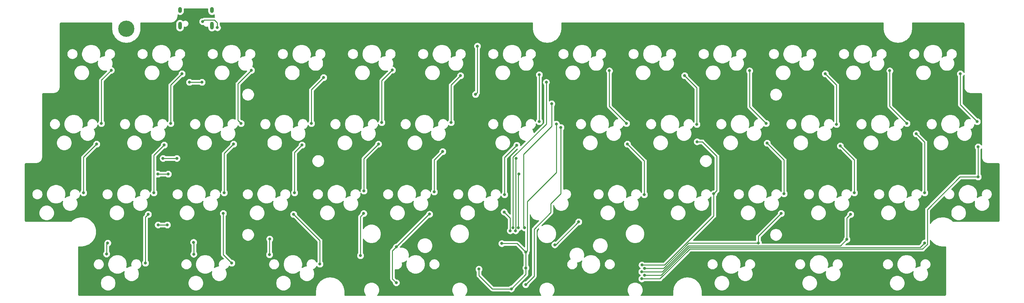
<source format=gbr>
G04 #@! TF.GenerationSoftware,KiCad,Pcbnew,5.1.9*
G04 #@! TF.CreationDate,2021-01-24T20:38:43+01:00*
G04 #@! TF.ProjectId,Shoto,53686f74-6f2e-46b6-9963-61645f706362,rev?*
G04 #@! TF.SameCoordinates,Original*
G04 #@! TF.FileFunction,Copper,L1,Top*
G04 #@! TF.FilePolarity,Positive*
%FSLAX46Y46*%
G04 Gerber Fmt 4.6, Leading zero omitted, Abs format (unit mm)*
G04 Created by KiCad (PCBNEW 5.1.9) date 2021-01-24 20:38:43*
%MOMM*%
%LPD*%
G01*
G04 APERTURE LIST*
G04 #@! TA.AperFunction,ComponentPad*
%ADD10O,1.000000X2.100000*%
G04 #@! TD*
G04 #@! TA.AperFunction,ComponentPad*
%ADD11O,1.000000X1.600000*%
G04 #@! TD*
G04 #@! TA.AperFunction,ComponentPad*
%ADD12C,4.400000*%
G04 #@! TD*
G04 #@! TA.AperFunction,ViaPad*
%ADD13C,0.800000*%
G04 #@! TD*
G04 #@! TA.AperFunction,Conductor*
%ADD14C,0.250000*%
G04 #@! TD*
G04 #@! TA.AperFunction,Conductor*
%ADD15C,0.200000*%
G04 #@! TD*
G04 #@! TA.AperFunction,Conductor*
%ADD16C,0.254000*%
G04 #@! TD*
G04 #@! TA.AperFunction,Conductor*
%ADD17C,0.100000*%
G04 #@! TD*
G04 APERTURE END LIST*
D10*
X80217200Y-30309600D03*
X71577200Y-30309600D03*
D11*
X71577200Y-26129600D03*
X80217200Y-26129600D03*
D12*
X57013800Y-31193160D03*
D13*
X152534077Y-96314937D03*
X161323236Y-101676764D03*
X158745743Y-89379582D03*
X165249984Y-96000016D03*
X165249984Y-91749984D03*
X173500000Y-57000000D03*
X134737800Y-88787660D03*
X91430800Y-95899660D03*
X80508800Y-35193660D03*
X71275800Y-35104660D03*
X160582300Y-73039660D03*
X169916800Y-91391160D03*
X290630300Y-71261660D03*
X180500000Y-49000000D03*
X170250000Y-95250000D03*
X50282800Y-56847160D03*
X49012800Y-62435160D03*
X45456800Y-75643160D03*
X52949798Y-42432660D03*
X196650300Y-98947660D03*
X282946800Y-43385160D03*
X287518800Y-56339160D03*
X287772800Y-63197160D03*
X287772800Y-71325160D03*
X196650300Y-97042660D03*
X246370800Y-43385160D03*
X249418800Y-57101160D03*
X250434800Y-62943160D03*
X254244800Y-75643160D03*
X253228800Y-81485160D03*
X252212800Y-88279660D03*
X197412300Y-97995160D03*
X268468800Y-56847160D03*
X271008800Y-59641160D03*
X273294800Y-75643160D03*
X273294800Y-89232160D03*
X263833300Y-42559660D03*
X196713800Y-95201160D03*
X208270800Y-43893160D03*
X211572800Y-57101160D03*
X216144800Y-75897160D03*
X211636300Y-61800160D03*
X197412300Y-96090160D03*
X230368800Y-56847160D03*
X230622800Y-62181160D03*
X235194800Y-75897160D03*
X234432800Y-81231160D03*
X225860300Y-42559660D03*
X228250000Y-89250000D03*
X170796120Y-45680840D03*
X161788800Y-85104660D03*
X74158800Y-45671160D03*
X77524300Y-45671160D03*
X162580300Y-66279160D03*
X162476801Y-85930160D03*
X66983300Y-66308660D03*
X70729800Y-66308660D03*
X163342800Y-70533160D03*
X163249300Y-85081000D03*
X65586300Y-70563160D03*
X68380300Y-70563160D03*
X65649800Y-84342660D03*
X68126300Y-84342660D03*
X72126800Y-43385160D03*
X69078800Y-56847160D03*
X67300800Y-62689160D03*
X64506800Y-75643160D03*
X62982800Y-81485160D03*
X62220800Y-94693160D03*
X85588800Y-94693160D03*
X83302800Y-81231160D03*
X86096800Y-62435160D03*
X83556800Y-75643160D03*
X88128800Y-56847160D03*
X90922800Y-42432660D03*
X110480800Y-44401160D03*
X107178800Y-56847160D03*
X104638800Y-62689160D03*
X102606800Y-75643160D03*
X102352800Y-81485160D03*
X109464800Y-94947160D03*
X126228800Y-56593160D03*
X121402800Y-75135160D03*
X121339300Y-81231160D03*
X125339800Y-62435160D03*
X129086300Y-42369162D03*
X120450300Y-92650065D03*
X147564800Y-43893160D03*
X145024800Y-56593160D03*
X142738800Y-64467160D03*
X140452800Y-75389160D03*
X130165800Y-90311660D03*
X139182800Y-81421660D03*
X130165800Y-100012197D03*
X168900800Y-43639160D03*
X159502800Y-76151160D03*
X159375800Y-80850160D03*
X162804800Y-62752660D03*
X161026800Y-85930160D03*
X168900800Y-56339160D03*
X192522800Y-56847160D03*
X192776800Y-62435160D03*
X197348800Y-76151160D03*
X179568800Y-83517160D03*
X173091800Y-89740160D03*
X187887302Y-42559660D03*
X77714800Y-29224660D03*
X81715300Y-30875660D03*
X165214838Y-100535160D03*
X174750001Y-57919459D03*
X164900300Y-85104660D03*
X172250000Y-51500000D03*
X152136800Y-35892160D03*
X151628800Y-48973160D03*
X51679800Y-92216660D03*
X52000000Y-89250000D03*
X75301800Y-92280160D03*
X75250000Y-89050000D03*
X95812300Y-92407160D03*
X95875800Y-88152660D03*
D14*
X152534077Y-96314937D02*
X152534077Y-98034077D01*
X156176764Y-101676764D02*
X161323236Y-101676764D01*
X152534077Y-98034077D02*
X156176764Y-101676764D01*
X165249984Y-97750016D02*
X165249984Y-96000016D01*
X161323236Y-101676764D02*
X165249984Y-97750016D01*
X162879582Y-89379582D02*
X165249984Y-91749984D01*
X158745743Y-89379582D02*
X162879582Y-89379582D01*
X165249984Y-91749984D02*
X165249984Y-96000016D01*
X173500000Y-70159002D02*
X173500000Y-57000000D01*
X165649983Y-78009019D02*
X173500000Y-70159002D01*
X165649983Y-91349985D02*
X165649983Y-78009019D01*
X165249984Y-91749984D02*
X165649983Y-91349985D01*
D15*
X71364800Y-35193660D02*
X71275800Y-35104660D01*
X80508800Y-35193660D02*
X71364800Y-35193660D01*
D14*
X45456800Y-65991160D02*
X45456800Y-75643160D01*
X49012800Y-62435160D02*
X45456800Y-65991160D01*
X50282800Y-56847160D02*
X50282800Y-45099658D01*
X50282800Y-45099658D02*
X52949798Y-42432660D01*
X282946800Y-51767160D02*
X287518800Y-56339160D01*
X282946800Y-43385160D02*
X282946800Y-51767160D01*
X287772800Y-63197160D02*
X287772800Y-71325160D01*
X282855838Y-71325160D02*
X287772800Y-71325160D01*
X274019801Y-80161197D02*
X282855838Y-71325160D01*
X274019801Y-89580161D02*
X274019801Y-80161197D01*
X196650300Y-98947660D02*
X201608943Y-98947660D01*
X272699940Y-90900022D02*
X274019801Y-89580161D01*
X209656581Y-90900022D02*
X272699940Y-90900022D01*
X201608943Y-98947660D02*
X209656581Y-90900022D01*
X249418800Y-46433160D02*
X249418800Y-57101160D01*
X246370800Y-43385160D02*
X249418800Y-46433160D01*
X254244800Y-66753160D02*
X254244800Y-75643160D01*
X250434800Y-62943160D02*
X254244800Y-66753160D01*
X252212800Y-82501160D02*
X252212800Y-88279660D01*
X253228800Y-81485160D02*
X252212800Y-82501160D01*
X202241121Y-97042660D02*
X196650300Y-97042660D01*
X209283781Y-90000000D02*
X202241121Y-97042660D01*
X252212800Y-88279660D02*
X250492460Y-90000000D01*
X250492460Y-90000000D02*
X209283781Y-90000000D01*
X273294800Y-61927160D02*
X273294800Y-75643160D01*
X271008800Y-59641160D02*
X273294800Y-61927160D01*
X263833300Y-52211660D02*
X263833300Y-42559660D01*
X268468800Y-56847160D02*
X263833300Y-52211660D01*
X272076949Y-90450011D02*
X209470181Y-90450011D01*
X273294800Y-89232160D02*
X272076949Y-90450011D01*
X201925032Y-97995160D02*
X197412300Y-97995160D01*
X209470181Y-90450011D02*
X201925032Y-97995160D01*
X211572800Y-47195160D02*
X211572800Y-57101160D01*
X208270800Y-43893160D02*
X211572800Y-47195160D01*
X202809800Y-95201160D02*
X196713800Y-95201160D01*
X216144800Y-75897160D02*
X216144800Y-81866160D01*
X216144800Y-81866160D02*
X202809800Y-95201160D01*
X217000000Y-75041960D02*
X216144800Y-75897160D01*
X217000000Y-65750000D02*
X217000000Y-75041960D01*
X213050160Y-61800160D02*
X217000000Y-65750000D01*
X211636300Y-61800160D02*
X213050160Y-61800160D01*
X235194800Y-66753160D02*
X235194800Y-75897160D01*
X230622800Y-62181160D02*
X235194800Y-66753160D01*
X230368800Y-56847160D02*
X225860300Y-52338660D01*
X225860300Y-52338660D02*
X225860300Y-42559660D01*
X202557210Y-96090160D02*
X209397370Y-89250000D01*
X197412300Y-96090160D02*
X202557210Y-96090160D01*
X209397370Y-89250000D02*
X228250000Y-89250000D01*
X234432800Y-81231160D02*
X228250000Y-87413960D01*
X228250000Y-87413960D02*
X228250000Y-89250000D01*
X170796120Y-56920340D02*
X170796120Y-45680840D01*
X161788800Y-65997658D02*
X170796120Y-56990338D01*
X161788800Y-85104660D02*
X161788800Y-65997658D01*
X74158800Y-45671160D02*
X77524300Y-45671160D01*
X162476800Y-66382660D02*
X162580300Y-66279160D01*
X162513801Y-66345659D02*
X162580300Y-66279160D01*
X162513801Y-85893160D02*
X162513801Y-66345659D01*
X162476801Y-85930160D02*
X162513801Y-85893160D01*
X66983300Y-66308660D02*
X70729800Y-66308660D01*
X163249300Y-70626660D02*
X163342800Y-70533160D01*
X163249300Y-85081000D02*
X163249300Y-70626660D01*
X65586300Y-70563160D02*
X68380300Y-70563160D01*
X65649800Y-84342660D02*
X68126300Y-84342660D01*
X69078800Y-46433160D02*
X69078800Y-56847160D01*
X72126800Y-43385160D02*
X69078800Y-46433160D01*
X64506800Y-65483160D02*
X64506800Y-75643160D01*
X67300800Y-62689160D02*
X64506800Y-65483160D01*
X62220800Y-82247160D02*
X62220800Y-94693160D01*
X62982800Y-81485160D02*
X62220800Y-82247160D01*
X83302800Y-92407160D02*
X83302800Y-81231160D01*
X85588800Y-94693160D02*
X83302800Y-92407160D01*
X83556800Y-64975160D02*
X83556800Y-75643160D01*
X86096800Y-62435160D02*
X83556800Y-64975160D01*
X87250000Y-55968360D02*
X88128800Y-56847160D01*
X87250000Y-46105460D02*
X87250000Y-55968360D01*
X90922800Y-42432660D02*
X87250000Y-46105460D01*
X107178800Y-47703160D02*
X107178800Y-56847160D01*
X110480800Y-44401160D02*
X107178800Y-47703160D01*
X102606800Y-64721160D02*
X102606800Y-75643160D01*
X104638800Y-62689160D02*
X102606800Y-64721160D01*
X109464800Y-88597160D02*
X109464800Y-94947160D01*
X102352800Y-81485160D02*
X109464800Y-88597160D01*
X121402800Y-75135160D02*
X121402800Y-66372160D01*
X121402800Y-66372160D02*
X125339800Y-62435160D01*
X126228800Y-56593160D02*
X126228800Y-45226662D01*
X126228800Y-45226662D02*
X129086300Y-42369162D01*
X121339300Y-81231160D02*
X120450300Y-82120160D01*
X120450300Y-82120160D02*
X120450300Y-92650065D01*
X145024800Y-46433160D02*
X145024800Y-56593160D01*
X147564800Y-43893160D02*
X145024800Y-46433160D01*
X140452800Y-66753160D02*
X140452800Y-75389160D01*
X142738800Y-64467160D02*
X140452800Y-66753160D01*
X139055800Y-81421660D02*
X139182800Y-81421660D01*
X130165800Y-90311660D02*
X139055800Y-81421660D01*
X129121999Y-98968396D02*
X130165800Y-100012197D01*
X129121999Y-91355461D02*
X129121999Y-98968396D01*
X130165800Y-90311660D02*
X129121999Y-91355461D01*
X168900800Y-43639160D02*
X168900800Y-56339160D01*
X159502800Y-66054660D02*
X159502800Y-76151160D01*
X162804800Y-62752660D02*
X159502800Y-66054660D01*
X161026800Y-82501160D02*
X159375800Y-80850160D01*
X161026800Y-85930160D02*
X161026800Y-82501160D01*
X197348800Y-67007160D02*
X197348800Y-76151160D01*
X192776800Y-62435160D02*
X197348800Y-67007160D01*
X179568800Y-83517160D02*
X173345800Y-89740160D01*
X173345800Y-89740160D02*
X173091800Y-89740160D01*
X192522800Y-56847160D02*
X187887302Y-52211662D01*
X187887302Y-52211662D02*
X187887302Y-42559660D01*
X80934301Y-28824661D02*
X81715300Y-29605660D01*
X81715300Y-29605660D02*
X81715300Y-30875660D01*
X77714800Y-29224660D02*
X78114799Y-28824661D01*
X78114799Y-28824661D02*
X80934301Y-28824661D01*
X172000000Y-78592999D02*
X174750001Y-75842998D01*
X174750001Y-75842998D02*
X174750001Y-57919459D01*
X172000000Y-81000000D02*
X172000000Y-78592999D01*
X167500000Y-85500000D02*
X172000000Y-81000000D01*
X167500000Y-98249998D02*
X167500000Y-85500000D01*
X165214838Y-100535160D02*
X167500000Y-98249998D01*
X164646300Y-84850660D02*
X164900300Y-85104660D01*
X164646300Y-65229160D02*
X164646300Y-84850660D01*
X172250000Y-57625460D02*
X164646300Y-65229160D01*
X172250000Y-51500000D02*
X172250000Y-57625460D01*
X152136800Y-48465160D02*
X151628800Y-48973160D01*
X152136800Y-35892160D02*
X152136800Y-48465160D01*
X51679800Y-89570200D02*
X52000000Y-89250000D01*
X51679800Y-92216660D02*
X51679800Y-89570200D01*
X75301800Y-89101800D02*
X75250000Y-89050000D01*
X75301800Y-92280160D02*
X75301800Y-89101800D01*
X95812300Y-92407160D02*
X95812300Y-88216160D01*
X95812300Y-88216160D02*
X95875800Y-88152660D01*
D16*
X79082200Y-25773849D02*
X79082200Y-26485352D01*
X79098623Y-26652099D01*
X79163524Y-26866047D01*
X79268917Y-27063223D01*
X79410752Y-27236049D01*
X79583578Y-27377884D01*
X79780754Y-27483276D01*
X79994702Y-27548177D01*
X80217200Y-27570091D01*
X80439699Y-27548177D01*
X80653647Y-27483276D01*
X80834001Y-27386876D01*
X80834001Y-27678419D01*
X80836802Y-27706855D01*
X80836747Y-27714682D01*
X80837646Y-27723853D01*
X80863554Y-27970357D01*
X80875589Y-28028986D01*
X80882394Y-28064661D01*
X78152121Y-28064661D01*
X78114798Y-28060985D01*
X78077476Y-28064661D01*
X78077466Y-28064661D01*
X77965813Y-28075658D01*
X77822552Y-28119115D01*
X77690574Y-28189660D01*
X77612861Y-28189660D01*
X77412902Y-28229434D01*
X77224544Y-28307455D01*
X77055026Y-28420723D01*
X76910863Y-28564886D01*
X76797595Y-28734404D01*
X76719574Y-28922762D01*
X76679800Y-29122721D01*
X76679800Y-29326599D01*
X76719574Y-29526558D01*
X76797595Y-29714916D01*
X76910863Y-29884434D01*
X77055026Y-30028597D01*
X77224544Y-30141865D01*
X77412902Y-30219886D01*
X77612861Y-30259660D01*
X77816739Y-30259660D01*
X77937353Y-30235669D01*
X78041519Y-30391564D01*
X78175236Y-30525281D01*
X78332469Y-30630341D01*
X78507178Y-30702708D01*
X78692648Y-30739600D01*
X78881752Y-30739600D01*
X79067222Y-30702708D01*
X79082200Y-30696504D01*
X79082200Y-30915352D01*
X79098623Y-31082099D01*
X79163524Y-31296047D01*
X79268917Y-31493223D01*
X79410752Y-31666049D01*
X79583578Y-31807884D01*
X79780754Y-31913276D01*
X79994702Y-31978177D01*
X80217200Y-32000091D01*
X80439699Y-31978177D01*
X80653647Y-31913276D01*
X80850823Y-31807884D01*
X81023649Y-31666049D01*
X81031911Y-31655982D01*
X81055526Y-31679597D01*
X81225044Y-31792865D01*
X81413402Y-31870886D01*
X81613361Y-31910660D01*
X81817239Y-31910660D01*
X82017198Y-31870886D01*
X82205556Y-31792865D01*
X82375074Y-31679597D01*
X82519237Y-31535434D01*
X82632505Y-31365916D01*
X82710526Y-31177558D01*
X82750300Y-30977599D01*
X82750300Y-30773721D01*
X82710526Y-30573762D01*
X82632505Y-30385404D01*
X82519237Y-30215886D01*
X82475300Y-30171949D01*
X82475300Y-29642982D01*
X82478976Y-29605659D01*
X82475300Y-29568336D01*
X82475300Y-29568327D01*
X82473563Y-29550687D01*
X82699595Y-29572850D01*
X82699602Y-29572850D01*
X82731564Y-29575999D01*
X167038000Y-29578182D01*
X167038001Y-31152419D01*
X167038226Y-31154706D01*
X167038338Y-31170712D01*
X167041472Y-31200529D01*
X167041472Y-31230508D01*
X167042435Y-31239673D01*
X167114270Y-31880094D01*
X167126704Y-31938590D01*
X167138326Y-31997285D01*
X167141051Y-32006088D01*
X167335909Y-32620360D01*
X167359470Y-32675332D01*
X167382269Y-32730647D01*
X167386651Y-32738749D01*
X167386653Y-32738754D01*
X167386656Y-32738758D01*
X167697113Y-33303479D01*
X167730912Y-33352842D01*
X167764012Y-33402661D01*
X167769886Y-33409761D01*
X168184123Y-33903429D01*
X168226836Y-33945257D01*
X168269012Y-33987728D01*
X168276153Y-33993552D01*
X168778387Y-34397359D01*
X168828424Y-34430102D01*
X168878034Y-34463565D01*
X168886171Y-34467891D01*
X169457274Y-34766456D01*
X169512730Y-34788861D01*
X169567881Y-34812045D01*
X169576703Y-34814708D01*
X170194921Y-34996660D01*
X170253648Y-35007863D01*
X170312278Y-35019898D01*
X170321450Y-35020797D01*
X170963234Y-35079204D01*
X171023053Y-35078786D01*
X171082871Y-35079204D01*
X171092042Y-35078304D01*
X171732948Y-35010941D01*
X171791511Y-34998920D01*
X171850304Y-34987705D01*
X171859126Y-34985041D01*
X172474743Y-34794476D01*
X172529886Y-34771296D01*
X172585351Y-34748887D01*
X172593488Y-34744560D01*
X173160367Y-34438050D01*
X173209951Y-34404605D01*
X173260014Y-34371845D01*
X173267155Y-34366021D01*
X173763703Y-33955241D01*
X173805843Y-33912805D01*
X173848593Y-33870942D01*
X173854466Y-33863841D01*
X174261769Y-33364438D01*
X174294851Y-33314645D01*
X174328669Y-33265256D01*
X174333052Y-33257150D01*
X174635597Y-32688145D01*
X174658396Y-32632830D01*
X174681957Y-32577858D01*
X174684682Y-32569055D01*
X174870945Y-31952123D01*
X174882568Y-31893420D01*
X174895001Y-31834931D01*
X174895964Y-31825767D01*
X174958850Y-31184404D01*
X174958850Y-31184402D01*
X174962000Y-31152419D01*
X174962000Y-29578200D01*
X262038001Y-29578200D01*
X262038000Y-31152418D01*
X262038226Y-31154715D01*
X262038338Y-31170712D01*
X262041472Y-31200529D01*
X262041472Y-31230508D01*
X262042435Y-31239673D01*
X262114270Y-31880094D01*
X262126704Y-31938590D01*
X262138326Y-31997285D01*
X262141051Y-32006088D01*
X262335909Y-32620360D01*
X262359470Y-32675332D01*
X262382269Y-32730647D01*
X262386651Y-32738749D01*
X262386653Y-32738754D01*
X262386656Y-32738758D01*
X262697113Y-33303479D01*
X262730912Y-33352842D01*
X262764012Y-33402661D01*
X262769886Y-33409761D01*
X263184123Y-33903429D01*
X263226836Y-33945257D01*
X263269012Y-33987728D01*
X263276153Y-33993552D01*
X263778387Y-34397359D01*
X263828424Y-34430102D01*
X263878034Y-34463565D01*
X263886171Y-34467891D01*
X264457274Y-34766456D01*
X264512730Y-34788861D01*
X264567881Y-34812045D01*
X264576703Y-34814708D01*
X265194921Y-34996660D01*
X265253648Y-35007863D01*
X265312278Y-35019898D01*
X265321450Y-35020797D01*
X265963234Y-35079204D01*
X266023053Y-35078786D01*
X266082871Y-35079204D01*
X266092042Y-35078304D01*
X266732948Y-35010941D01*
X266791511Y-34998920D01*
X266850304Y-34987705D01*
X266859126Y-34985041D01*
X267474743Y-34794476D01*
X267529886Y-34771296D01*
X267585351Y-34748887D01*
X267593488Y-34744560D01*
X268160367Y-34438050D01*
X268209951Y-34404605D01*
X268260014Y-34371845D01*
X268267155Y-34366021D01*
X268763703Y-33955241D01*
X268805843Y-33912805D01*
X268848593Y-33870942D01*
X268854466Y-33863841D01*
X269261769Y-33364438D01*
X269294851Y-33314645D01*
X269328669Y-33265256D01*
X269333052Y-33257150D01*
X269635597Y-32688145D01*
X269658396Y-32632830D01*
X269681957Y-32577858D01*
X269684682Y-32569055D01*
X269870945Y-31952123D01*
X269882568Y-31893420D01*
X269895001Y-31834931D01*
X269895964Y-31825767D01*
X269958850Y-31184404D01*
X269958850Y-31184402D01*
X269962000Y-31152419D01*
X269962000Y-29578200D01*
X283544519Y-29578200D01*
X283645333Y-29588085D01*
X283711257Y-29607989D01*
X283772055Y-29640315D01*
X283825419Y-29683839D01*
X283869312Y-29736896D01*
X283902066Y-29797471D01*
X283922428Y-29863253D01*
X283932801Y-29961944D01*
X283933108Y-43061733D01*
X283864005Y-42894904D01*
X283750737Y-42725386D01*
X283606574Y-42581223D01*
X283437056Y-42467955D01*
X283248698Y-42389934D01*
X283048739Y-42350160D01*
X282844861Y-42350160D01*
X282644902Y-42389934D01*
X282456544Y-42467955D01*
X282287026Y-42581223D01*
X282142863Y-42725386D01*
X282029595Y-42894904D01*
X281951574Y-43083262D01*
X281911800Y-43283221D01*
X281911800Y-43487099D01*
X281951574Y-43687058D01*
X282029595Y-43875416D01*
X282142863Y-44044934D01*
X282186800Y-44088871D01*
X282186801Y-51729828D01*
X282183124Y-51767160D01*
X282186801Y-51804493D01*
X282197798Y-51916146D01*
X282198790Y-51919416D01*
X282241254Y-52059406D01*
X282311826Y-52191436D01*
X282359064Y-52248995D01*
X282406800Y-52307161D01*
X282435798Y-52330959D01*
X285655489Y-55550651D01*
X285476260Y-55515000D01*
X285183740Y-55515000D01*
X284896842Y-55572068D01*
X284626589Y-55684010D01*
X284383368Y-55846525D01*
X284176525Y-56053368D01*
X284014010Y-56296589D01*
X283902068Y-56566842D01*
X283845000Y-56853740D01*
X283845000Y-57146260D01*
X283901440Y-57430000D01*
X283852183Y-57430000D01*
X283444536Y-57511086D01*
X283060540Y-57670143D01*
X282719371Y-57898105D01*
X282774210Y-57765711D01*
X282875090Y-57258549D01*
X282875090Y-56741451D01*
X282774210Y-56234289D01*
X282576325Y-55756553D01*
X282289041Y-55326602D01*
X281923398Y-54960959D01*
X281493447Y-54673675D01*
X281015711Y-54475790D01*
X280508549Y-54374910D01*
X279991451Y-54374910D01*
X279484289Y-54475790D01*
X279006553Y-54673675D01*
X278576602Y-54960959D01*
X278210959Y-55326602D01*
X277923675Y-55756553D01*
X277725790Y-56234289D01*
X277624910Y-56741451D01*
X277624910Y-57258549D01*
X277725790Y-57765711D01*
X277923675Y-58243447D01*
X278210959Y-58673398D01*
X278576602Y-59039041D01*
X279006553Y-59326325D01*
X279484289Y-59524210D01*
X279991451Y-59625090D01*
X280508549Y-59625090D01*
X281015711Y-59524210D01*
X281493447Y-59326325D01*
X281923398Y-59039041D01*
X282029393Y-58933046D01*
X281950000Y-59332183D01*
X281950000Y-59747817D01*
X282031086Y-60155464D01*
X282190143Y-60539460D01*
X282421056Y-60885046D01*
X282714954Y-61178944D01*
X283060540Y-61409857D01*
X283444536Y-61568914D01*
X283852183Y-61650000D01*
X284267817Y-61650000D01*
X284675464Y-61568914D01*
X285059460Y-61409857D01*
X285405046Y-61178944D01*
X285698944Y-60885046D01*
X285929857Y-60539460D01*
X286088914Y-60155464D01*
X286170000Y-59747817D01*
X286170000Y-59332183D01*
X286088914Y-58924536D01*
X285929857Y-58540540D01*
X285834790Y-58398261D01*
X286033411Y-58315990D01*
X286276632Y-58153475D01*
X286483475Y-57946632D01*
X286645990Y-57703411D01*
X286757932Y-57433158D01*
X286815000Y-57146260D01*
X286815000Y-57099071D01*
X286859026Y-57143097D01*
X287028544Y-57256365D01*
X287216902Y-57334386D01*
X287416861Y-57374160D01*
X287620739Y-57374160D01*
X287820698Y-57334386D01*
X288009056Y-57256365D01*
X288178574Y-57143097D01*
X288322737Y-56998934D01*
X288436005Y-56829416D01*
X288514026Y-56641058D01*
X288553800Y-56441099D01*
X288553800Y-56237221D01*
X288514026Y-56037262D01*
X288436005Y-55848904D01*
X288322737Y-55679386D01*
X288178574Y-55535223D01*
X288009056Y-55421955D01*
X287820698Y-55343934D01*
X287620739Y-55304160D01*
X287558603Y-55304160D01*
X283706800Y-51452359D01*
X283706800Y-44088871D01*
X283750737Y-44044934D01*
X283864005Y-43875416D01*
X283933123Y-43708551D01*
X283933201Y-47024434D01*
X283935984Y-47052687D01*
X283935941Y-47058911D01*
X283936841Y-47068083D01*
X283957568Y-47265284D01*
X283969587Y-47323834D01*
X283980804Y-47382639D01*
X283983468Y-47391461D01*
X284042103Y-47580882D01*
X284065276Y-47636009D01*
X284087693Y-47691492D01*
X284092019Y-47699629D01*
X284186330Y-47874052D01*
X284219775Y-47923636D01*
X284252535Y-47973699D01*
X284258359Y-47980840D01*
X284384754Y-48133624D01*
X284427169Y-48175744D01*
X284469051Y-48218513D01*
X284476152Y-48224387D01*
X284629814Y-48349711D01*
X284679623Y-48382803D01*
X284728995Y-48416610D01*
X284737102Y-48420993D01*
X284912180Y-48514084D01*
X284967475Y-48536875D01*
X285022470Y-48560446D01*
X285031274Y-48563171D01*
X285221100Y-48620482D01*
X285279766Y-48632098D01*
X285338287Y-48644537D01*
X285347452Y-48645500D01*
X285544793Y-48664850D01*
X285544798Y-48664850D01*
X285576781Y-48668000D01*
X288294919Y-48668000D01*
X288395733Y-48677885D01*
X288461657Y-48697789D01*
X288522455Y-48730115D01*
X288575819Y-48773639D01*
X288619712Y-48826696D01*
X288652466Y-48887271D01*
X288672828Y-48953053D01*
X288683201Y-49051740D01*
X288683200Y-62696720D01*
X288576737Y-62537386D01*
X288432574Y-62393223D01*
X288263056Y-62279955D01*
X288074698Y-62201934D01*
X287874739Y-62162160D01*
X287670861Y-62162160D01*
X287470902Y-62201934D01*
X287282544Y-62279955D01*
X287113026Y-62393223D01*
X286968863Y-62537386D01*
X286855595Y-62706904D01*
X286777574Y-62895262D01*
X286737800Y-63095221D01*
X286737800Y-63299099D01*
X286777574Y-63499058D01*
X286855595Y-63687416D01*
X286968863Y-63856934D01*
X287012800Y-63900871D01*
X287012801Y-70565160D01*
X282893160Y-70565160D01*
X282855837Y-70561484D01*
X282818514Y-70565160D01*
X282818505Y-70565160D01*
X282706852Y-70576157D01*
X282563591Y-70619614D01*
X282431562Y-70690186D01*
X282315837Y-70785159D01*
X282292039Y-70814157D01*
X273508799Y-79597398D01*
X273479801Y-79621196D01*
X273456003Y-79650194D01*
X273456002Y-79650195D01*
X273384827Y-79736921D01*
X273314255Y-79868951D01*
X273270799Y-80012212D01*
X273256125Y-80161197D01*
X273259802Y-80198529D01*
X273259801Y-88197160D01*
X273192861Y-88197160D01*
X272992902Y-88236934D01*
X272804544Y-88314955D01*
X272635026Y-88428223D01*
X272490863Y-88572386D01*
X272377595Y-88741904D01*
X272299574Y-88930262D01*
X272259800Y-89130221D01*
X272259800Y-89192358D01*
X271762148Y-89690011D01*
X251877250Y-89690011D01*
X252252602Y-89314660D01*
X252314739Y-89314660D01*
X252514698Y-89274886D01*
X252703056Y-89196865D01*
X252872574Y-89083597D01*
X253016737Y-88939434D01*
X253130005Y-88769916D01*
X253208026Y-88581558D01*
X253247800Y-88381599D01*
X253247800Y-88177721D01*
X253208026Y-87977762D01*
X253130005Y-87789404D01*
X253016737Y-87619886D01*
X252972800Y-87575949D01*
X252972800Y-82815961D01*
X253268602Y-82520160D01*
X253330739Y-82520160D01*
X253530698Y-82480386D01*
X253719056Y-82402365D01*
X253888574Y-82289097D01*
X254032737Y-82144934D01*
X254146005Y-81975416D01*
X254224026Y-81787058D01*
X254263800Y-81587099D01*
X254263800Y-81383221D01*
X254224026Y-81183262D01*
X254146005Y-80994904D01*
X254064006Y-80872183D01*
X261350000Y-80872183D01*
X261350000Y-81287817D01*
X261431086Y-81695464D01*
X261590143Y-82079460D01*
X261821056Y-82425046D01*
X262114954Y-82718944D01*
X262460540Y-82949857D01*
X262844536Y-83108914D01*
X263252183Y-83190000D01*
X263667817Y-83190000D01*
X264075464Y-83108914D01*
X264459460Y-82949857D01*
X264805046Y-82718944D01*
X265098944Y-82425046D01*
X265329857Y-82079460D01*
X265488914Y-81695464D01*
X265570000Y-81287817D01*
X265570000Y-80872183D01*
X265488914Y-80464536D01*
X265329857Y-80080540D01*
X265098944Y-79734954D01*
X264805046Y-79441056D01*
X264459460Y-79210143D01*
X264075464Y-79051086D01*
X263667817Y-78970000D01*
X263252183Y-78970000D01*
X262844536Y-79051086D01*
X262460540Y-79210143D01*
X262114954Y-79441056D01*
X261821056Y-79734954D01*
X261590143Y-80080540D01*
X261431086Y-80464536D01*
X261350000Y-80872183D01*
X254064006Y-80872183D01*
X254032737Y-80825386D01*
X253888574Y-80681223D01*
X253719056Y-80567955D01*
X253530698Y-80489934D01*
X253330739Y-80450160D01*
X253126861Y-80450160D01*
X252926902Y-80489934D01*
X252738544Y-80567955D01*
X252569026Y-80681223D01*
X252424863Y-80825386D01*
X252311595Y-80994904D01*
X252233574Y-81183262D01*
X252193800Y-81383221D01*
X252193800Y-81445358D01*
X251701802Y-81937356D01*
X251672799Y-81961159D01*
X251617671Y-82028334D01*
X251577826Y-82076884D01*
X251511480Y-82201008D01*
X251507254Y-82208914D01*
X251463797Y-82352175D01*
X251452800Y-82463828D01*
X251452800Y-82463838D01*
X251449124Y-82501160D01*
X251452800Y-82538483D01*
X251452801Y-87575948D01*
X251408863Y-87619886D01*
X251295595Y-87789404D01*
X251217574Y-87977762D01*
X251177800Y-88177721D01*
X251177800Y-88239858D01*
X250177659Y-89240000D01*
X229285000Y-89240000D01*
X229285000Y-89148061D01*
X229245226Y-88948102D01*
X229167205Y-88759744D01*
X229053937Y-88590226D01*
X229010000Y-88546289D01*
X229010000Y-87728761D01*
X229909644Y-86829117D01*
X231265000Y-86829117D01*
X231265000Y-87170883D01*
X231331675Y-87506081D01*
X231462463Y-87821831D01*
X231652337Y-88105998D01*
X231894002Y-88347663D01*
X232178169Y-88537537D01*
X232493919Y-88668325D01*
X232829117Y-88735000D01*
X233170883Y-88735000D01*
X233506081Y-88668325D01*
X233821831Y-88537537D01*
X234105998Y-88347663D01*
X234347663Y-88105998D01*
X234537537Y-87821831D01*
X234668325Y-87506081D01*
X234735000Y-87170883D01*
X234735000Y-86829117D01*
X234668325Y-86493919D01*
X234537537Y-86178169D01*
X234347663Y-85894002D01*
X234105998Y-85652337D01*
X233821831Y-85462463D01*
X233506081Y-85331675D01*
X233170883Y-85265000D01*
X232829117Y-85265000D01*
X232493919Y-85331675D01*
X232178169Y-85462463D01*
X231894002Y-85652337D01*
X231652337Y-85894002D01*
X231462463Y-86178169D01*
X231331675Y-86493919D01*
X231265000Y-86829117D01*
X229909644Y-86829117D01*
X234472602Y-82266160D01*
X234534739Y-82266160D01*
X234734698Y-82226386D01*
X234923056Y-82148365D01*
X235092574Y-82035097D01*
X235236737Y-81890934D01*
X235350005Y-81721416D01*
X235428026Y-81533058D01*
X235467800Y-81333099D01*
X235467800Y-81129221D01*
X235428026Y-80929262D01*
X235404383Y-80872183D01*
X242350000Y-80872183D01*
X242350000Y-81287817D01*
X242431086Y-81695464D01*
X242590143Y-82079460D01*
X242821056Y-82425046D01*
X243114954Y-82718944D01*
X243460540Y-82949857D01*
X243844536Y-83108914D01*
X244252183Y-83190000D01*
X244667817Y-83190000D01*
X245075464Y-83108914D01*
X245459460Y-82949857D01*
X245805046Y-82718944D01*
X246098944Y-82425046D01*
X246329857Y-82079460D01*
X246488914Y-81695464D01*
X246570000Y-81287817D01*
X246570000Y-80872183D01*
X246488914Y-80464536D01*
X246329857Y-80080540D01*
X246098944Y-79734954D01*
X245805046Y-79441056D01*
X245459460Y-79210143D01*
X245075464Y-79051086D01*
X244667817Y-78970000D01*
X244252183Y-78970000D01*
X243844536Y-79051086D01*
X243460540Y-79210143D01*
X243114954Y-79441056D01*
X242821056Y-79734954D01*
X242590143Y-80080540D01*
X242431086Y-80464536D01*
X242350000Y-80872183D01*
X235404383Y-80872183D01*
X235350005Y-80740904D01*
X235236737Y-80571386D01*
X235092574Y-80427223D01*
X234923056Y-80313955D01*
X234734698Y-80235934D01*
X234534739Y-80196160D01*
X234330861Y-80196160D01*
X234130902Y-80235934D01*
X233942544Y-80313955D01*
X233773026Y-80427223D01*
X233628863Y-80571386D01*
X233515595Y-80740904D01*
X233437574Y-80929262D01*
X233397800Y-81129221D01*
X233397800Y-81191358D01*
X227739003Y-86850156D01*
X227709999Y-86873959D01*
X227664162Y-86929812D01*
X227615026Y-86989684D01*
X227600280Y-87017272D01*
X227544454Y-87121714D01*
X227500997Y-87264975D01*
X227490000Y-87376628D01*
X227490000Y-87376638D01*
X227486324Y-87413960D01*
X227490000Y-87451283D01*
X227490001Y-88490000D01*
X210595762Y-88490000D01*
X216655803Y-82429959D01*
X216684801Y-82406161D01*
X216779774Y-82290436D01*
X216850346Y-82158407D01*
X216893803Y-82015146D01*
X216904800Y-81903493D01*
X216904800Y-81903483D01*
X216908476Y-81866160D01*
X216904800Y-81828837D01*
X216904800Y-80872183D01*
X223350000Y-80872183D01*
X223350000Y-81287817D01*
X223431086Y-81695464D01*
X223590143Y-82079460D01*
X223821056Y-82425046D01*
X224114954Y-82718944D01*
X224460540Y-82949857D01*
X224844536Y-83108914D01*
X225252183Y-83190000D01*
X225667817Y-83190000D01*
X226075464Y-83108914D01*
X226459460Y-82949857D01*
X226805046Y-82718944D01*
X227098944Y-82425046D01*
X227329857Y-82079460D01*
X227488914Y-81695464D01*
X227570000Y-81287817D01*
X227570000Y-80872183D01*
X227488914Y-80464536D01*
X227329857Y-80080540D01*
X227098944Y-79734954D01*
X226805046Y-79441056D01*
X226459460Y-79210143D01*
X226075464Y-79051086D01*
X225667817Y-78970000D01*
X225252183Y-78970000D01*
X224844536Y-79051086D01*
X224460540Y-79210143D01*
X224114954Y-79441056D01*
X223821056Y-79734954D01*
X223590143Y-80080540D01*
X223431086Y-80464536D01*
X223350000Y-80872183D01*
X216904800Y-80872183D01*
X216904800Y-76600871D01*
X216948737Y-76556934D01*
X217062005Y-76387416D01*
X217140026Y-76199058D01*
X217179800Y-75999099D01*
X217179800Y-75936962D01*
X217263022Y-75853740D01*
X221435000Y-75853740D01*
X221435000Y-76146260D01*
X221492068Y-76433158D01*
X221604010Y-76703411D01*
X221766525Y-76946632D01*
X221973368Y-77153475D01*
X222216589Y-77315990D01*
X222486842Y-77427932D01*
X222773740Y-77485000D01*
X223066260Y-77485000D01*
X223353158Y-77427932D01*
X223623411Y-77315990D01*
X223866632Y-77153475D01*
X224073475Y-76946632D01*
X224235990Y-76703411D01*
X224347932Y-76433158D01*
X224405000Y-76146260D01*
X224405000Y-75853740D01*
X224382665Y-75741451D01*
X225374910Y-75741451D01*
X225374910Y-76258549D01*
X225475790Y-76765711D01*
X225673675Y-77243447D01*
X225960959Y-77673398D01*
X226326602Y-78039041D01*
X226756553Y-78326325D01*
X227234289Y-78524210D01*
X227741451Y-78625090D01*
X228258549Y-78625090D01*
X228765711Y-78524210D01*
X229243447Y-78326325D01*
X229673398Y-78039041D01*
X229779393Y-77933046D01*
X229700000Y-78332183D01*
X229700000Y-78747817D01*
X229781086Y-79155464D01*
X229940143Y-79539460D01*
X230171056Y-79885046D01*
X230464954Y-80178944D01*
X230810540Y-80409857D01*
X231194536Y-80568914D01*
X231602183Y-80650000D01*
X232017817Y-80650000D01*
X232425464Y-80568914D01*
X232809460Y-80409857D01*
X233155046Y-80178944D01*
X233448944Y-79885046D01*
X233679857Y-79539460D01*
X233838914Y-79155464D01*
X233920000Y-78747817D01*
X233920000Y-78332183D01*
X233838914Y-77924536D01*
X233679857Y-77540540D01*
X233584790Y-77398261D01*
X233783411Y-77315990D01*
X234026632Y-77153475D01*
X234233475Y-76946632D01*
X234395990Y-76703411D01*
X234437390Y-76603461D01*
X234535026Y-76701097D01*
X234704544Y-76814365D01*
X234892902Y-76892386D01*
X235092861Y-76932160D01*
X235296739Y-76932160D01*
X235496698Y-76892386D01*
X235685056Y-76814365D01*
X235854574Y-76701097D01*
X235998737Y-76556934D01*
X236112005Y-76387416D01*
X236190026Y-76199058D01*
X236229800Y-75999099D01*
X236229800Y-75853740D01*
X240435000Y-75853740D01*
X240435000Y-76146260D01*
X240492068Y-76433158D01*
X240604010Y-76703411D01*
X240766525Y-76946632D01*
X240973368Y-77153475D01*
X241216589Y-77315990D01*
X241486842Y-77427932D01*
X241773740Y-77485000D01*
X242066260Y-77485000D01*
X242353158Y-77427932D01*
X242623411Y-77315990D01*
X242866632Y-77153475D01*
X243073475Y-76946632D01*
X243235990Y-76703411D01*
X243347932Y-76433158D01*
X243405000Y-76146260D01*
X243405000Y-75853740D01*
X243382665Y-75741451D01*
X244374910Y-75741451D01*
X244374910Y-76258549D01*
X244475790Y-76765711D01*
X244673675Y-77243447D01*
X244960959Y-77673398D01*
X245326602Y-78039041D01*
X245756553Y-78326325D01*
X246234289Y-78524210D01*
X246741451Y-78625090D01*
X247258549Y-78625090D01*
X247765711Y-78524210D01*
X248243447Y-78326325D01*
X248673398Y-78039041D01*
X248779393Y-77933046D01*
X248700000Y-78332183D01*
X248700000Y-78747817D01*
X248781086Y-79155464D01*
X248940143Y-79539460D01*
X249171056Y-79885046D01*
X249464954Y-80178944D01*
X249810540Y-80409857D01*
X250194536Y-80568914D01*
X250602183Y-80650000D01*
X251017817Y-80650000D01*
X251425464Y-80568914D01*
X251809460Y-80409857D01*
X252155046Y-80178944D01*
X252448944Y-79885046D01*
X252679857Y-79539460D01*
X252838914Y-79155464D01*
X252920000Y-78747817D01*
X252920000Y-78332183D01*
X252838914Y-77924536D01*
X252679857Y-77540540D01*
X252584790Y-77398261D01*
X252783411Y-77315990D01*
X253026632Y-77153475D01*
X253233475Y-76946632D01*
X253395990Y-76703411D01*
X253507932Y-76433158D01*
X253518410Y-76380481D01*
X253585026Y-76447097D01*
X253754544Y-76560365D01*
X253942902Y-76638386D01*
X254142861Y-76678160D01*
X254346739Y-76678160D01*
X254546698Y-76638386D01*
X254735056Y-76560365D01*
X254904574Y-76447097D01*
X255048737Y-76302934D01*
X255162005Y-76133416D01*
X255240026Y-75945058D01*
X255258190Y-75853740D01*
X259435000Y-75853740D01*
X259435000Y-76146260D01*
X259492068Y-76433158D01*
X259604010Y-76703411D01*
X259766525Y-76946632D01*
X259973368Y-77153475D01*
X260216589Y-77315990D01*
X260486842Y-77427932D01*
X260773740Y-77485000D01*
X261066260Y-77485000D01*
X261353158Y-77427932D01*
X261623411Y-77315990D01*
X261866632Y-77153475D01*
X262073475Y-76946632D01*
X262235990Y-76703411D01*
X262347932Y-76433158D01*
X262405000Y-76146260D01*
X262405000Y-75853740D01*
X262382665Y-75741451D01*
X263374910Y-75741451D01*
X263374910Y-76258549D01*
X263475790Y-76765711D01*
X263673675Y-77243447D01*
X263960959Y-77673398D01*
X264326602Y-78039041D01*
X264756553Y-78326325D01*
X265234289Y-78524210D01*
X265741451Y-78625090D01*
X266258549Y-78625090D01*
X266765711Y-78524210D01*
X267243447Y-78326325D01*
X267673398Y-78039041D01*
X267779393Y-77933046D01*
X267700000Y-78332183D01*
X267700000Y-78747817D01*
X267781086Y-79155464D01*
X267940143Y-79539460D01*
X268171056Y-79885046D01*
X268464954Y-80178944D01*
X268810540Y-80409857D01*
X269194536Y-80568914D01*
X269602183Y-80650000D01*
X270017817Y-80650000D01*
X270425464Y-80568914D01*
X270809460Y-80409857D01*
X271155046Y-80178944D01*
X271448944Y-79885046D01*
X271679857Y-79539460D01*
X271838914Y-79155464D01*
X271920000Y-78747817D01*
X271920000Y-78332183D01*
X271838914Y-77924536D01*
X271679857Y-77540540D01*
X271584790Y-77398261D01*
X271783411Y-77315990D01*
X272026632Y-77153475D01*
X272233475Y-76946632D01*
X272395990Y-76703411D01*
X272507932Y-76433158D01*
X272526706Y-76338777D01*
X272635026Y-76447097D01*
X272804544Y-76560365D01*
X272992902Y-76638386D01*
X273192861Y-76678160D01*
X273396739Y-76678160D01*
X273596698Y-76638386D01*
X273785056Y-76560365D01*
X273954574Y-76447097D01*
X274098737Y-76302934D01*
X274212005Y-76133416D01*
X274290026Y-75945058D01*
X274329800Y-75745099D01*
X274329800Y-75541221D01*
X274290026Y-75341262D01*
X274212005Y-75152904D01*
X274098737Y-74983386D01*
X274054800Y-74939449D01*
X274054800Y-61964482D01*
X274058476Y-61927159D01*
X274054800Y-61889836D01*
X274054800Y-61889827D01*
X274053063Y-61872183D01*
X275600000Y-61872183D01*
X275600000Y-62287817D01*
X275681086Y-62695464D01*
X275840143Y-63079460D01*
X276071056Y-63425046D01*
X276364954Y-63718944D01*
X276710540Y-63949857D01*
X277094536Y-64108914D01*
X277502183Y-64190000D01*
X277917817Y-64190000D01*
X278325464Y-64108914D01*
X278709460Y-63949857D01*
X279055046Y-63718944D01*
X279348944Y-63425046D01*
X279579857Y-63079460D01*
X279738914Y-62695464D01*
X279820000Y-62287817D01*
X279820000Y-61872183D01*
X279738914Y-61464536D01*
X279579857Y-61080540D01*
X279348944Y-60734954D01*
X279055046Y-60441056D01*
X278709460Y-60210143D01*
X278325464Y-60051086D01*
X277917817Y-59970000D01*
X277502183Y-59970000D01*
X277094536Y-60051086D01*
X276710540Y-60210143D01*
X276364954Y-60441056D01*
X276071056Y-60734954D01*
X275840143Y-61080540D01*
X275681086Y-61464536D01*
X275600000Y-61872183D01*
X274053063Y-61872183D01*
X274043803Y-61778174D01*
X274000346Y-61634913D01*
X273929774Y-61502884D01*
X273834801Y-61387159D01*
X273805804Y-61363362D01*
X272043800Y-59601359D01*
X272043800Y-59539221D01*
X272004026Y-59339262D01*
X271926005Y-59150904D01*
X271812737Y-58981386D01*
X271668574Y-58837223D01*
X271499056Y-58723955D01*
X271310698Y-58645934D01*
X271110739Y-58606160D01*
X270906861Y-58606160D01*
X270706902Y-58645934D01*
X270518544Y-58723955D01*
X270349026Y-58837223D01*
X270204863Y-58981386D01*
X270091595Y-59150904D01*
X270013574Y-59339262D01*
X269973800Y-59539221D01*
X269973800Y-59743099D01*
X270013574Y-59943058D01*
X270091595Y-60131416D01*
X270204863Y-60300934D01*
X270349026Y-60445097D01*
X270518544Y-60558365D01*
X270706902Y-60636386D01*
X270906861Y-60676160D01*
X270968999Y-60676160D01*
X272534800Y-62241962D01*
X272534801Y-74939448D01*
X272490863Y-74983386D01*
X272377595Y-75152904D01*
X272347894Y-75224608D01*
X272233475Y-75053368D01*
X272026632Y-74846525D01*
X271783411Y-74684010D01*
X271513158Y-74572068D01*
X271226260Y-74515000D01*
X270933740Y-74515000D01*
X270646842Y-74572068D01*
X270376589Y-74684010D01*
X270133368Y-74846525D01*
X269926525Y-75053368D01*
X269764010Y-75296589D01*
X269652068Y-75566842D01*
X269595000Y-75853740D01*
X269595000Y-76146260D01*
X269651440Y-76430000D01*
X269602183Y-76430000D01*
X269194536Y-76511086D01*
X268810540Y-76670143D01*
X268469371Y-76898105D01*
X268524210Y-76765711D01*
X268625090Y-76258549D01*
X268625090Y-75741451D01*
X268524210Y-75234289D01*
X268326325Y-74756553D01*
X268039041Y-74326602D01*
X267673398Y-73960959D01*
X267243447Y-73673675D01*
X266765711Y-73475790D01*
X266258549Y-73374910D01*
X265741451Y-73374910D01*
X265234289Y-73475790D01*
X264756553Y-73673675D01*
X264326602Y-73960959D01*
X263960959Y-74326602D01*
X263673675Y-74756553D01*
X263475790Y-75234289D01*
X263374910Y-75741451D01*
X262382665Y-75741451D01*
X262347932Y-75566842D01*
X262235990Y-75296589D01*
X262073475Y-75053368D01*
X261866632Y-74846525D01*
X261623411Y-74684010D01*
X261353158Y-74572068D01*
X261066260Y-74515000D01*
X260773740Y-74515000D01*
X260486842Y-74572068D01*
X260216589Y-74684010D01*
X259973368Y-74846525D01*
X259766525Y-75053368D01*
X259604010Y-75296589D01*
X259492068Y-75566842D01*
X259435000Y-75853740D01*
X255258190Y-75853740D01*
X255279800Y-75745099D01*
X255279800Y-75541221D01*
X255240026Y-75341262D01*
X255162005Y-75152904D01*
X255048737Y-74983386D01*
X255004800Y-74939449D01*
X255004800Y-66790485D01*
X255008476Y-66753160D01*
X255004800Y-66715835D01*
X255004800Y-66715827D01*
X254993803Y-66604174D01*
X254950346Y-66460913D01*
X254879774Y-66328884D01*
X254784801Y-66213159D01*
X254755804Y-66189362D01*
X251469800Y-62903359D01*
X251469800Y-62841221D01*
X251430026Y-62641262D01*
X251352005Y-62452904D01*
X251238737Y-62283386D01*
X251094574Y-62139223D01*
X250925056Y-62025955D01*
X250736698Y-61947934D01*
X250536739Y-61908160D01*
X250332861Y-61908160D01*
X250132902Y-61947934D01*
X249944544Y-62025955D01*
X249775026Y-62139223D01*
X249630863Y-62283386D01*
X249517595Y-62452904D01*
X249439574Y-62641262D01*
X249399800Y-62841221D01*
X249399800Y-63045099D01*
X249439574Y-63245058D01*
X249517595Y-63433416D01*
X249630863Y-63602934D01*
X249775026Y-63747097D01*
X249944544Y-63860365D01*
X250132902Y-63938386D01*
X250332861Y-63978160D01*
X250394999Y-63978160D01*
X253484800Y-67067962D01*
X253484801Y-74939448D01*
X253440863Y-74983386D01*
X253327595Y-75152904D01*
X253317028Y-75178414D01*
X253233475Y-75053368D01*
X253026632Y-74846525D01*
X252783411Y-74684010D01*
X252513158Y-74572068D01*
X252226260Y-74515000D01*
X251933740Y-74515000D01*
X251646842Y-74572068D01*
X251376589Y-74684010D01*
X251133368Y-74846525D01*
X250926525Y-75053368D01*
X250764010Y-75296589D01*
X250652068Y-75566842D01*
X250595000Y-75853740D01*
X250595000Y-76146260D01*
X250651440Y-76430000D01*
X250602183Y-76430000D01*
X250194536Y-76511086D01*
X249810540Y-76670143D01*
X249469371Y-76898105D01*
X249524210Y-76765711D01*
X249625090Y-76258549D01*
X249625090Y-75741451D01*
X249524210Y-75234289D01*
X249326325Y-74756553D01*
X249039041Y-74326602D01*
X248673398Y-73960959D01*
X248243447Y-73673675D01*
X247765711Y-73475790D01*
X247258549Y-73374910D01*
X246741451Y-73374910D01*
X246234289Y-73475790D01*
X245756553Y-73673675D01*
X245326602Y-73960959D01*
X244960959Y-74326602D01*
X244673675Y-74756553D01*
X244475790Y-75234289D01*
X244374910Y-75741451D01*
X243382665Y-75741451D01*
X243347932Y-75566842D01*
X243235990Y-75296589D01*
X243073475Y-75053368D01*
X242866632Y-74846525D01*
X242623411Y-74684010D01*
X242353158Y-74572068D01*
X242066260Y-74515000D01*
X241773740Y-74515000D01*
X241486842Y-74572068D01*
X241216589Y-74684010D01*
X240973368Y-74846525D01*
X240766525Y-75053368D01*
X240604010Y-75296589D01*
X240492068Y-75566842D01*
X240435000Y-75853740D01*
X236229800Y-75853740D01*
X236229800Y-75795221D01*
X236190026Y-75595262D01*
X236112005Y-75406904D01*
X235998737Y-75237386D01*
X235954800Y-75193449D01*
X235954800Y-66790482D01*
X235958476Y-66753159D01*
X235954800Y-66715836D01*
X235954800Y-66715827D01*
X235943803Y-66604174D01*
X235900346Y-66460913D01*
X235829774Y-66328884D01*
X235813177Y-66308660D01*
X235758599Y-66242156D01*
X235758595Y-66242152D01*
X235734801Y-66213159D01*
X235705809Y-66189366D01*
X231657800Y-62141359D01*
X231657800Y-62079221D01*
X231618026Y-61879262D01*
X231615094Y-61872183D01*
X237600000Y-61872183D01*
X237600000Y-62287817D01*
X237681086Y-62695464D01*
X237840143Y-63079460D01*
X238071056Y-63425046D01*
X238364954Y-63718944D01*
X238710540Y-63949857D01*
X239094536Y-64108914D01*
X239502183Y-64190000D01*
X239917817Y-64190000D01*
X240325464Y-64108914D01*
X240709460Y-63949857D01*
X241055046Y-63718944D01*
X241348944Y-63425046D01*
X241579857Y-63079460D01*
X241738914Y-62695464D01*
X241820000Y-62287817D01*
X241820000Y-61872183D01*
X256600000Y-61872183D01*
X256600000Y-62287817D01*
X256681086Y-62695464D01*
X256840143Y-63079460D01*
X257071056Y-63425046D01*
X257364954Y-63718944D01*
X257710540Y-63949857D01*
X258094536Y-64108914D01*
X258502183Y-64190000D01*
X258917817Y-64190000D01*
X259325464Y-64108914D01*
X259709460Y-63949857D01*
X260055046Y-63718944D01*
X260348944Y-63425046D01*
X260579857Y-63079460D01*
X260738914Y-62695464D01*
X260820000Y-62287817D01*
X260820000Y-61872183D01*
X260738914Y-61464536D01*
X260579857Y-61080540D01*
X260348944Y-60734954D01*
X260055046Y-60441056D01*
X259709460Y-60210143D01*
X259325464Y-60051086D01*
X258917817Y-59970000D01*
X258502183Y-59970000D01*
X258094536Y-60051086D01*
X257710540Y-60210143D01*
X257364954Y-60441056D01*
X257071056Y-60734954D01*
X256840143Y-61080540D01*
X256681086Y-61464536D01*
X256600000Y-61872183D01*
X241820000Y-61872183D01*
X241738914Y-61464536D01*
X241579857Y-61080540D01*
X241348944Y-60734954D01*
X241055046Y-60441056D01*
X240709460Y-60210143D01*
X240325464Y-60051086D01*
X239917817Y-59970000D01*
X239502183Y-59970000D01*
X239094536Y-60051086D01*
X238710540Y-60210143D01*
X238364954Y-60441056D01*
X238071056Y-60734954D01*
X237840143Y-61080540D01*
X237681086Y-61464536D01*
X237600000Y-61872183D01*
X231615094Y-61872183D01*
X231540005Y-61690904D01*
X231426737Y-61521386D01*
X231282574Y-61377223D01*
X231113056Y-61263955D01*
X230924698Y-61185934D01*
X230724739Y-61146160D01*
X230520861Y-61146160D01*
X230320902Y-61185934D01*
X230132544Y-61263955D01*
X229963026Y-61377223D01*
X229818863Y-61521386D01*
X229705595Y-61690904D01*
X229627574Y-61879262D01*
X229587800Y-62079221D01*
X229587800Y-62283099D01*
X229627574Y-62483058D01*
X229705595Y-62671416D01*
X229818863Y-62840934D01*
X229963026Y-62985097D01*
X230132544Y-63098365D01*
X230320902Y-63176386D01*
X230520861Y-63216160D01*
X230582999Y-63216160D01*
X234434800Y-67067963D01*
X234434801Y-75193448D01*
X234390863Y-75237386D01*
X234373647Y-75263151D01*
X234233475Y-75053368D01*
X234026632Y-74846525D01*
X233783411Y-74684010D01*
X233513158Y-74572068D01*
X233226260Y-74515000D01*
X232933740Y-74515000D01*
X232646842Y-74572068D01*
X232376589Y-74684010D01*
X232133368Y-74846525D01*
X231926525Y-75053368D01*
X231764010Y-75296589D01*
X231652068Y-75566842D01*
X231595000Y-75853740D01*
X231595000Y-76146260D01*
X231651440Y-76430000D01*
X231602183Y-76430000D01*
X231194536Y-76511086D01*
X230810540Y-76670143D01*
X230469371Y-76898105D01*
X230524210Y-76765711D01*
X230625090Y-76258549D01*
X230625090Y-75741451D01*
X230524210Y-75234289D01*
X230326325Y-74756553D01*
X230039041Y-74326602D01*
X229673398Y-73960959D01*
X229243447Y-73673675D01*
X228765711Y-73475790D01*
X228258549Y-73374910D01*
X227741451Y-73374910D01*
X227234289Y-73475790D01*
X226756553Y-73673675D01*
X226326602Y-73960959D01*
X225960959Y-74326602D01*
X225673675Y-74756553D01*
X225475790Y-75234289D01*
X225374910Y-75741451D01*
X224382665Y-75741451D01*
X224347932Y-75566842D01*
X224235990Y-75296589D01*
X224073475Y-75053368D01*
X223866632Y-74846525D01*
X223623411Y-74684010D01*
X223353158Y-74572068D01*
X223066260Y-74515000D01*
X222773740Y-74515000D01*
X222486842Y-74572068D01*
X222216589Y-74684010D01*
X221973368Y-74846525D01*
X221766525Y-75053368D01*
X221604010Y-75296589D01*
X221492068Y-75566842D01*
X221435000Y-75853740D01*
X217263022Y-75853740D01*
X217511008Y-75605755D01*
X217540001Y-75581961D01*
X217563795Y-75552968D01*
X217563799Y-75552964D01*
X217634973Y-75466237D01*
X217650570Y-75437058D01*
X217705546Y-75334207D01*
X217749003Y-75190946D01*
X217760000Y-75079293D01*
X217760000Y-75079284D01*
X217763676Y-75041961D01*
X217760000Y-75004638D01*
X217760000Y-65787322D01*
X217763676Y-65749999D01*
X217760000Y-65712676D01*
X217760000Y-65712667D01*
X217749003Y-65601014D01*
X217705546Y-65457753D01*
X217634974Y-65325724D01*
X217540001Y-65209999D01*
X217511004Y-65186202D01*
X214196985Y-61872183D01*
X218600000Y-61872183D01*
X218600000Y-62287817D01*
X218681086Y-62695464D01*
X218840143Y-63079460D01*
X219071056Y-63425046D01*
X219364954Y-63718944D01*
X219710540Y-63949857D01*
X220094536Y-64108914D01*
X220502183Y-64190000D01*
X220917817Y-64190000D01*
X221325464Y-64108914D01*
X221709460Y-63949857D01*
X222055046Y-63718944D01*
X222348944Y-63425046D01*
X222579857Y-63079460D01*
X222738914Y-62695464D01*
X222820000Y-62287817D01*
X222820000Y-61872183D01*
X222738914Y-61464536D01*
X222579857Y-61080540D01*
X222348944Y-60734954D01*
X222055046Y-60441056D01*
X221709460Y-60210143D01*
X221325464Y-60051086D01*
X220917817Y-59970000D01*
X220502183Y-59970000D01*
X220094536Y-60051086D01*
X219710540Y-60210143D01*
X219364954Y-60441056D01*
X219071056Y-60734954D01*
X218840143Y-61080540D01*
X218681086Y-61464536D01*
X218600000Y-61872183D01*
X214196985Y-61872183D01*
X213613964Y-61289163D01*
X213590161Y-61260159D01*
X213474436Y-61165186D01*
X213342407Y-61094614D01*
X213199146Y-61051157D01*
X213087493Y-61040160D01*
X213087482Y-61040160D01*
X213050160Y-61036484D01*
X213012838Y-61040160D01*
X212340011Y-61040160D01*
X212296074Y-60996223D01*
X212126556Y-60882955D01*
X211938198Y-60804934D01*
X211738239Y-60765160D01*
X211534361Y-60765160D01*
X211334402Y-60804934D01*
X211146044Y-60882955D01*
X210976526Y-60996223D01*
X210832363Y-61140386D01*
X210719095Y-61309904D01*
X210641074Y-61498262D01*
X210601300Y-61698221D01*
X210601300Y-61902099D01*
X210641074Y-62102058D01*
X210719095Y-62290416D01*
X210832363Y-62459934D01*
X210976526Y-62604097D01*
X211146044Y-62717365D01*
X211334402Y-62795386D01*
X211534361Y-62835160D01*
X211738239Y-62835160D01*
X211938198Y-62795386D01*
X212126556Y-62717365D01*
X212296074Y-62604097D01*
X212340011Y-62560160D01*
X212735359Y-62560160D01*
X216240000Y-66064802D01*
X216240001Y-74727157D01*
X216104998Y-74862160D01*
X216042861Y-74862160D01*
X215842902Y-74901934D01*
X215654544Y-74979955D01*
X215485026Y-75093223D01*
X215350196Y-75228053D01*
X215233475Y-75053368D01*
X215026632Y-74846525D01*
X214783411Y-74684010D01*
X214513158Y-74572068D01*
X214226260Y-74515000D01*
X213933740Y-74515000D01*
X213646842Y-74572068D01*
X213376589Y-74684010D01*
X213133368Y-74846525D01*
X212926525Y-75053368D01*
X212764010Y-75296589D01*
X212652068Y-75566842D01*
X212595000Y-75853740D01*
X212595000Y-76146260D01*
X212651440Y-76430000D01*
X212602183Y-76430000D01*
X212194536Y-76511086D01*
X211810540Y-76670143D01*
X211469371Y-76898105D01*
X211524210Y-76765711D01*
X211625090Y-76258549D01*
X211625090Y-75741451D01*
X211524210Y-75234289D01*
X211326325Y-74756553D01*
X211039041Y-74326602D01*
X210673398Y-73960959D01*
X210243447Y-73673675D01*
X209765711Y-73475790D01*
X209258549Y-73374910D01*
X208741451Y-73374910D01*
X208234289Y-73475790D01*
X207756553Y-73673675D01*
X207326602Y-73960959D01*
X206960959Y-74326602D01*
X206673675Y-74756553D01*
X206475790Y-75234289D01*
X206374910Y-75741451D01*
X206374910Y-76258549D01*
X206475790Y-76765711D01*
X206673675Y-77243447D01*
X206960959Y-77673398D01*
X207326602Y-78039041D01*
X207756553Y-78326325D01*
X208234289Y-78524210D01*
X208741451Y-78625090D01*
X209258549Y-78625090D01*
X209765711Y-78524210D01*
X210243447Y-78326325D01*
X210673398Y-78039041D01*
X210779393Y-77933046D01*
X210700000Y-78332183D01*
X210700000Y-78747817D01*
X210781086Y-79155464D01*
X210940143Y-79539460D01*
X211171056Y-79885046D01*
X211464954Y-80178944D01*
X211810540Y-80409857D01*
X212194536Y-80568914D01*
X212602183Y-80650000D01*
X213017817Y-80650000D01*
X213425464Y-80568914D01*
X213809460Y-80409857D01*
X214155046Y-80178944D01*
X214448944Y-79885046D01*
X214679857Y-79539460D01*
X214838914Y-79155464D01*
X214920000Y-78747817D01*
X214920000Y-78332183D01*
X214838914Y-77924536D01*
X214679857Y-77540540D01*
X214584790Y-77398261D01*
X214783411Y-77315990D01*
X215026632Y-77153475D01*
X215233475Y-76946632D01*
X215384800Y-76720158D01*
X215384801Y-81551357D01*
X202494999Y-94441160D01*
X197417511Y-94441160D01*
X197373574Y-94397223D01*
X197204056Y-94283955D01*
X197015698Y-94205934D01*
X196815739Y-94166160D01*
X196611861Y-94166160D01*
X196411902Y-94205934D01*
X196223544Y-94283955D01*
X196054026Y-94397223D01*
X195909863Y-94541386D01*
X195796595Y-94710904D01*
X195718574Y-94899262D01*
X195678800Y-95099221D01*
X195678800Y-95303099D01*
X195718574Y-95503058D01*
X195796595Y-95691416D01*
X195909863Y-95860934D01*
X196054026Y-96005097D01*
X196205794Y-96106505D01*
X196160044Y-96125455D01*
X195990526Y-96238723D01*
X195846363Y-96382886D01*
X195733095Y-96552404D01*
X195655074Y-96740762D01*
X195615300Y-96940721D01*
X195615300Y-97144599D01*
X195655074Y-97344558D01*
X195733095Y-97532916D01*
X195846363Y-97702434D01*
X195990526Y-97846597D01*
X196160044Y-97959865D01*
X196245253Y-97995160D01*
X196160044Y-98030455D01*
X195990526Y-98143723D01*
X195846363Y-98287886D01*
X195733095Y-98457404D01*
X195655074Y-98645762D01*
X195615300Y-98845721D01*
X195615300Y-99049599D01*
X195655074Y-99249558D01*
X195733095Y-99437916D01*
X195846363Y-99607434D01*
X195990526Y-99751597D01*
X196160044Y-99864865D01*
X196348402Y-99942886D01*
X196548361Y-99982660D01*
X196752239Y-99982660D01*
X196952198Y-99942886D01*
X197140556Y-99864865D01*
X197310074Y-99751597D01*
X197354011Y-99707660D01*
X201571621Y-99707660D01*
X201608943Y-99711336D01*
X201646265Y-99707660D01*
X201646276Y-99707660D01*
X201757929Y-99696663D01*
X201901190Y-99653206D01*
X202033219Y-99582634D01*
X202148944Y-99487661D01*
X202172747Y-99458657D01*
X206777664Y-94853740D01*
X214312000Y-94853740D01*
X214312000Y-95146260D01*
X214369068Y-95433158D01*
X214481010Y-95703411D01*
X214643525Y-95946632D01*
X214850368Y-96153475D01*
X215093589Y-96315990D01*
X215363842Y-96427932D01*
X215650740Y-96485000D01*
X215943260Y-96485000D01*
X216230158Y-96427932D01*
X216500411Y-96315990D01*
X216743632Y-96153475D01*
X216950475Y-95946632D01*
X217112990Y-95703411D01*
X217224932Y-95433158D01*
X217282000Y-95146260D01*
X217282000Y-94853740D01*
X217259665Y-94741451D01*
X218251910Y-94741451D01*
X218251910Y-95258549D01*
X218352790Y-95765711D01*
X218550675Y-96243447D01*
X218837959Y-96673398D01*
X219203602Y-97039041D01*
X219633553Y-97326325D01*
X220111289Y-97524210D01*
X220618451Y-97625090D01*
X221135549Y-97625090D01*
X221642711Y-97524210D01*
X222120447Y-97326325D01*
X222550398Y-97039041D01*
X222656393Y-96933046D01*
X222577000Y-97332183D01*
X222577000Y-97747817D01*
X222658086Y-98155464D01*
X222817143Y-98539460D01*
X223048056Y-98885046D01*
X223341954Y-99178944D01*
X223687540Y-99409857D01*
X224071536Y-99568914D01*
X224479183Y-99650000D01*
X224894817Y-99650000D01*
X225302464Y-99568914D01*
X225686460Y-99409857D01*
X226032046Y-99178944D01*
X226325944Y-98885046D01*
X226556857Y-98539460D01*
X226715914Y-98155464D01*
X226797000Y-97747817D01*
X226797000Y-97332183D01*
X226715914Y-96924536D01*
X226556857Y-96540540D01*
X226461790Y-96398261D01*
X226660411Y-96315990D01*
X226903632Y-96153475D01*
X227110475Y-95946632D01*
X227272990Y-95703411D01*
X227384932Y-95433158D01*
X227442000Y-95146260D01*
X227442000Y-94853740D01*
X238062000Y-94853740D01*
X238062000Y-95146260D01*
X238119068Y-95433158D01*
X238231010Y-95703411D01*
X238393525Y-95946632D01*
X238600368Y-96153475D01*
X238843589Y-96315990D01*
X239113842Y-96427932D01*
X239400740Y-96485000D01*
X239693260Y-96485000D01*
X239980158Y-96427932D01*
X240250411Y-96315990D01*
X240493632Y-96153475D01*
X240700475Y-95946632D01*
X240862990Y-95703411D01*
X240974932Y-95433158D01*
X241032000Y-95146260D01*
X241032000Y-94853740D01*
X241009665Y-94741451D01*
X242001910Y-94741451D01*
X242001910Y-95258549D01*
X242102790Y-95765711D01*
X242300675Y-96243447D01*
X242587959Y-96673398D01*
X242953602Y-97039041D01*
X243383553Y-97326325D01*
X243861289Y-97524210D01*
X244368451Y-97625090D01*
X244885549Y-97625090D01*
X245392711Y-97524210D01*
X245870447Y-97326325D01*
X246300398Y-97039041D01*
X246406393Y-96933046D01*
X246327000Y-97332183D01*
X246327000Y-97747817D01*
X246408086Y-98155464D01*
X246567143Y-98539460D01*
X246798056Y-98885046D01*
X247091954Y-99178944D01*
X247437540Y-99409857D01*
X247821536Y-99568914D01*
X248229183Y-99650000D01*
X248644817Y-99650000D01*
X249052464Y-99568914D01*
X249436460Y-99409857D01*
X249782046Y-99178944D01*
X250075944Y-98885046D01*
X250306857Y-98539460D01*
X250465914Y-98155464D01*
X250547000Y-97747817D01*
X250547000Y-97332183D01*
X250465914Y-96924536D01*
X250306857Y-96540540D01*
X250211790Y-96398261D01*
X250410411Y-96315990D01*
X250653632Y-96153475D01*
X250860475Y-95946632D01*
X251022990Y-95703411D01*
X251134932Y-95433158D01*
X251192000Y-95146260D01*
X251192000Y-94853740D01*
X261812000Y-94853740D01*
X261812000Y-95146260D01*
X261869068Y-95433158D01*
X261981010Y-95703411D01*
X262143525Y-95946632D01*
X262350368Y-96153475D01*
X262593589Y-96315990D01*
X262863842Y-96427932D01*
X263150740Y-96485000D01*
X263443260Y-96485000D01*
X263730158Y-96427932D01*
X264000411Y-96315990D01*
X264243632Y-96153475D01*
X264450475Y-95946632D01*
X264612990Y-95703411D01*
X264724932Y-95433158D01*
X264782000Y-95146260D01*
X264782000Y-94853740D01*
X264759665Y-94741451D01*
X265751910Y-94741451D01*
X265751910Y-95258549D01*
X265852790Y-95765711D01*
X266050675Y-96243447D01*
X266337959Y-96673398D01*
X266703602Y-97039041D01*
X267133553Y-97326325D01*
X267611289Y-97524210D01*
X268118451Y-97625090D01*
X268635549Y-97625090D01*
X269142711Y-97524210D01*
X269620447Y-97326325D01*
X270050398Y-97039041D01*
X270156393Y-96933046D01*
X270077000Y-97332183D01*
X270077000Y-97747817D01*
X270158086Y-98155464D01*
X270317143Y-98539460D01*
X270548056Y-98885046D01*
X270841954Y-99178944D01*
X271187540Y-99409857D01*
X271571536Y-99568914D01*
X271979183Y-99650000D01*
X272394817Y-99650000D01*
X272802464Y-99568914D01*
X273186460Y-99409857D01*
X273532046Y-99178944D01*
X273825944Y-98885046D01*
X274056857Y-98539460D01*
X274215914Y-98155464D01*
X274297000Y-97747817D01*
X274297000Y-97332183D01*
X274215914Y-96924536D01*
X274056857Y-96540540D01*
X273961790Y-96398261D01*
X274160411Y-96315990D01*
X274403632Y-96153475D01*
X274610475Y-95946632D01*
X274772990Y-95703411D01*
X274884932Y-95433158D01*
X274942000Y-95146260D01*
X274942000Y-94853740D01*
X274884932Y-94566842D01*
X274772990Y-94296589D01*
X274610475Y-94053368D01*
X274403632Y-93846525D01*
X274160411Y-93684010D01*
X273890158Y-93572068D01*
X273603260Y-93515000D01*
X273310740Y-93515000D01*
X273023842Y-93572068D01*
X272753589Y-93684010D01*
X272510368Y-93846525D01*
X272303525Y-94053368D01*
X272141010Y-94296589D01*
X272029068Y-94566842D01*
X271972000Y-94853740D01*
X271972000Y-95146260D01*
X272028440Y-95430000D01*
X271979183Y-95430000D01*
X271571536Y-95511086D01*
X271187540Y-95670143D01*
X270846371Y-95898105D01*
X270901210Y-95765711D01*
X271002090Y-95258549D01*
X271002090Y-94741451D01*
X270901210Y-94234289D01*
X270703325Y-93756553D01*
X270416041Y-93326602D01*
X270050398Y-92960959D01*
X269620447Y-92673675D01*
X269142711Y-92475790D01*
X268635549Y-92374910D01*
X268118451Y-92374910D01*
X267611289Y-92475790D01*
X267133553Y-92673675D01*
X266703602Y-92960959D01*
X266337959Y-93326602D01*
X266050675Y-93756553D01*
X265852790Y-94234289D01*
X265751910Y-94741451D01*
X264759665Y-94741451D01*
X264724932Y-94566842D01*
X264612990Y-94296589D01*
X264450475Y-94053368D01*
X264243632Y-93846525D01*
X264000411Y-93684010D01*
X263730158Y-93572068D01*
X263443260Y-93515000D01*
X263150740Y-93515000D01*
X262863842Y-93572068D01*
X262593589Y-93684010D01*
X262350368Y-93846525D01*
X262143525Y-94053368D01*
X261981010Y-94296589D01*
X261869068Y-94566842D01*
X261812000Y-94853740D01*
X251192000Y-94853740D01*
X251134932Y-94566842D01*
X251022990Y-94296589D01*
X250860475Y-94053368D01*
X250653632Y-93846525D01*
X250410411Y-93684010D01*
X250140158Y-93572068D01*
X249853260Y-93515000D01*
X249560740Y-93515000D01*
X249273842Y-93572068D01*
X249003589Y-93684010D01*
X248760368Y-93846525D01*
X248553525Y-94053368D01*
X248391010Y-94296589D01*
X248279068Y-94566842D01*
X248222000Y-94853740D01*
X248222000Y-95146260D01*
X248278440Y-95430000D01*
X248229183Y-95430000D01*
X247821536Y-95511086D01*
X247437540Y-95670143D01*
X247096371Y-95898105D01*
X247151210Y-95765711D01*
X247252090Y-95258549D01*
X247252090Y-94741451D01*
X247151210Y-94234289D01*
X246953325Y-93756553D01*
X246666041Y-93326602D01*
X246300398Y-92960959D01*
X245870447Y-92673675D01*
X245392711Y-92475790D01*
X244885549Y-92374910D01*
X244368451Y-92374910D01*
X243861289Y-92475790D01*
X243383553Y-92673675D01*
X242953602Y-92960959D01*
X242587959Y-93326602D01*
X242300675Y-93756553D01*
X242102790Y-94234289D01*
X242001910Y-94741451D01*
X241009665Y-94741451D01*
X240974932Y-94566842D01*
X240862990Y-94296589D01*
X240700475Y-94053368D01*
X240493632Y-93846525D01*
X240250411Y-93684010D01*
X239980158Y-93572068D01*
X239693260Y-93515000D01*
X239400740Y-93515000D01*
X239113842Y-93572068D01*
X238843589Y-93684010D01*
X238600368Y-93846525D01*
X238393525Y-94053368D01*
X238231010Y-94296589D01*
X238119068Y-94566842D01*
X238062000Y-94853740D01*
X227442000Y-94853740D01*
X227384932Y-94566842D01*
X227272990Y-94296589D01*
X227110475Y-94053368D01*
X226903632Y-93846525D01*
X226660411Y-93684010D01*
X226390158Y-93572068D01*
X226103260Y-93515000D01*
X225810740Y-93515000D01*
X225523842Y-93572068D01*
X225253589Y-93684010D01*
X225010368Y-93846525D01*
X224803525Y-94053368D01*
X224641010Y-94296589D01*
X224529068Y-94566842D01*
X224472000Y-94853740D01*
X224472000Y-95146260D01*
X224528440Y-95430000D01*
X224479183Y-95430000D01*
X224071536Y-95511086D01*
X223687540Y-95670143D01*
X223346371Y-95898105D01*
X223401210Y-95765711D01*
X223502090Y-95258549D01*
X223502090Y-94741451D01*
X223401210Y-94234289D01*
X223203325Y-93756553D01*
X222916041Y-93326602D01*
X222550398Y-92960959D01*
X222120447Y-92673675D01*
X221642711Y-92475790D01*
X221135549Y-92374910D01*
X220618451Y-92374910D01*
X220111289Y-92475790D01*
X219633553Y-92673675D01*
X219203602Y-92960959D01*
X218837959Y-93326602D01*
X218550675Y-93756553D01*
X218352790Y-94234289D01*
X218251910Y-94741451D01*
X217259665Y-94741451D01*
X217224932Y-94566842D01*
X217112990Y-94296589D01*
X216950475Y-94053368D01*
X216743632Y-93846525D01*
X216500411Y-93684010D01*
X216230158Y-93572068D01*
X215943260Y-93515000D01*
X215650740Y-93515000D01*
X215363842Y-93572068D01*
X215093589Y-93684010D01*
X214850368Y-93846525D01*
X214643525Y-94053368D01*
X214481010Y-94296589D01*
X214369068Y-94566842D01*
X214312000Y-94853740D01*
X206777664Y-94853740D01*
X209971383Y-91660022D01*
X272662618Y-91660022D01*
X272699940Y-91663698D01*
X272737262Y-91660022D01*
X272737273Y-91660022D01*
X272848926Y-91649025D01*
X272992187Y-91605568D01*
X273124216Y-91534996D01*
X273239941Y-91440023D01*
X273263744Y-91411019D01*
X274530805Y-90143959D01*
X274559802Y-90120162D01*
X274654775Y-90004437D01*
X274725347Y-89872408D01*
X274768804Y-89729147D01*
X274779801Y-89617494D01*
X274779801Y-89617485D01*
X274783477Y-89580162D01*
X274779801Y-89542839D01*
X274779801Y-88502371D01*
X274782709Y-88506815D01*
X274788533Y-88513956D01*
X275211505Y-89025241D01*
X275253941Y-89067381D01*
X275295804Y-89110131D01*
X275302905Y-89116005D01*
X275817130Y-89535396D01*
X275866965Y-89568506D01*
X275916311Y-89602294D01*
X275924417Y-89606677D01*
X276510309Y-89918202D01*
X276565589Y-89940986D01*
X276620597Y-89964563D01*
X276629400Y-89967288D01*
X277264642Y-90159079D01*
X277323319Y-90170697D01*
X277381834Y-90183135D01*
X277390997Y-90184098D01*
X277390999Y-90184098D01*
X278051396Y-90248850D01*
X278051398Y-90248850D01*
X278083381Y-90252000D01*
X278956015Y-90252000D01*
X278960190Y-103045023D01*
X278950315Y-103145731D01*
X278930411Y-103211658D01*
X278898085Y-103272455D01*
X278854562Y-103325818D01*
X278801500Y-103369715D01*
X278740927Y-103402466D01*
X278675147Y-103422828D01*
X278576510Y-103433196D01*
X212964000Y-103421914D01*
X212964000Y-102347581D01*
X212963774Y-102345284D01*
X212963662Y-102329287D01*
X212960528Y-102299471D01*
X212960528Y-102269492D01*
X212959565Y-102260327D01*
X212887730Y-101619906D01*
X212875291Y-101561389D01*
X212863674Y-101502716D01*
X212860949Y-101493913D01*
X212666091Y-100879640D01*
X212642535Y-100824680D01*
X212619731Y-100769353D01*
X212615348Y-100761247D01*
X212304887Y-100196522D01*
X212271100Y-100147177D01*
X212237988Y-100097339D01*
X212232114Y-100090239D01*
X212049144Y-99872183D01*
X216227000Y-99872183D01*
X216227000Y-100287817D01*
X216308086Y-100695464D01*
X216467143Y-101079460D01*
X216698056Y-101425046D01*
X216991954Y-101718944D01*
X217337540Y-101949857D01*
X217721536Y-102108914D01*
X218129183Y-102190000D01*
X218544817Y-102190000D01*
X218952464Y-102108914D01*
X219336460Y-101949857D01*
X219682046Y-101718944D01*
X219975944Y-101425046D01*
X220206857Y-101079460D01*
X220365914Y-100695464D01*
X220447000Y-100287817D01*
X220447000Y-99872183D01*
X239977000Y-99872183D01*
X239977000Y-100287817D01*
X240058086Y-100695464D01*
X240217143Y-101079460D01*
X240448056Y-101425046D01*
X240741954Y-101718944D01*
X241087540Y-101949857D01*
X241471536Y-102108914D01*
X241879183Y-102190000D01*
X242294817Y-102190000D01*
X242702464Y-102108914D01*
X243086460Y-101949857D01*
X243432046Y-101718944D01*
X243725944Y-101425046D01*
X243956857Y-101079460D01*
X244115914Y-100695464D01*
X244197000Y-100287817D01*
X244197000Y-99872183D01*
X263727000Y-99872183D01*
X263727000Y-100287817D01*
X263808086Y-100695464D01*
X263967143Y-101079460D01*
X264198056Y-101425046D01*
X264491954Y-101718944D01*
X264837540Y-101949857D01*
X265221536Y-102108914D01*
X265629183Y-102190000D01*
X266044817Y-102190000D01*
X266452464Y-102108914D01*
X266836460Y-101949857D01*
X267182046Y-101718944D01*
X267475944Y-101425046D01*
X267706857Y-101079460D01*
X267865914Y-100695464D01*
X267947000Y-100287817D01*
X267947000Y-99872183D01*
X267865914Y-99464536D01*
X267706857Y-99080540D01*
X267475944Y-98734954D01*
X267182046Y-98441056D01*
X266836460Y-98210143D01*
X266452464Y-98051086D01*
X266044817Y-97970000D01*
X265629183Y-97970000D01*
X265221536Y-98051086D01*
X264837540Y-98210143D01*
X264491954Y-98441056D01*
X264198056Y-98734954D01*
X263967143Y-99080540D01*
X263808086Y-99464536D01*
X263727000Y-99872183D01*
X244197000Y-99872183D01*
X244115914Y-99464536D01*
X243956857Y-99080540D01*
X243725944Y-98734954D01*
X243432046Y-98441056D01*
X243086460Y-98210143D01*
X242702464Y-98051086D01*
X242294817Y-97970000D01*
X241879183Y-97970000D01*
X241471536Y-98051086D01*
X241087540Y-98210143D01*
X240741954Y-98441056D01*
X240448056Y-98734954D01*
X240217143Y-99080540D01*
X240058086Y-99464536D01*
X239977000Y-99872183D01*
X220447000Y-99872183D01*
X220365914Y-99464536D01*
X220206857Y-99080540D01*
X219975944Y-98734954D01*
X219682046Y-98441056D01*
X219336460Y-98210143D01*
X218952464Y-98051086D01*
X218544817Y-97970000D01*
X218129183Y-97970000D01*
X217721536Y-98051086D01*
X217337540Y-98210143D01*
X216991954Y-98441056D01*
X216698056Y-98734954D01*
X216467143Y-99080540D01*
X216308086Y-99464536D01*
X216227000Y-99872183D01*
X212049144Y-99872183D01*
X211817877Y-99596571D01*
X211775164Y-99554743D01*
X211732988Y-99512272D01*
X211725847Y-99506448D01*
X211223613Y-99102641D01*
X211173550Y-99069881D01*
X211123966Y-99036436D01*
X211115829Y-99032110D01*
X210544726Y-98733544D01*
X210489259Y-98711134D01*
X210434119Y-98687955D01*
X210425297Y-98685292D01*
X209807079Y-98503340D01*
X209748339Y-98492135D01*
X209689722Y-98480102D01*
X209680550Y-98479203D01*
X209038765Y-98420796D01*
X208978947Y-98421214D01*
X208919129Y-98420796D01*
X208909958Y-98421696D01*
X208269051Y-98489059D01*
X208210475Y-98501083D01*
X208151696Y-98512295D01*
X208142874Y-98514959D01*
X207527257Y-98705524D01*
X207472114Y-98728704D01*
X207416649Y-98751113D01*
X207408512Y-98755440D01*
X206841633Y-99061950D01*
X206792058Y-99095389D01*
X206741987Y-99128154D01*
X206734845Y-99133979D01*
X206238297Y-99544759D01*
X206196157Y-99587195D01*
X206153407Y-99629058D01*
X206147534Y-99636159D01*
X205740231Y-100135562D01*
X205707149Y-100185355D01*
X205673331Y-100234744D01*
X205668949Y-100242850D01*
X205366403Y-100811855D01*
X205343604Y-100867170D01*
X205320043Y-100922142D01*
X205317318Y-100930945D01*
X205131055Y-101547877D01*
X205119433Y-101606571D01*
X205106999Y-101665068D01*
X205106036Y-101674233D01*
X205043150Y-102315595D01*
X205040000Y-102347582D01*
X205040001Y-103421800D01*
X196431486Y-103421800D01*
X196492004Y-103361282D01*
X196728281Y-103007670D01*
X196891030Y-102614757D01*
X196974000Y-102197643D01*
X196974000Y-101772357D01*
X196891030Y-101355243D01*
X196728281Y-100962330D01*
X196492004Y-100608718D01*
X196191282Y-100307996D01*
X195837670Y-100071719D01*
X195444757Y-99908970D01*
X195027643Y-99826000D01*
X194602357Y-99826000D01*
X194185243Y-99908970D01*
X193792330Y-100071719D01*
X193438718Y-100307996D01*
X193137996Y-100608718D01*
X192901719Y-100962330D01*
X192738970Y-101355243D01*
X192656000Y-101772357D01*
X192656000Y-102197643D01*
X192738970Y-102614757D01*
X192901719Y-103007670D01*
X193137996Y-103361282D01*
X193198514Y-103421800D01*
X172555486Y-103421800D01*
X172616004Y-103361282D01*
X172852281Y-103007670D01*
X173015030Y-102614757D01*
X173098000Y-102197643D01*
X173098000Y-101772357D01*
X173015030Y-101355243D01*
X172852281Y-100962330D01*
X172616004Y-100608718D01*
X172315282Y-100307996D01*
X171961670Y-100071719D01*
X171568757Y-99908970D01*
X171151643Y-99826000D01*
X170726357Y-99826000D01*
X170309243Y-99908970D01*
X169916330Y-100071719D01*
X169562718Y-100307996D01*
X169261996Y-100608718D01*
X169025719Y-100962330D01*
X168862970Y-101355243D01*
X168780000Y-101772357D01*
X168780000Y-102197643D01*
X168862970Y-102614757D01*
X169025719Y-103007670D01*
X169261996Y-103361282D01*
X169322514Y-103421800D01*
X148931486Y-103421800D01*
X148992004Y-103361282D01*
X149228281Y-103007670D01*
X149391030Y-102614757D01*
X149474000Y-102197643D01*
X149474000Y-101772357D01*
X149391030Y-101355243D01*
X149228281Y-100962330D01*
X148992004Y-100608718D01*
X148691282Y-100307996D01*
X148337670Y-100071719D01*
X147944757Y-99908970D01*
X147527643Y-99826000D01*
X147102357Y-99826000D01*
X146685243Y-99908970D01*
X146292330Y-100071719D01*
X145938718Y-100307996D01*
X145637996Y-100608718D01*
X145401719Y-100962330D01*
X145238970Y-101355243D01*
X145156000Y-101772357D01*
X145156000Y-102197643D01*
X145238970Y-102614757D01*
X145401719Y-103007670D01*
X145637996Y-103361282D01*
X145698514Y-103421800D01*
X125055486Y-103421800D01*
X125116004Y-103361282D01*
X125352281Y-103007670D01*
X125515030Y-102614757D01*
X125598000Y-102197643D01*
X125598000Y-101772357D01*
X125515030Y-101355243D01*
X125352281Y-100962330D01*
X125116004Y-100608718D01*
X124815282Y-100307996D01*
X124461670Y-100071719D01*
X124068757Y-99908970D01*
X123651643Y-99826000D01*
X123226357Y-99826000D01*
X122809243Y-99908970D01*
X122416330Y-100071719D01*
X122062718Y-100307996D01*
X121761996Y-100608718D01*
X121525719Y-100962330D01*
X121362970Y-101355243D01*
X121280000Y-101772357D01*
X121280000Y-102197643D01*
X121362970Y-102614757D01*
X121525719Y-103007670D01*
X121761996Y-103361282D01*
X121822514Y-103421800D01*
X116190000Y-103421800D01*
X116190000Y-102347581D01*
X116189774Y-102345284D01*
X116189662Y-102329287D01*
X116186528Y-102299471D01*
X116186528Y-102269492D01*
X116185565Y-102260327D01*
X116113730Y-101619906D01*
X116101291Y-101561389D01*
X116089674Y-101502716D01*
X116086949Y-101493913D01*
X115892091Y-100879640D01*
X115868535Y-100824680D01*
X115845731Y-100769353D01*
X115841348Y-100761247D01*
X115530887Y-100196522D01*
X115497100Y-100147177D01*
X115463988Y-100097339D01*
X115458114Y-100090239D01*
X115043877Y-99596571D01*
X115001164Y-99554743D01*
X114958988Y-99512272D01*
X114951847Y-99506448D01*
X114449613Y-99102641D01*
X114399550Y-99069881D01*
X114349966Y-99036436D01*
X114341829Y-99032110D01*
X113770726Y-98733544D01*
X113715259Y-98711134D01*
X113660119Y-98687955D01*
X113651297Y-98685292D01*
X113033079Y-98503340D01*
X112974339Y-98492135D01*
X112915722Y-98480102D01*
X112906550Y-98479203D01*
X112264765Y-98420796D01*
X112204947Y-98421214D01*
X112145129Y-98420796D01*
X112135958Y-98421696D01*
X111495051Y-98489059D01*
X111436475Y-98501083D01*
X111377696Y-98512295D01*
X111368874Y-98514959D01*
X110753257Y-98705524D01*
X110698114Y-98728704D01*
X110642649Y-98751113D01*
X110634512Y-98755440D01*
X110067633Y-99061950D01*
X110018058Y-99095389D01*
X109967987Y-99128154D01*
X109960845Y-99133979D01*
X109464297Y-99544759D01*
X109422157Y-99587195D01*
X109379407Y-99629058D01*
X109373534Y-99636159D01*
X108966231Y-100135562D01*
X108933149Y-100185355D01*
X108899331Y-100234744D01*
X108894949Y-100242850D01*
X108592403Y-100811855D01*
X108569604Y-100867170D01*
X108546043Y-100922142D01*
X108543318Y-100930945D01*
X108357055Y-101547877D01*
X108345433Y-101606571D01*
X108332999Y-101665068D01*
X108332036Y-101674233D01*
X108269150Y-102315595D01*
X108266000Y-102347582D01*
X108266001Y-103421917D01*
X44439025Y-103433195D01*
X44338269Y-103423315D01*
X44272342Y-103403411D01*
X44211545Y-103371085D01*
X44158182Y-103327562D01*
X44114285Y-103274500D01*
X44081534Y-103213927D01*
X44061172Y-103148147D01*
X44050799Y-103049459D01*
X44050799Y-99872183D01*
X49977000Y-99872183D01*
X49977000Y-100287817D01*
X50058086Y-100695464D01*
X50217143Y-101079460D01*
X50448056Y-101425046D01*
X50741954Y-101718944D01*
X51087540Y-101949857D01*
X51471536Y-102108914D01*
X51879183Y-102190000D01*
X52294817Y-102190000D01*
X52702464Y-102108914D01*
X53086460Y-101949857D01*
X53432046Y-101718944D01*
X53725944Y-101425046D01*
X53956857Y-101079460D01*
X54115914Y-100695464D01*
X54197000Y-100287817D01*
X54197000Y-99872183D01*
X73727000Y-99872183D01*
X73727000Y-100287817D01*
X73808086Y-100695464D01*
X73967143Y-101079460D01*
X74198056Y-101425046D01*
X74491954Y-101718944D01*
X74837540Y-101949857D01*
X75221536Y-102108914D01*
X75629183Y-102190000D01*
X76044817Y-102190000D01*
X76452464Y-102108914D01*
X76836460Y-101949857D01*
X77182046Y-101718944D01*
X77475944Y-101425046D01*
X77706857Y-101079460D01*
X77865914Y-100695464D01*
X77947000Y-100287817D01*
X77947000Y-99872183D01*
X97477000Y-99872183D01*
X97477000Y-100287817D01*
X97558086Y-100695464D01*
X97717143Y-101079460D01*
X97948056Y-101425046D01*
X98241954Y-101718944D01*
X98587540Y-101949857D01*
X98971536Y-102108914D01*
X99379183Y-102190000D01*
X99794817Y-102190000D01*
X100202464Y-102108914D01*
X100586460Y-101949857D01*
X100932046Y-101718944D01*
X101225944Y-101425046D01*
X101456857Y-101079460D01*
X101615914Y-100695464D01*
X101697000Y-100287817D01*
X101697000Y-99872183D01*
X101615914Y-99464536D01*
X101456857Y-99080540D01*
X101225944Y-98734954D01*
X100932046Y-98441056D01*
X100586460Y-98210143D01*
X100202464Y-98051086D01*
X99794817Y-97970000D01*
X99379183Y-97970000D01*
X98971536Y-98051086D01*
X98587540Y-98210143D01*
X98241954Y-98441056D01*
X97948056Y-98734954D01*
X97717143Y-99080540D01*
X97558086Y-99464536D01*
X97477000Y-99872183D01*
X77947000Y-99872183D01*
X77865914Y-99464536D01*
X77706857Y-99080540D01*
X77475944Y-98734954D01*
X77182046Y-98441056D01*
X76836460Y-98210143D01*
X76452464Y-98051086D01*
X76044817Y-97970000D01*
X75629183Y-97970000D01*
X75221536Y-98051086D01*
X74837540Y-98210143D01*
X74491954Y-98441056D01*
X74198056Y-98734954D01*
X73967143Y-99080540D01*
X73808086Y-99464536D01*
X73727000Y-99872183D01*
X54197000Y-99872183D01*
X54115914Y-99464536D01*
X53956857Y-99080540D01*
X53725944Y-98734954D01*
X53432046Y-98441056D01*
X53086460Y-98210143D01*
X52702464Y-98051086D01*
X52294817Y-97970000D01*
X51879183Y-97970000D01*
X51471536Y-98051086D01*
X51087540Y-98210143D01*
X50741954Y-98441056D01*
X50448056Y-98734954D01*
X50217143Y-99080540D01*
X50058086Y-99464536D01*
X49977000Y-99872183D01*
X44050799Y-99872183D01*
X44050800Y-94853740D01*
X48062000Y-94853740D01*
X48062000Y-95146260D01*
X48119068Y-95433158D01*
X48231010Y-95703411D01*
X48393525Y-95946632D01*
X48600368Y-96153475D01*
X48843589Y-96315990D01*
X49113842Y-96427932D01*
X49400740Y-96485000D01*
X49693260Y-96485000D01*
X49980158Y-96427932D01*
X50250411Y-96315990D01*
X50493632Y-96153475D01*
X50700475Y-95946632D01*
X50862990Y-95703411D01*
X50974932Y-95433158D01*
X51032000Y-95146260D01*
X51032000Y-94853740D01*
X51009665Y-94741451D01*
X52001910Y-94741451D01*
X52001910Y-95258549D01*
X52102790Y-95765711D01*
X52300675Y-96243447D01*
X52587959Y-96673398D01*
X52953602Y-97039041D01*
X53383553Y-97326325D01*
X53861289Y-97524210D01*
X54368451Y-97625090D01*
X54885549Y-97625090D01*
X55392711Y-97524210D01*
X55870447Y-97326325D01*
X56300398Y-97039041D01*
X56406393Y-96933046D01*
X56327000Y-97332183D01*
X56327000Y-97747817D01*
X56408086Y-98155464D01*
X56567143Y-98539460D01*
X56798056Y-98885046D01*
X57091954Y-99178944D01*
X57437540Y-99409857D01*
X57821536Y-99568914D01*
X58229183Y-99650000D01*
X58644817Y-99650000D01*
X59052464Y-99568914D01*
X59436460Y-99409857D01*
X59782046Y-99178944D01*
X60075944Y-98885046D01*
X60306857Y-98539460D01*
X60465914Y-98155464D01*
X60547000Y-97747817D01*
X60547000Y-97332183D01*
X60465914Y-96924536D01*
X60306857Y-96540540D01*
X60211790Y-96398261D01*
X60410411Y-96315990D01*
X60653632Y-96153475D01*
X60860475Y-95946632D01*
X61022990Y-95703411D01*
X61134932Y-95433158D01*
X61192000Y-95146260D01*
X61192000Y-94853740D01*
X61139782Y-94591221D01*
X61185800Y-94591221D01*
X61185800Y-94795099D01*
X61225574Y-94995058D01*
X61303595Y-95183416D01*
X61416863Y-95352934D01*
X61561026Y-95497097D01*
X61730544Y-95610365D01*
X61918902Y-95688386D01*
X62118861Y-95728160D01*
X62322739Y-95728160D01*
X62522698Y-95688386D01*
X62711056Y-95610365D01*
X62880574Y-95497097D01*
X63024737Y-95352934D01*
X63138005Y-95183416D01*
X63216026Y-94995058D01*
X63244135Y-94853740D01*
X71812000Y-94853740D01*
X71812000Y-95146260D01*
X71869068Y-95433158D01*
X71981010Y-95703411D01*
X72143525Y-95946632D01*
X72350368Y-96153475D01*
X72593589Y-96315990D01*
X72863842Y-96427932D01*
X73150740Y-96485000D01*
X73443260Y-96485000D01*
X73730158Y-96427932D01*
X74000411Y-96315990D01*
X74243632Y-96153475D01*
X74450475Y-95946632D01*
X74612990Y-95703411D01*
X74724932Y-95433158D01*
X74782000Y-95146260D01*
X74782000Y-94853740D01*
X74759665Y-94741451D01*
X75751910Y-94741451D01*
X75751910Y-95258549D01*
X75852790Y-95765711D01*
X76050675Y-96243447D01*
X76337959Y-96673398D01*
X76703602Y-97039041D01*
X77133553Y-97326325D01*
X77611289Y-97524210D01*
X78118451Y-97625090D01*
X78635549Y-97625090D01*
X79142711Y-97524210D01*
X79620447Y-97326325D01*
X80050398Y-97039041D01*
X80156393Y-96933046D01*
X80077000Y-97332183D01*
X80077000Y-97747817D01*
X80158086Y-98155464D01*
X80317143Y-98539460D01*
X80548056Y-98885046D01*
X80841954Y-99178944D01*
X81187540Y-99409857D01*
X81571536Y-99568914D01*
X81979183Y-99650000D01*
X82394817Y-99650000D01*
X82802464Y-99568914D01*
X83186460Y-99409857D01*
X83532046Y-99178944D01*
X83825944Y-98885046D01*
X84056857Y-98539460D01*
X84215914Y-98155464D01*
X84297000Y-97747817D01*
X84297000Y-97332183D01*
X84215914Y-96924536D01*
X84056857Y-96540540D01*
X83961790Y-96398261D01*
X84160411Y-96315990D01*
X84403632Y-96153475D01*
X84610475Y-95946632D01*
X84772990Y-95703411D01*
X84879120Y-95447191D01*
X84929026Y-95497097D01*
X85098544Y-95610365D01*
X85286902Y-95688386D01*
X85486861Y-95728160D01*
X85690739Y-95728160D01*
X85890698Y-95688386D01*
X86079056Y-95610365D01*
X86248574Y-95497097D01*
X86392737Y-95352934D01*
X86506005Y-95183416D01*
X86584026Y-94995058D01*
X86612135Y-94853740D01*
X95562000Y-94853740D01*
X95562000Y-95146260D01*
X95619068Y-95433158D01*
X95731010Y-95703411D01*
X95893525Y-95946632D01*
X96100368Y-96153475D01*
X96343589Y-96315990D01*
X96613842Y-96427932D01*
X96900740Y-96485000D01*
X97193260Y-96485000D01*
X97480158Y-96427932D01*
X97750411Y-96315990D01*
X97993632Y-96153475D01*
X98200475Y-95946632D01*
X98362990Y-95703411D01*
X98474932Y-95433158D01*
X98532000Y-95146260D01*
X98532000Y-94853740D01*
X98509665Y-94741451D01*
X99501910Y-94741451D01*
X99501910Y-95258549D01*
X99602790Y-95765711D01*
X99800675Y-96243447D01*
X100087959Y-96673398D01*
X100453602Y-97039041D01*
X100883553Y-97326325D01*
X101361289Y-97524210D01*
X101868451Y-97625090D01*
X102385549Y-97625090D01*
X102892711Y-97524210D01*
X103370447Y-97326325D01*
X103800398Y-97039041D01*
X103906393Y-96933046D01*
X103827000Y-97332183D01*
X103827000Y-97747817D01*
X103908086Y-98155464D01*
X104067143Y-98539460D01*
X104298056Y-98885046D01*
X104591954Y-99178944D01*
X104937540Y-99409857D01*
X105321536Y-99568914D01*
X105729183Y-99650000D01*
X106144817Y-99650000D01*
X106552464Y-99568914D01*
X106936460Y-99409857D01*
X107282046Y-99178944D01*
X107575944Y-98885046D01*
X107806857Y-98539460D01*
X107965914Y-98155464D01*
X108047000Y-97747817D01*
X108047000Y-97332183D01*
X107965914Y-96924536D01*
X107806857Y-96540540D01*
X107711790Y-96398261D01*
X107910411Y-96315990D01*
X108153632Y-96153475D01*
X108360475Y-95946632D01*
X108522990Y-95703411D01*
X108600421Y-95516476D01*
X108660863Y-95606934D01*
X108805026Y-95751097D01*
X108974544Y-95864365D01*
X109162902Y-95942386D01*
X109362861Y-95982160D01*
X109566739Y-95982160D01*
X109766698Y-95942386D01*
X109955056Y-95864365D01*
X110124574Y-95751097D01*
X110268737Y-95606934D01*
X110382005Y-95437416D01*
X110460026Y-95249058D01*
X110499800Y-95049099D01*
X110499800Y-94845221D01*
X110460026Y-94645262D01*
X110382005Y-94456904D01*
X110268737Y-94287386D01*
X110224800Y-94243449D01*
X110224800Y-92548126D01*
X119415300Y-92548126D01*
X119415300Y-92752004D01*
X119455074Y-92951963D01*
X119533095Y-93140321D01*
X119646363Y-93309839D01*
X119790526Y-93454002D01*
X119960044Y-93567270D01*
X120148402Y-93645291D01*
X120348361Y-93685065D01*
X120552239Y-93685065D01*
X120752198Y-93645291D01*
X120940556Y-93567270D01*
X121110074Y-93454002D01*
X121254237Y-93309839D01*
X121367505Y-93140321D01*
X121445526Y-92951963D01*
X121485300Y-92752004D01*
X121485300Y-92548126D01*
X121445526Y-92348167D01*
X121367505Y-92159809D01*
X121254237Y-91990291D01*
X121210300Y-91946354D01*
X121210300Y-91355461D01*
X128358323Y-91355461D01*
X128361999Y-91392783D01*
X128362000Y-98931064D01*
X128358323Y-98968396D01*
X128372997Y-99117381D01*
X128416453Y-99260642D01*
X128487025Y-99392672D01*
X128552727Y-99472729D01*
X128581999Y-99508397D01*
X128610997Y-99532195D01*
X129130800Y-100051999D01*
X129130800Y-100114136D01*
X129170574Y-100314095D01*
X129248595Y-100502453D01*
X129361863Y-100671971D01*
X129506026Y-100816134D01*
X129675544Y-100929402D01*
X129863902Y-101007423D01*
X130063861Y-101047197D01*
X130267739Y-101047197D01*
X130467698Y-101007423D01*
X130656056Y-100929402D01*
X130825574Y-100816134D01*
X130969737Y-100671971D01*
X131083005Y-100502453D01*
X131161026Y-100314095D01*
X131200800Y-100114136D01*
X131200800Y-99910258D01*
X131161026Y-99710299D01*
X131083005Y-99521941D01*
X130969737Y-99352423D01*
X130825574Y-99208260D01*
X130656056Y-99094992D01*
X130467698Y-99016971D01*
X130267739Y-98977197D01*
X130205602Y-98977197D01*
X129881999Y-98653595D01*
X129881999Y-96431544D01*
X130150740Y-96485000D01*
X130443260Y-96485000D01*
X130730158Y-96427932D01*
X131000411Y-96315990D01*
X131243632Y-96153475D01*
X131450475Y-95946632D01*
X131612990Y-95703411D01*
X131724932Y-95433158D01*
X131782000Y-95146260D01*
X131782000Y-94853740D01*
X131725560Y-94570000D01*
X131774817Y-94570000D01*
X132182464Y-94488914D01*
X132566460Y-94329857D01*
X132907629Y-94101895D01*
X132852790Y-94234289D01*
X132751910Y-94741451D01*
X132751910Y-95258549D01*
X132852790Y-95765711D01*
X133050675Y-96243447D01*
X133337959Y-96673398D01*
X133703602Y-97039041D01*
X134133553Y-97326325D01*
X134611289Y-97524210D01*
X135118451Y-97625090D01*
X135635549Y-97625090D01*
X136142711Y-97524210D01*
X136620447Y-97326325D01*
X137050398Y-97039041D01*
X137416041Y-96673398D01*
X137703325Y-96243447D01*
X137901210Y-95765711D01*
X138002090Y-95258549D01*
X138002090Y-94853740D01*
X138972000Y-94853740D01*
X138972000Y-95146260D01*
X139029068Y-95433158D01*
X139141010Y-95703411D01*
X139303525Y-95946632D01*
X139510368Y-96153475D01*
X139753589Y-96315990D01*
X140023842Y-96427932D01*
X140310740Y-96485000D01*
X140603260Y-96485000D01*
X140890158Y-96427932D01*
X141160411Y-96315990D01*
X141403632Y-96153475D01*
X141610475Y-95946632D01*
X141772990Y-95703411D01*
X141884932Y-95433158D01*
X141942000Y-95146260D01*
X141942000Y-94853740D01*
X141884932Y-94566842D01*
X141772990Y-94296589D01*
X141610475Y-94053368D01*
X141403632Y-93846525D01*
X141160411Y-93684010D01*
X140890158Y-93572068D01*
X140603260Y-93515000D01*
X140310740Y-93515000D01*
X140023842Y-93572068D01*
X139753589Y-93684010D01*
X139510368Y-93846525D01*
X139303525Y-94053368D01*
X139141010Y-94296589D01*
X139029068Y-94566842D01*
X138972000Y-94853740D01*
X138002090Y-94853740D01*
X138002090Y-94741451D01*
X137901210Y-94234289D01*
X137703325Y-93756553D01*
X137416041Y-93326602D01*
X137050398Y-92960959D01*
X136620447Y-92673675D01*
X136142711Y-92475790D01*
X135635549Y-92374910D01*
X135118451Y-92374910D01*
X134611289Y-92475790D01*
X134133553Y-92673675D01*
X133703602Y-92960959D01*
X133597607Y-93066954D01*
X133677000Y-92667817D01*
X133677000Y-92252183D01*
X133595914Y-91844536D01*
X133436857Y-91460540D01*
X133205944Y-91114954D01*
X132912046Y-90821056D01*
X132566460Y-90590143D01*
X132182464Y-90431086D01*
X131774817Y-90350000D01*
X131359183Y-90350000D01*
X131200800Y-90381504D01*
X131200800Y-90351461D01*
X131840078Y-89712183D01*
X135807000Y-89712183D01*
X135807000Y-90127817D01*
X135888086Y-90535464D01*
X136047143Y-90919460D01*
X136278056Y-91265046D01*
X136571954Y-91558944D01*
X136917540Y-91789857D01*
X137301536Y-91948914D01*
X137709183Y-92030000D01*
X138124817Y-92030000D01*
X138532464Y-91948914D01*
X138916460Y-91789857D01*
X139262046Y-91558944D01*
X139555944Y-91265046D01*
X139786857Y-90919460D01*
X139945914Y-90535464D01*
X140027000Y-90127817D01*
X140027000Y-89712183D01*
X139945914Y-89304536D01*
X139786857Y-88920540D01*
X139555944Y-88574954D01*
X139262046Y-88281056D01*
X138916460Y-88050143D01*
X138532464Y-87891086D01*
X138124817Y-87810000D01*
X137709183Y-87810000D01*
X137301536Y-87891086D01*
X136917540Y-88050143D01*
X136571954Y-88281056D01*
X136278056Y-88574954D01*
X136047143Y-88920540D01*
X135888086Y-89304536D01*
X135807000Y-89712183D01*
X131840078Y-89712183D01*
X135066185Y-86486076D01*
X144686100Y-86486076D01*
X144686100Y-87003924D01*
X144787127Y-87511822D01*
X144985299Y-87990251D01*
X145273000Y-88420826D01*
X145639174Y-88787000D01*
X146069749Y-89074701D01*
X146548178Y-89272873D01*
X147056076Y-89373900D01*
X147573924Y-89373900D01*
X148081822Y-89272873D01*
X148560251Y-89074701D01*
X148990826Y-88787000D01*
X149357000Y-88420826D01*
X149644701Y-87990251D01*
X149842873Y-87511822D01*
X149943900Y-87003924D01*
X149943900Y-86486076D01*
X149842873Y-85978178D01*
X149644701Y-85499749D01*
X149357000Y-85069174D01*
X148990826Y-84703000D01*
X148560251Y-84415299D01*
X148081822Y-84217127D01*
X147573924Y-84116100D01*
X147056076Y-84116100D01*
X146548178Y-84217127D01*
X146069749Y-84415299D01*
X145639174Y-84703000D01*
X145273000Y-85069174D01*
X144985299Y-85499749D01*
X144787127Y-85978178D01*
X144686100Y-86486076D01*
X135066185Y-86486076D01*
X139095602Y-82456660D01*
X139284739Y-82456660D01*
X139484698Y-82416886D01*
X139673056Y-82338865D01*
X139842574Y-82225597D01*
X139986737Y-82081434D01*
X140100005Y-81911916D01*
X140178026Y-81723558D01*
X140217800Y-81523599D01*
X140217800Y-81319721D01*
X140178026Y-81119762D01*
X140100005Y-80931404D01*
X140060435Y-80872183D01*
X147350000Y-80872183D01*
X147350000Y-81287817D01*
X147431086Y-81695464D01*
X147590143Y-82079460D01*
X147821056Y-82425046D01*
X148114954Y-82718944D01*
X148460540Y-82949857D01*
X148844536Y-83108914D01*
X149252183Y-83190000D01*
X149667817Y-83190000D01*
X150075464Y-83108914D01*
X150459460Y-82949857D01*
X150805046Y-82718944D01*
X151098944Y-82425046D01*
X151329857Y-82079460D01*
X151488914Y-81695464D01*
X151570000Y-81287817D01*
X151570000Y-80872183D01*
X151488914Y-80464536D01*
X151329857Y-80080540D01*
X151098944Y-79734954D01*
X150805046Y-79441056D01*
X150459460Y-79210143D01*
X150075464Y-79051086D01*
X149667817Y-78970000D01*
X149252183Y-78970000D01*
X148844536Y-79051086D01*
X148460540Y-79210143D01*
X148114954Y-79441056D01*
X147821056Y-79734954D01*
X147590143Y-80080540D01*
X147431086Y-80464536D01*
X147350000Y-80872183D01*
X140060435Y-80872183D01*
X139986737Y-80761886D01*
X139842574Y-80617723D01*
X139673056Y-80504455D01*
X139484698Y-80426434D01*
X139284739Y-80386660D01*
X139080861Y-80386660D01*
X138880902Y-80426434D01*
X138692544Y-80504455D01*
X138523026Y-80617723D01*
X138378863Y-80761886D01*
X138265595Y-80931404D01*
X138187574Y-81119762D01*
X138163905Y-81238753D01*
X130125999Y-89276660D01*
X130063861Y-89276660D01*
X129863902Y-89316434D01*
X129675544Y-89394455D01*
X129506026Y-89507723D01*
X129361863Y-89651886D01*
X129248595Y-89821404D01*
X129170574Y-90009762D01*
X129130800Y-90209721D01*
X129130800Y-90271858D01*
X128611001Y-90791657D01*
X128581998Y-90815460D01*
X128533720Y-90874288D01*
X128487025Y-90931185D01*
X128426490Y-91044438D01*
X128416453Y-91063215D01*
X128372996Y-91206476D01*
X128361999Y-91318129D01*
X128361999Y-91318139D01*
X128358323Y-91355461D01*
X121210300Y-91355461D01*
X121210300Y-88141410D01*
X121397000Y-88420826D01*
X121763174Y-88787000D01*
X122193749Y-89074701D01*
X122672178Y-89272873D01*
X123180076Y-89373900D01*
X123697924Y-89373900D01*
X124205822Y-89272873D01*
X124684251Y-89074701D01*
X125114826Y-88787000D01*
X125481000Y-88420826D01*
X125768701Y-87990251D01*
X125966873Y-87511822D01*
X126067900Y-87003924D01*
X126067900Y-86486076D01*
X125966873Y-85978178D01*
X125768701Y-85499749D01*
X125481000Y-85069174D01*
X125114826Y-84703000D01*
X124684251Y-84415299D01*
X124205822Y-84217127D01*
X123697924Y-84116100D01*
X123180076Y-84116100D01*
X122672178Y-84217127D01*
X122193749Y-84415299D01*
X121763174Y-84703000D01*
X121397000Y-85069174D01*
X121210300Y-85348590D01*
X121210300Y-82434961D01*
X121379101Y-82266160D01*
X121441239Y-82266160D01*
X121641198Y-82226386D01*
X121829556Y-82148365D01*
X121999074Y-82035097D01*
X122143237Y-81890934D01*
X122256505Y-81721416D01*
X122334526Y-81533058D01*
X122374300Y-81333099D01*
X122374300Y-81129221D01*
X122334526Y-80929262D01*
X122310883Y-80872183D01*
X128350000Y-80872183D01*
X128350000Y-81287817D01*
X128431086Y-81695464D01*
X128590143Y-82079460D01*
X128821056Y-82425046D01*
X129114954Y-82718944D01*
X129460540Y-82949857D01*
X129844536Y-83108914D01*
X130252183Y-83190000D01*
X130667817Y-83190000D01*
X131075464Y-83108914D01*
X131459460Y-82949857D01*
X131805046Y-82718944D01*
X132098944Y-82425046D01*
X132329857Y-82079460D01*
X132488914Y-81695464D01*
X132570000Y-81287817D01*
X132570000Y-80872183D01*
X132488914Y-80464536D01*
X132329857Y-80080540D01*
X132098944Y-79734954D01*
X131805046Y-79441056D01*
X131459460Y-79210143D01*
X131075464Y-79051086D01*
X130667817Y-78970000D01*
X130252183Y-78970000D01*
X129844536Y-79051086D01*
X129460540Y-79210143D01*
X129114954Y-79441056D01*
X128821056Y-79734954D01*
X128590143Y-80080540D01*
X128431086Y-80464536D01*
X128350000Y-80872183D01*
X122310883Y-80872183D01*
X122256505Y-80740904D01*
X122143237Y-80571386D01*
X121999074Y-80427223D01*
X121829556Y-80313955D01*
X121641198Y-80235934D01*
X121441239Y-80196160D01*
X121237361Y-80196160D01*
X121037402Y-80235934D01*
X120849044Y-80313955D01*
X120679526Y-80427223D01*
X120535363Y-80571386D01*
X120422095Y-80740904D01*
X120344074Y-80929262D01*
X120304300Y-81129221D01*
X120304300Y-81191359D01*
X119939302Y-81556357D01*
X119910299Y-81580159D01*
X119865314Y-81634974D01*
X119815326Y-81695884D01*
X119771751Y-81777406D01*
X119744754Y-81827914D01*
X119701297Y-81971175D01*
X119690300Y-82082828D01*
X119690300Y-82082838D01*
X119686624Y-82120160D01*
X119690300Y-82157482D01*
X119690301Y-91946353D01*
X119646363Y-91990291D01*
X119533095Y-92159809D01*
X119455074Y-92348167D01*
X119415300Y-92548126D01*
X110224800Y-92548126D01*
X110224800Y-88634483D01*
X110228476Y-88597160D01*
X110224800Y-88559837D01*
X110224800Y-88559827D01*
X110213803Y-88448174D01*
X110170346Y-88304913D01*
X110099774Y-88172884D01*
X110004801Y-88057159D01*
X109975804Y-88033362D01*
X103387800Y-81445359D01*
X103387800Y-81383221D01*
X103348026Y-81183262D01*
X103270005Y-80994904D01*
X103188006Y-80872183D01*
X109350000Y-80872183D01*
X109350000Y-81287817D01*
X109431086Y-81695464D01*
X109590143Y-82079460D01*
X109821056Y-82425046D01*
X110114954Y-82718944D01*
X110460540Y-82949857D01*
X110844536Y-83108914D01*
X111252183Y-83190000D01*
X111667817Y-83190000D01*
X112075464Y-83108914D01*
X112459460Y-82949857D01*
X112805046Y-82718944D01*
X113098944Y-82425046D01*
X113329857Y-82079460D01*
X113488914Y-81695464D01*
X113570000Y-81287817D01*
X113570000Y-80872183D01*
X113488914Y-80464536D01*
X113329857Y-80080540D01*
X113098944Y-79734954D01*
X112805046Y-79441056D01*
X112459460Y-79210143D01*
X112075464Y-79051086D01*
X111667817Y-78970000D01*
X111252183Y-78970000D01*
X110844536Y-79051086D01*
X110460540Y-79210143D01*
X110114954Y-79441056D01*
X109821056Y-79734954D01*
X109590143Y-80080540D01*
X109431086Y-80464536D01*
X109350000Y-80872183D01*
X103188006Y-80872183D01*
X103156737Y-80825386D01*
X103012574Y-80681223D01*
X102843056Y-80567955D01*
X102654698Y-80489934D01*
X102454739Y-80450160D01*
X102250861Y-80450160D01*
X102050902Y-80489934D01*
X101862544Y-80567955D01*
X101693026Y-80681223D01*
X101548863Y-80825386D01*
X101435595Y-80994904D01*
X101357574Y-81183262D01*
X101317800Y-81383221D01*
X101317800Y-81587099D01*
X101357574Y-81787058D01*
X101435595Y-81975416D01*
X101548863Y-82144934D01*
X101693026Y-82289097D01*
X101862544Y-82402365D01*
X102050902Y-82480386D01*
X102250861Y-82520160D01*
X102312999Y-82520160D01*
X108704800Y-88911962D01*
X108704801Y-94243448D01*
X108660863Y-94287386D01*
X108573398Y-94418286D01*
X108522990Y-94296589D01*
X108360475Y-94053368D01*
X108153632Y-93846525D01*
X107910411Y-93684010D01*
X107640158Y-93572068D01*
X107353260Y-93515000D01*
X107060740Y-93515000D01*
X106773842Y-93572068D01*
X106503589Y-93684010D01*
X106260368Y-93846525D01*
X106053525Y-94053368D01*
X105891010Y-94296589D01*
X105779068Y-94566842D01*
X105722000Y-94853740D01*
X105722000Y-95146260D01*
X105778440Y-95430000D01*
X105729183Y-95430000D01*
X105321536Y-95511086D01*
X104937540Y-95670143D01*
X104596371Y-95898105D01*
X104651210Y-95765711D01*
X104752090Y-95258549D01*
X104752090Y-94741451D01*
X104651210Y-94234289D01*
X104453325Y-93756553D01*
X104166041Y-93326602D01*
X103800398Y-92960959D01*
X103370447Y-92673675D01*
X102892711Y-92475790D01*
X102385549Y-92374910D01*
X101868451Y-92374910D01*
X101361289Y-92475790D01*
X100883553Y-92673675D01*
X100453602Y-92960959D01*
X100087959Y-93326602D01*
X99800675Y-93756553D01*
X99602790Y-94234289D01*
X99501910Y-94741451D01*
X98509665Y-94741451D01*
X98474932Y-94566842D01*
X98362990Y-94296589D01*
X98200475Y-94053368D01*
X97993632Y-93846525D01*
X97750411Y-93684010D01*
X97480158Y-93572068D01*
X97193260Y-93515000D01*
X96900740Y-93515000D01*
X96613842Y-93572068D01*
X96343589Y-93684010D01*
X96100368Y-93846525D01*
X95893525Y-94053368D01*
X95731010Y-94296589D01*
X95619068Y-94566842D01*
X95562000Y-94853740D01*
X86612135Y-94853740D01*
X86623800Y-94795099D01*
X86623800Y-94591221D01*
X86584026Y-94391262D01*
X86506005Y-94202904D01*
X86392737Y-94033386D01*
X86248574Y-93889223D01*
X86079056Y-93775955D01*
X85890698Y-93697934D01*
X85690739Y-93658160D01*
X85628602Y-93658160D01*
X84275663Y-92305221D01*
X94777300Y-92305221D01*
X94777300Y-92509099D01*
X94817074Y-92709058D01*
X94895095Y-92897416D01*
X95008363Y-93066934D01*
X95152526Y-93211097D01*
X95322044Y-93324365D01*
X95510402Y-93402386D01*
X95710361Y-93442160D01*
X95914239Y-93442160D01*
X96114198Y-93402386D01*
X96302556Y-93324365D01*
X96472074Y-93211097D01*
X96616237Y-93066934D01*
X96729505Y-92897416D01*
X96807526Y-92709058D01*
X96847300Y-92509099D01*
X96847300Y-92305221D01*
X96807526Y-92105262D01*
X96729505Y-91916904D01*
X96616237Y-91747386D01*
X96572300Y-91703449D01*
X96572300Y-88919871D01*
X96679737Y-88812434D01*
X96793005Y-88642916D01*
X96871026Y-88454558D01*
X96910800Y-88254599D01*
X96910800Y-88050721D01*
X96871026Y-87850762D01*
X96793005Y-87662404D01*
X96679737Y-87492886D01*
X96535574Y-87348723D01*
X96366056Y-87235455D01*
X96177698Y-87157434D01*
X95977739Y-87117660D01*
X95773861Y-87117660D01*
X95573902Y-87157434D01*
X95385544Y-87235455D01*
X95216026Y-87348723D01*
X95071863Y-87492886D01*
X94958595Y-87662404D01*
X94880574Y-87850762D01*
X94840800Y-88050721D01*
X94840800Y-88254599D01*
X94880574Y-88454558D01*
X94958595Y-88642916D01*
X95052301Y-88783157D01*
X95052300Y-91703449D01*
X95008363Y-91747386D01*
X94895095Y-91916904D01*
X94817074Y-92105262D01*
X94777300Y-92305221D01*
X84275663Y-92305221D01*
X84062800Y-92092359D01*
X84062800Y-86829117D01*
X88265000Y-86829117D01*
X88265000Y-87170883D01*
X88331675Y-87506081D01*
X88462463Y-87821831D01*
X88652337Y-88105998D01*
X88894002Y-88347663D01*
X89178169Y-88537537D01*
X89493919Y-88668325D01*
X89829117Y-88735000D01*
X90170883Y-88735000D01*
X90506081Y-88668325D01*
X90821831Y-88537537D01*
X91105998Y-88347663D01*
X91347663Y-88105998D01*
X91537537Y-87821831D01*
X91668325Y-87506081D01*
X91735000Y-87170883D01*
X91735000Y-86829117D01*
X91668325Y-86493919D01*
X91537537Y-86178169D01*
X91347663Y-85894002D01*
X91105998Y-85652337D01*
X90821831Y-85462463D01*
X90506081Y-85331675D01*
X90170883Y-85265000D01*
X89829117Y-85265000D01*
X89493919Y-85331675D01*
X89178169Y-85462463D01*
X88894002Y-85652337D01*
X88652337Y-85894002D01*
X88462463Y-86178169D01*
X88331675Y-86493919D01*
X88265000Y-86829117D01*
X84062800Y-86829117D01*
X84062800Y-81934871D01*
X84106737Y-81890934D01*
X84220005Y-81721416D01*
X84298026Y-81533058D01*
X84337800Y-81333099D01*
X84337800Y-81129221D01*
X84298026Y-80929262D01*
X84274383Y-80872183D01*
X90350000Y-80872183D01*
X90350000Y-81287817D01*
X90431086Y-81695464D01*
X90590143Y-82079460D01*
X90821056Y-82425046D01*
X91114954Y-82718944D01*
X91460540Y-82949857D01*
X91844536Y-83108914D01*
X92252183Y-83190000D01*
X92667817Y-83190000D01*
X93075464Y-83108914D01*
X93459460Y-82949857D01*
X93805046Y-82718944D01*
X94098944Y-82425046D01*
X94329857Y-82079460D01*
X94488914Y-81695464D01*
X94570000Y-81287817D01*
X94570000Y-80872183D01*
X94488914Y-80464536D01*
X94329857Y-80080540D01*
X94098944Y-79734954D01*
X93805046Y-79441056D01*
X93459460Y-79210143D01*
X93075464Y-79051086D01*
X92667817Y-78970000D01*
X92252183Y-78970000D01*
X91844536Y-79051086D01*
X91460540Y-79210143D01*
X91114954Y-79441056D01*
X90821056Y-79734954D01*
X90590143Y-80080540D01*
X90431086Y-80464536D01*
X90350000Y-80872183D01*
X84274383Y-80872183D01*
X84220005Y-80740904D01*
X84106737Y-80571386D01*
X83962574Y-80427223D01*
X83793056Y-80313955D01*
X83604698Y-80235934D01*
X83404739Y-80196160D01*
X83200861Y-80196160D01*
X83000902Y-80235934D01*
X82812544Y-80313955D01*
X82643026Y-80427223D01*
X82498863Y-80571386D01*
X82385595Y-80740904D01*
X82307574Y-80929262D01*
X82267800Y-81129221D01*
X82267800Y-81333099D01*
X82307574Y-81533058D01*
X82385595Y-81721416D01*
X82498863Y-81890934D01*
X82542801Y-81934872D01*
X82542800Y-92369838D01*
X82539124Y-92407160D01*
X82542800Y-92444482D01*
X82542800Y-92444492D01*
X82553797Y-92556145D01*
X82597254Y-92699406D01*
X82667826Y-92831436D01*
X82704755Y-92876434D01*
X82762799Y-92947161D01*
X82791803Y-92970964D01*
X83335839Y-93515000D01*
X83310740Y-93515000D01*
X83023842Y-93572068D01*
X82753589Y-93684010D01*
X82510368Y-93846525D01*
X82303525Y-94053368D01*
X82141010Y-94296589D01*
X82029068Y-94566842D01*
X81972000Y-94853740D01*
X81972000Y-95146260D01*
X82028440Y-95430000D01*
X81979183Y-95430000D01*
X81571536Y-95511086D01*
X81187540Y-95670143D01*
X80846371Y-95898105D01*
X80901210Y-95765711D01*
X81002090Y-95258549D01*
X81002090Y-94741451D01*
X80901210Y-94234289D01*
X80703325Y-93756553D01*
X80416041Y-93326602D01*
X80050398Y-92960959D01*
X79620447Y-92673675D01*
X79142711Y-92475790D01*
X78635549Y-92374910D01*
X78118451Y-92374910D01*
X77611289Y-92475790D01*
X77133553Y-92673675D01*
X76703602Y-92960959D01*
X76337959Y-93326602D01*
X76050675Y-93756553D01*
X75852790Y-94234289D01*
X75751910Y-94741451D01*
X74759665Y-94741451D01*
X74724932Y-94566842D01*
X74612990Y-94296589D01*
X74450475Y-94053368D01*
X74243632Y-93846525D01*
X74000411Y-93684010D01*
X73730158Y-93572068D01*
X73443260Y-93515000D01*
X73150740Y-93515000D01*
X72863842Y-93572068D01*
X72593589Y-93684010D01*
X72350368Y-93846525D01*
X72143525Y-94053368D01*
X71981010Y-94296589D01*
X71869068Y-94566842D01*
X71812000Y-94853740D01*
X63244135Y-94853740D01*
X63255800Y-94795099D01*
X63255800Y-94591221D01*
X63216026Y-94391262D01*
X63138005Y-94202904D01*
X63024737Y-94033386D01*
X62980800Y-93989449D01*
X62980800Y-88948061D01*
X74215000Y-88948061D01*
X74215000Y-89151939D01*
X74254774Y-89351898D01*
X74332795Y-89540256D01*
X74446063Y-89709774D01*
X74541801Y-89805512D01*
X74541800Y-91576449D01*
X74497863Y-91620386D01*
X74384595Y-91789904D01*
X74306574Y-91978262D01*
X74266800Y-92178221D01*
X74266800Y-92382099D01*
X74306574Y-92582058D01*
X74384595Y-92770416D01*
X74497863Y-92939934D01*
X74642026Y-93084097D01*
X74811544Y-93197365D01*
X74999902Y-93275386D01*
X75199861Y-93315160D01*
X75403739Y-93315160D01*
X75603698Y-93275386D01*
X75792056Y-93197365D01*
X75961574Y-93084097D01*
X76105737Y-92939934D01*
X76219005Y-92770416D01*
X76297026Y-92582058D01*
X76336800Y-92382099D01*
X76336800Y-92178221D01*
X76297026Y-91978262D01*
X76219005Y-91789904D01*
X76105737Y-91620386D01*
X76061800Y-91576449D01*
X76061800Y-89698006D01*
X76167205Y-89540256D01*
X76245226Y-89351898D01*
X76285000Y-89151939D01*
X76285000Y-88948061D01*
X76245226Y-88748102D01*
X76167205Y-88559744D01*
X76053937Y-88390226D01*
X75909774Y-88246063D01*
X75740256Y-88132795D01*
X75551898Y-88054774D01*
X75351939Y-88015000D01*
X75148061Y-88015000D01*
X74948102Y-88054774D01*
X74759744Y-88132795D01*
X74590226Y-88246063D01*
X74446063Y-88390226D01*
X74332795Y-88559744D01*
X74254774Y-88748102D01*
X74215000Y-88948061D01*
X62980800Y-88948061D01*
X62980800Y-84240721D01*
X64614800Y-84240721D01*
X64614800Y-84444599D01*
X64654574Y-84644558D01*
X64732595Y-84832916D01*
X64845863Y-85002434D01*
X64990026Y-85146597D01*
X65159544Y-85259865D01*
X65347902Y-85337886D01*
X65547861Y-85377660D01*
X65751739Y-85377660D01*
X65951698Y-85337886D01*
X66140056Y-85259865D01*
X66309574Y-85146597D01*
X66353511Y-85102660D01*
X67422589Y-85102660D01*
X67466526Y-85146597D01*
X67636044Y-85259865D01*
X67824402Y-85337886D01*
X68024361Y-85377660D01*
X68228239Y-85377660D01*
X68428198Y-85337886D01*
X68616556Y-85259865D01*
X68786074Y-85146597D01*
X68930237Y-85002434D01*
X69043505Y-84832916D01*
X69121526Y-84644558D01*
X69161300Y-84444599D01*
X69161300Y-84240721D01*
X69121526Y-84040762D01*
X69043505Y-83852404D01*
X68930237Y-83682886D01*
X68786074Y-83538723D01*
X68616556Y-83425455D01*
X68428198Y-83347434D01*
X68228239Y-83307660D01*
X68024361Y-83307660D01*
X67824402Y-83347434D01*
X67636044Y-83425455D01*
X67466526Y-83538723D01*
X67422589Y-83582660D01*
X66353511Y-83582660D01*
X66309574Y-83538723D01*
X66140056Y-83425455D01*
X65951698Y-83347434D01*
X65751739Y-83307660D01*
X65547861Y-83307660D01*
X65347902Y-83347434D01*
X65159544Y-83425455D01*
X64990026Y-83538723D01*
X64845863Y-83682886D01*
X64732595Y-83852404D01*
X64654574Y-84040762D01*
X64614800Y-84240721D01*
X62980800Y-84240721D01*
X62980800Y-82561961D01*
X63022601Y-82520160D01*
X63084739Y-82520160D01*
X63284698Y-82480386D01*
X63473056Y-82402365D01*
X63642574Y-82289097D01*
X63786737Y-82144934D01*
X63900005Y-81975416D01*
X63978026Y-81787058D01*
X64017800Y-81587099D01*
X64017800Y-81383221D01*
X63978026Y-81183262D01*
X63900005Y-80994904D01*
X63818006Y-80872183D01*
X71350000Y-80872183D01*
X71350000Y-81287817D01*
X71431086Y-81695464D01*
X71590143Y-82079460D01*
X71821056Y-82425046D01*
X72114954Y-82718944D01*
X72460540Y-82949857D01*
X72844536Y-83108914D01*
X73252183Y-83190000D01*
X73667817Y-83190000D01*
X74075464Y-83108914D01*
X74459460Y-82949857D01*
X74805046Y-82718944D01*
X75098944Y-82425046D01*
X75329857Y-82079460D01*
X75488914Y-81695464D01*
X75570000Y-81287817D01*
X75570000Y-80872183D01*
X75488914Y-80464536D01*
X75329857Y-80080540D01*
X75098944Y-79734954D01*
X74805046Y-79441056D01*
X74459460Y-79210143D01*
X74075464Y-79051086D01*
X73667817Y-78970000D01*
X73252183Y-78970000D01*
X72844536Y-79051086D01*
X72460540Y-79210143D01*
X72114954Y-79441056D01*
X71821056Y-79734954D01*
X71590143Y-80080540D01*
X71431086Y-80464536D01*
X71350000Y-80872183D01*
X63818006Y-80872183D01*
X63786737Y-80825386D01*
X63642574Y-80681223D01*
X63473056Y-80567955D01*
X63284698Y-80489934D01*
X63084739Y-80450160D01*
X62880861Y-80450160D01*
X62680902Y-80489934D01*
X62492544Y-80567955D01*
X62323026Y-80681223D01*
X62178863Y-80825386D01*
X62065595Y-80994904D01*
X61987574Y-81183262D01*
X61947800Y-81383221D01*
X61947800Y-81445359D01*
X61709802Y-81683357D01*
X61680799Y-81707159D01*
X61634416Y-81763677D01*
X61585826Y-81822884D01*
X61515255Y-81954913D01*
X61515254Y-81954914D01*
X61471797Y-82098175D01*
X61460800Y-82209828D01*
X61460800Y-82209838D01*
X61457124Y-82247160D01*
X61460800Y-82284482D01*
X61460801Y-93989448D01*
X61416863Y-94033386D01*
X61303595Y-94202904D01*
X61225574Y-94391262D01*
X61185800Y-94591221D01*
X61139782Y-94591221D01*
X61134932Y-94566842D01*
X61022990Y-94296589D01*
X60860475Y-94053368D01*
X60653632Y-93846525D01*
X60410411Y-93684010D01*
X60140158Y-93572068D01*
X59853260Y-93515000D01*
X59560740Y-93515000D01*
X59273842Y-93572068D01*
X59003589Y-93684010D01*
X58760368Y-93846525D01*
X58553525Y-94053368D01*
X58391010Y-94296589D01*
X58279068Y-94566842D01*
X58222000Y-94853740D01*
X58222000Y-95146260D01*
X58278440Y-95430000D01*
X58229183Y-95430000D01*
X57821536Y-95511086D01*
X57437540Y-95670143D01*
X57096371Y-95898105D01*
X57151210Y-95765711D01*
X57252090Y-95258549D01*
X57252090Y-94741451D01*
X57151210Y-94234289D01*
X56953325Y-93756553D01*
X56666041Y-93326602D01*
X56300398Y-92960959D01*
X55870447Y-92673675D01*
X55392711Y-92475790D01*
X54885549Y-92374910D01*
X54368451Y-92374910D01*
X53861289Y-92475790D01*
X53383553Y-92673675D01*
X52953602Y-92960959D01*
X52587959Y-93326602D01*
X52300675Y-93756553D01*
X52102790Y-94234289D01*
X52001910Y-94741451D01*
X51009665Y-94741451D01*
X50974932Y-94566842D01*
X50862990Y-94296589D01*
X50700475Y-94053368D01*
X50493632Y-93846525D01*
X50250411Y-93684010D01*
X49980158Y-93572068D01*
X49693260Y-93515000D01*
X49400740Y-93515000D01*
X49113842Y-93572068D01*
X48843589Y-93684010D01*
X48600368Y-93846525D01*
X48393525Y-94053368D01*
X48231010Y-94296589D01*
X48119068Y-94566842D01*
X48062000Y-94853740D01*
X44050800Y-94853740D01*
X44050800Y-92114721D01*
X50644800Y-92114721D01*
X50644800Y-92318599D01*
X50684574Y-92518558D01*
X50762595Y-92706916D01*
X50875863Y-92876434D01*
X51020026Y-93020597D01*
X51189544Y-93133865D01*
X51377902Y-93211886D01*
X51577861Y-93251660D01*
X51781739Y-93251660D01*
X51981698Y-93211886D01*
X52170056Y-93133865D01*
X52339574Y-93020597D01*
X52483737Y-92876434D01*
X52597005Y-92706916D01*
X52675026Y-92518558D01*
X52714800Y-92318599D01*
X52714800Y-92114721D01*
X52675026Y-91914762D01*
X52597005Y-91726404D01*
X52483737Y-91556886D01*
X52439800Y-91512949D01*
X52439800Y-90188105D01*
X52490256Y-90167205D01*
X52659774Y-90053937D01*
X52803937Y-89909774D01*
X52917205Y-89740256D01*
X52995226Y-89551898D01*
X53035000Y-89351939D01*
X53035000Y-89148061D01*
X52995226Y-88948102D01*
X52917205Y-88759744D01*
X52803937Y-88590226D01*
X52659774Y-88446063D01*
X52490256Y-88332795D01*
X52301898Y-88254774D01*
X52101939Y-88215000D01*
X51898061Y-88215000D01*
X51698102Y-88254774D01*
X51509744Y-88332795D01*
X51340226Y-88446063D01*
X51196063Y-88590226D01*
X51082795Y-88759744D01*
X51004774Y-88948102D01*
X50965000Y-89148061D01*
X50965000Y-89308462D01*
X50956088Y-89337843D01*
X50930798Y-89421214D01*
X50919801Y-89532867D01*
X50916124Y-89570200D01*
X50919801Y-89607532D01*
X50919800Y-91512949D01*
X50875863Y-91556886D01*
X50762595Y-91726404D01*
X50684574Y-91914762D01*
X50644800Y-92114721D01*
X44050800Y-92114721D01*
X44050801Y-90252000D01*
X44923219Y-90252000D01*
X44939503Y-90250396D01*
X45259549Y-90234539D01*
X45303038Y-90228089D01*
X45346858Y-90224353D01*
X45355907Y-90222615D01*
X46006668Y-90092900D01*
X46063873Y-90075549D01*
X46121394Y-90058976D01*
X46129934Y-90055512D01*
X46743106Y-89801867D01*
X46795875Y-89773723D01*
X46849056Y-89746306D01*
X46856760Y-89741250D01*
X47408989Y-89373337D01*
X47455272Y-89335492D01*
X47502131Y-89298254D01*
X47508707Y-89291798D01*
X47978956Y-88823629D01*
X48017010Y-88777509D01*
X48055739Y-88731886D01*
X48060935Y-88724276D01*
X48431295Y-88173685D01*
X48459684Y-88121020D01*
X48488797Y-88068774D01*
X48492416Y-88060299D01*
X48748778Y-87448257D01*
X48766385Y-87391121D01*
X48784807Y-87334177D01*
X48786711Y-87325161D01*
X48919312Y-86674981D01*
X48925488Y-86615496D01*
X48932497Y-86556074D01*
X48932613Y-86546860D01*
X48936401Y-85883306D01*
X48930906Y-85823773D01*
X48926239Y-85764103D01*
X48924564Y-85755042D01*
X48799395Y-85103391D01*
X48782435Y-85046036D01*
X48766273Y-84988433D01*
X48762869Y-84979869D01*
X48513511Y-84364940D01*
X48485733Y-84311969D01*
X48458691Y-84258604D01*
X48453689Y-84250864D01*
X48089639Y-83696081D01*
X48052097Y-83649510D01*
X48015209Y-83602419D01*
X48008799Y-83595799D01*
X47543925Y-83122292D01*
X47498053Y-83083900D01*
X47452719Y-83044869D01*
X47445151Y-83039624D01*
X47445146Y-83039620D01*
X47445141Y-83039617D01*
X46897154Y-82665426D01*
X46844692Y-82636671D01*
X46792648Y-82607194D01*
X46784199Y-82603515D01*
X46173961Y-82342886D01*
X46116950Y-82324881D01*
X46060134Y-82306061D01*
X46051131Y-82304094D01*
X45401892Y-82166958D01*
X45342438Y-82160366D01*
X45283082Y-82152944D01*
X45273868Y-82152763D01*
X44610359Y-82144342D01*
X44550750Y-82149424D01*
X44491086Y-82153672D01*
X44482013Y-82155284D01*
X43829505Y-82275901D01*
X43772073Y-82292449D01*
X43714318Y-82308219D01*
X43705731Y-82311563D01*
X43089076Y-82556622D01*
X43035901Y-82584036D01*
X42982360Y-82610699D01*
X42974586Y-82615647D01*
X42417274Y-82975815D01*
X42370467Y-83013012D01*
X42323095Y-83049588D01*
X42316430Y-83055952D01*
X42031691Y-83331623D01*
X29955167Y-83328544D01*
X29854269Y-83318651D01*
X29788342Y-83298747D01*
X29727545Y-83266421D01*
X29674182Y-83222898D01*
X29630285Y-83169836D01*
X29597534Y-83109263D01*
X29577172Y-83043483D01*
X29566821Y-82945001D01*
X29568419Y-80872183D01*
X33350000Y-80872183D01*
X33350000Y-81287817D01*
X33431086Y-81695464D01*
X33590143Y-82079460D01*
X33821056Y-82425046D01*
X34114954Y-82718944D01*
X34460540Y-82949857D01*
X34844536Y-83108914D01*
X35252183Y-83190000D01*
X35667817Y-83190000D01*
X36075464Y-83108914D01*
X36459460Y-82949857D01*
X36805046Y-82718944D01*
X37098944Y-82425046D01*
X37329857Y-82079460D01*
X37488914Y-81695464D01*
X37570000Y-81287817D01*
X37570000Y-80872183D01*
X52350000Y-80872183D01*
X52350000Y-81287817D01*
X52431086Y-81695464D01*
X52590143Y-82079460D01*
X52821056Y-82425046D01*
X53114954Y-82718944D01*
X53460540Y-82949857D01*
X53844536Y-83108914D01*
X54252183Y-83190000D01*
X54667817Y-83190000D01*
X55075464Y-83108914D01*
X55459460Y-82949857D01*
X55805046Y-82718944D01*
X56098944Y-82425046D01*
X56329857Y-82079460D01*
X56488914Y-81695464D01*
X56570000Y-81287817D01*
X56570000Y-80872183D01*
X56488914Y-80464536D01*
X56329857Y-80080540D01*
X56098944Y-79734954D01*
X55805046Y-79441056D01*
X55459460Y-79210143D01*
X55075464Y-79051086D01*
X54667817Y-78970000D01*
X54252183Y-78970000D01*
X53844536Y-79051086D01*
X53460540Y-79210143D01*
X53114954Y-79441056D01*
X52821056Y-79734954D01*
X52590143Y-80080540D01*
X52431086Y-80464536D01*
X52350000Y-80872183D01*
X37570000Y-80872183D01*
X37488914Y-80464536D01*
X37329857Y-80080540D01*
X37098944Y-79734954D01*
X36805046Y-79441056D01*
X36459460Y-79210143D01*
X36075464Y-79051086D01*
X35667817Y-78970000D01*
X35252183Y-78970000D01*
X34844536Y-79051086D01*
X34460540Y-79210143D01*
X34114954Y-79441056D01*
X33821056Y-79734954D01*
X33590143Y-80080540D01*
X33431086Y-80464536D01*
X33350000Y-80872183D01*
X29568419Y-80872183D01*
X29572288Y-75853740D01*
X31435000Y-75853740D01*
X31435000Y-76146260D01*
X31492068Y-76433158D01*
X31604010Y-76703411D01*
X31766525Y-76946632D01*
X31973368Y-77153475D01*
X32216589Y-77315990D01*
X32486842Y-77427932D01*
X32773740Y-77485000D01*
X33066260Y-77485000D01*
X33353158Y-77427932D01*
X33623411Y-77315990D01*
X33866632Y-77153475D01*
X34073475Y-76946632D01*
X34235990Y-76703411D01*
X34347932Y-76433158D01*
X34405000Y-76146260D01*
X34405000Y-75853740D01*
X34382665Y-75741451D01*
X35374910Y-75741451D01*
X35374910Y-76258549D01*
X35475790Y-76765711D01*
X35673675Y-77243447D01*
X35960959Y-77673398D01*
X36326602Y-78039041D01*
X36756553Y-78326325D01*
X37234289Y-78524210D01*
X37741451Y-78625090D01*
X38258549Y-78625090D01*
X38765711Y-78524210D01*
X39243447Y-78326325D01*
X39673398Y-78039041D01*
X39779393Y-77933046D01*
X39700000Y-78332183D01*
X39700000Y-78747817D01*
X39781086Y-79155464D01*
X39940143Y-79539460D01*
X40171056Y-79885046D01*
X40464954Y-80178944D01*
X40810540Y-80409857D01*
X41194536Y-80568914D01*
X41602183Y-80650000D01*
X42017817Y-80650000D01*
X42425464Y-80568914D01*
X42809460Y-80409857D01*
X43155046Y-80178944D01*
X43448944Y-79885046D01*
X43679857Y-79539460D01*
X43838914Y-79155464D01*
X43920000Y-78747817D01*
X43920000Y-78332183D01*
X43838914Y-77924536D01*
X43679857Y-77540540D01*
X43584790Y-77398261D01*
X43783411Y-77315990D01*
X44026632Y-77153475D01*
X44233475Y-76946632D01*
X44395990Y-76703411D01*
X44507932Y-76433158D01*
X44561141Y-76165662D01*
X44652863Y-76302934D01*
X44797026Y-76447097D01*
X44966544Y-76560365D01*
X45154902Y-76638386D01*
X45354861Y-76678160D01*
X45558739Y-76678160D01*
X45758698Y-76638386D01*
X45947056Y-76560365D01*
X46116574Y-76447097D01*
X46260737Y-76302934D01*
X46374005Y-76133416D01*
X46452026Y-75945058D01*
X46470190Y-75853740D01*
X50435000Y-75853740D01*
X50435000Y-76146260D01*
X50492068Y-76433158D01*
X50604010Y-76703411D01*
X50766525Y-76946632D01*
X50973368Y-77153475D01*
X51216589Y-77315990D01*
X51486842Y-77427932D01*
X51773740Y-77485000D01*
X52066260Y-77485000D01*
X52353158Y-77427932D01*
X52623411Y-77315990D01*
X52866632Y-77153475D01*
X53073475Y-76946632D01*
X53235990Y-76703411D01*
X53347932Y-76433158D01*
X53405000Y-76146260D01*
X53405000Y-75853740D01*
X53382665Y-75741451D01*
X54374910Y-75741451D01*
X54374910Y-76258549D01*
X54475790Y-76765711D01*
X54673675Y-77243447D01*
X54960959Y-77673398D01*
X55326602Y-78039041D01*
X55756553Y-78326325D01*
X56234289Y-78524210D01*
X56741451Y-78625090D01*
X57258549Y-78625090D01*
X57765711Y-78524210D01*
X58243447Y-78326325D01*
X58673398Y-78039041D01*
X58779393Y-77933046D01*
X58700000Y-78332183D01*
X58700000Y-78747817D01*
X58781086Y-79155464D01*
X58940143Y-79539460D01*
X59171056Y-79885046D01*
X59464954Y-80178944D01*
X59810540Y-80409857D01*
X60194536Y-80568914D01*
X60602183Y-80650000D01*
X61017817Y-80650000D01*
X61425464Y-80568914D01*
X61809460Y-80409857D01*
X62155046Y-80178944D01*
X62448944Y-79885046D01*
X62679857Y-79539460D01*
X62838914Y-79155464D01*
X62920000Y-78747817D01*
X62920000Y-78332183D01*
X62838914Y-77924536D01*
X62679857Y-77540540D01*
X62584790Y-77398261D01*
X62783411Y-77315990D01*
X63026632Y-77153475D01*
X63233475Y-76946632D01*
X63395990Y-76703411D01*
X63507932Y-76433158D01*
X63565000Y-76146260D01*
X63565000Y-76074039D01*
X63589595Y-76133416D01*
X63702863Y-76302934D01*
X63847026Y-76447097D01*
X64016544Y-76560365D01*
X64204902Y-76638386D01*
X64404861Y-76678160D01*
X64608739Y-76678160D01*
X64808698Y-76638386D01*
X64997056Y-76560365D01*
X65166574Y-76447097D01*
X65310737Y-76302934D01*
X65424005Y-76133416D01*
X65502026Y-75945058D01*
X65520190Y-75853740D01*
X69435000Y-75853740D01*
X69435000Y-76146260D01*
X69492068Y-76433158D01*
X69604010Y-76703411D01*
X69766525Y-76946632D01*
X69973368Y-77153475D01*
X70216589Y-77315990D01*
X70486842Y-77427932D01*
X70773740Y-77485000D01*
X71066260Y-77485000D01*
X71353158Y-77427932D01*
X71623411Y-77315990D01*
X71866632Y-77153475D01*
X72073475Y-76946632D01*
X72235990Y-76703411D01*
X72347932Y-76433158D01*
X72405000Y-76146260D01*
X72405000Y-75853740D01*
X72382665Y-75741451D01*
X73374910Y-75741451D01*
X73374910Y-76258549D01*
X73475790Y-76765711D01*
X73673675Y-77243447D01*
X73960959Y-77673398D01*
X74326602Y-78039041D01*
X74756553Y-78326325D01*
X75234289Y-78524210D01*
X75741451Y-78625090D01*
X76258549Y-78625090D01*
X76765711Y-78524210D01*
X77243447Y-78326325D01*
X77673398Y-78039041D01*
X77779393Y-77933046D01*
X77700000Y-78332183D01*
X77700000Y-78747817D01*
X77781086Y-79155464D01*
X77940143Y-79539460D01*
X78171056Y-79885046D01*
X78464954Y-80178944D01*
X78810540Y-80409857D01*
X79194536Y-80568914D01*
X79602183Y-80650000D01*
X80017817Y-80650000D01*
X80425464Y-80568914D01*
X80809460Y-80409857D01*
X81155046Y-80178944D01*
X81448944Y-79885046D01*
X81679857Y-79539460D01*
X81838914Y-79155464D01*
X81920000Y-78747817D01*
X81920000Y-78332183D01*
X81838914Y-77924536D01*
X81679857Y-77540540D01*
X81584790Y-77398261D01*
X81783411Y-77315990D01*
X82026632Y-77153475D01*
X82233475Y-76946632D01*
X82395990Y-76703411D01*
X82507932Y-76433158D01*
X82565000Y-76146260D01*
X82565000Y-75953329D01*
X82639595Y-76133416D01*
X82752863Y-76302934D01*
X82897026Y-76447097D01*
X83066544Y-76560365D01*
X83254902Y-76638386D01*
X83454861Y-76678160D01*
X83658739Y-76678160D01*
X83858698Y-76638386D01*
X84047056Y-76560365D01*
X84216574Y-76447097D01*
X84360737Y-76302934D01*
X84474005Y-76133416D01*
X84552026Y-75945058D01*
X84570190Y-75853740D01*
X88435000Y-75853740D01*
X88435000Y-76146260D01*
X88492068Y-76433158D01*
X88604010Y-76703411D01*
X88766525Y-76946632D01*
X88973368Y-77153475D01*
X89216589Y-77315990D01*
X89486842Y-77427932D01*
X89773740Y-77485000D01*
X90066260Y-77485000D01*
X90353158Y-77427932D01*
X90623411Y-77315990D01*
X90866632Y-77153475D01*
X91073475Y-76946632D01*
X91235990Y-76703411D01*
X91347932Y-76433158D01*
X91405000Y-76146260D01*
X91405000Y-75853740D01*
X91382665Y-75741451D01*
X92374910Y-75741451D01*
X92374910Y-76258549D01*
X92475790Y-76765711D01*
X92673675Y-77243447D01*
X92960959Y-77673398D01*
X93326602Y-78039041D01*
X93756553Y-78326325D01*
X94234289Y-78524210D01*
X94741451Y-78625090D01*
X95258549Y-78625090D01*
X95765711Y-78524210D01*
X96243447Y-78326325D01*
X96673398Y-78039041D01*
X96779393Y-77933046D01*
X96700000Y-78332183D01*
X96700000Y-78747817D01*
X96781086Y-79155464D01*
X96940143Y-79539460D01*
X97171056Y-79885046D01*
X97464954Y-80178944D01*
X97810540Y-80409857D01*
X98194536Y-80568914D01*
X98602183Y-80650000D01*
X99017817Y-80650000D01*
X99425464Y-80568914D01*
X99809460Y-80409857D01*
X100155046Y-80178944D01*
X100448944Y-79885046D01*
X100679857Y-79539460D01*
X100838914Y-79155464D01*
X100920000Y-78747817D01*
X100920000Y-78332183D01*
X100838914Y-77924536D01*
X100679857Y-77540540D01*
X100584790Y-77398261D01*
X100783411Y-77315990D01*
X101026632Y-77153475D01*
X101233475Y-76946632D01*
X101395990Y-76703411D01*
X101507932Y-76433158D01*
X101565000Y-76146260D01*
X101565000Y-75853740D01*
X101507932Y-75566842D01*
X101497320Y-75541221D01*
X101571800Y-75541221D01*
X101571800Y-75745099D01*
X101611574Y-75945058D01*
X101689595Y-76133416D01*
X101802863Y-76302934D01*
X101947026Y-76447097D01*
X102116544Y-76560365D01*
X102304902Y-76638386D01*
X102504861Y-76678160D01*
X102708739Y-76678160D01*
X102908698Y-76638386D01*
X103097056Y-76560365D01*
X103266574Y-76447097D01*
X103410737Y-76302934D01*
X103524005Y-76133416D01*
X103602026Y-75945058D01*
X103620190Y-75853740D01*
X107435000Y-75853740D01*
X107435000Y-76146260D01*
X107492068Y-76433158D01*
X107604010Y-76703411D01*
X107766525Y-76946632D01*
X107973368Y-77153475D01*
X108216589Y-77315990D01*
X108486842Y-77427932D01*
X108773740Y-77485000D01*
X109066260Y-77485000D01*
X109353158Y-77427932D01*
X109623411Y-77315990D01*
X109866632Y-77153475D01*
X110073475Y-76946632D01*
X110235990Y-76703411D01*
X110347932Y-76433158D01*
X110405000Y-76146260D01*
X110405000Y-75853740D01*
X110382665Y-75741451D01*
X111374910Y-75741451D01*
X111374910Y-76258549D01*
X111475790Y-76765711D01*
X111673675Y-77243447D01*
X111960959Y-77673398D01*
X112326602Y-78039041D01*
X112756553Y-78326325D01*
X113234289Y-78524210D01*
X113741451Y-78625090D01*
X114258549Y-78625090D01*
X114765711Y-78524210D01*
X115243447Y-78326325D01*
X115673398Y-78039041D01*
X115779393Y-77933046D01*
X115700000Y-78332183D01*
X115700000Y-78747817D01*
X115781086Y-79155464D01*
X115940143Y-79539460D01*
X116171056Y-79885046D01*
X116464954Y-80178944D01*
X116810540Y-80409857D01*
X117194536Y-80568914D01*
X117602183Y-80650000D01*
X118017817Y-80650000D01*
X118425464Y-80568914D01*
X118809460Y-80409857D01*
X119155046Y-80178944D01*
X119448944Y-79885046D01*
X119679857Y-79539460D01*
X119838914Y-79155464D01*
X119920000Y-78747817D01*
X119920000Y-78332183D01*
X119838914Y-77924536D01*
X119679857Y-77540540D01*
X119584790Y-77398261D01*
X119783411Y-77315990D01*
X120026632Y-77153475D01*
X120233475Y-76946632D01*
X120395990Y-76703411D01*
X120507932Y-76433158D01*
X120565000Y-76146260D01*
X120565000Y-75853740D01*
X120533990Y-75697845D01*
X120598863Y-75794934D01*
X120743026Y-75939097D01*
X120912544Y-76052365D01*
X121100902Y-76130386D01*
X121300861Y-76170160D01*
X121504739Y-76170160D01*
X121704698Y-76130386D01*
X121893056Y-76052365D01*
X122062574Y-75939097D01*
X122147931Y-75853740D01*
X126435000Y-75853740D01*
X126435000Y-76146260D01*
X126492068Y-76433158D01*
X126604010Y-76703411D01*
X126766525Y-76946632D01*
X126973368Y-77153475D01*
X127216589Y-77315990D01*
X127486842Y-77427932D01*
X127773740Y-77485000D01*
X128066260Y-77485000D01*
X128353158Y-77427932D01*
X128623411Y-77315990D01*
X128866632Y-77153475D01*
X129073475Y-76946632D01*
X129235990Y-76703411D01*
X129347932Y-76433158D01*
X129405000Y-76146260D01*
X129405000Y-75853740D01*
X129382665Y-75741451D01*
X130374910Y-75741451D01*
X130374910Y-76258549D01*
X130475790Y-76765711D01*
X130673675Y-77243447D01*
X130960959Y-77673398D01*
X131326602Y-78039041D01*
X131756553Y-78326325D01*
X132234289Y-78524210D01*
X132741451Y-78625090D01*
X133258549Y-78625090D01*
X133765711Y-78524210D01*
X134243447Y-78326325D01*
X134673398Y-78039041D01*
X134779393Y-77933046D01*
X134700000Y-78332183D01*
X134700000Y-78747817D01*
X134781086Y-79155464D01*
X134940143Y-79539460D01*
X135171056Y-79885046D01*
X135464954Y-80178944D01*
X135810540Y-80409857D01*
X136194536Y-80568914D01*
X136602183Y-80650000D01*
X137017817Y-80650000D01*
X137425464Y-80568914D01*
X137809460Y-80409857D01*
X138155046Y-80178944D01*
X138448944Y-79885046D01*
X138679857Y-79539460D01*
X138838914Y-79155464D01*
X138920000Y-78747817D01*
X138920000Y-78332183D01*
X138838914Y-77924536D01*
X138679857Y-77540540D01*
X138584790Y-77398261D01*
X138783411Y-77315990D01*
X139026632Y-77153475D01*
X139233475Y-76946632D01*
X139395990Y-76703411D01*
X139507932Y-76433158D01*
X139565000Y-76146260D01*
X139565000Y-75923424D01*
X139648863Y-76048934D01*
X139793026Y-76193097D01*
X139962544Y-76306365D01*
X140150902Y-76384386D01*
X140350861Y-76424160D01*
X140554739Y-76424160D01*
X140754698Y-76384386D01*
X140943056Y-76306365D01*
X141112574Y-76193097D01*
X141256737Y-76048934D01*
X141370005Y-75879416D01*
X141380640Y-75853740D01*
X145435000Y-75853740D01*
X145435000Y-76146260D01*
X145492068Y-76433158D01*
X145604010Y-76703411D01*
X145766525Y-76946632D01*
X145973368Y-77153475D01*
X146216589Y-77315990D01*
X146486842Y-77427932D01*
X146773740Y-77485000D01*
X147066260Y-77485000D01*
X147353158Y-77427932D01*
X147623411Y-77315990D01*
X147866632Y-77153475D01*
X148073475Y-76946632D01*
X148235990Y-76703411D01*
X148347932Y-76433158D01*
X148405000Y-76146260D01*
X148405000Y-75853740D01*
X148382665Y-75741451D01*
X149374910Y-75741451D01*
X149374910Y-76258549D01*
X149475790Y-76765711D01*
X149673675Y-77243447D01*
X149960959Y-77673398D01*
X150326602Y-78039041D01*
X150756553Y-78326325D01*
X151234289Y-78524210D01*
X151741451Y-78625090D01*
X152258549Y-78625090D01*
X152765711Y-78524210D01*
X153243447Y-78326325D01*
X153673398Y-78039041D01*
X153779393Y-77933046D01*
X153700000Y-78332183D01*
X153700000Y-78747817D01*
X153781086Y-79155464D01*
X153940143Y-79539460D01*
X154171056Y-79885046D01*
X154464954Y-80178944D01*
X154810540Y-80409857D01*
X155194536Y-80568914D01*
X155602183Y-80650000D01*
X156017817Y-80650000D01*
X156425464Y-80568914D01*
X156809460Y-80409857D01*
X157155046Y-80178944D01*
X157448944Y-79885046D01*
X157679857Y-79539460D01*
X157838914Y-79155464D01*
X157920000Y-78747817D01*
X157920000Y-78332183D01*
X157838914Y-77924536D01*
X157679857Y-77540540D01*
X157584790Y-77398261D01*
X157783411Y-77315990D01*
X158026632Y-77153475D01*
X158233475Y-76946632D01*
X158395990Y-76703411D01*
X158505016Y-76440198D01*
X158507574Y-76453058D01*
X158585595Y-76641416D01*
X158698863Y-76810934D01*
X158843026Y-76955097D01*
X159012544Y-77068365D01*
X159200902Y-77146386D01*
X159400861Y-77186160D01*
X159604739Y-77186160D01*
X159804698Y-77146386D01*
X159993056Y-77068365D01*
X160162574Y-76955097D01*
X160306737Y-76810934D01*
X160420005Y-76641416D01*
X160498026Y-76453058D01*
X160537800Y-76253099D01*
X160537800Y-76049221D01*
X160498026Y-75849262D01*
X160420005Y-75660904D01*
X160306737Y-75491386D01*
X160262800Y-75447449D01*
X160262800Y-66369461D01*
X162844602Y-63787660D01*
X162906739Y-63787660D01*
X162928282Y-63783375D01*
X161277798Y-65433859D01*
X161248800Y-65457657D01*
X161225002Y-65486655D01*
X161225001Y-65486656D01*
X161153826Y-65573382D01*
X161083254Y-65705412D01*
X161056053Y-65795085D01*
X161039798Y-65848672D01*
X161030026Y-65947884D01*
X161025124Y-65997658D01*
X161028801Y-66034991D01*
X161028800Y-81428359D01*
X160410800Y-80810359D01*
X160410800Y-80748221D01*
X160371026Y-80548262D01*
X160293005Y-80359904D01*
X160179737Y-80190386D01*
X160035574Y-80046223D01*
X159866056Y-79932955D01*
X159677698Y-79854934D01*
X159477739Y-79815160D01*
X159273861Y-79815160D01*
X159073902Y-79854934D01*
X158885544Y-79932955D01*
X158716026Y-80046223D01*
X158571863Y-80190386D01*
X158458595Y-80359904D01*
X158380574Y-80548262D01*
X158340800Y-80748221D01*
X158340800Y-80952099D01*
X158380574Y-81152058D01*
X158458595Y-81340416D01*
X158571863Y-81509934D01*
X158716026Y-81654097D01*
X158885544Y-81767365D01*
X159073902Y-81845386D01*
X159273861Y-81885160D01*
X159335999Y-81885160D01*
X160266801Y-82815963D01*
X160266800Y-85226449D01*
X160222863Y-85270386D01*
X160109595Y-85439904D01*
X160031574Y-85628262D01*
X159991800Y-85828221D01*
X159991800Y-86032099D01*
X160031574Y-86232058D01*
X160109595Y-86420416D01*
X160222863Y-86589934D01*
X160367026Y-86734097D01*
X160536544Y-86847365D01*
X160724902Y-86925386D01*
X160924861Y-86965160D01*
X161128739Y-86965160D01*
X161328698Y-86925386D01*
X161517056Y-86847365D01*
X161686574Y-86734097D01*
X161751801Y-86668871D01*
X161817027Y-86734097D01*
X161986545Y-86847365D01*
X162174903Y-86925386D01*
X162374862Y-86965160D01*
X162578740Y-86965160D01*
X162778699Y-86925386D01*
X162967057Y-86847365D01*
X163136575Y-86734097D01*
X163280738Y-86589934D01*
X163394006Y-86420416D01*
X163472027Y-86232058D01*
X163501039Y-86086203D01*
X163551198Y-86076226D01*
X163739556Y-85998205D01*
X163909074Y-85884937D01*
X164053237Y-85740774D01*
X164066895Y-85720333D01*
X164096363Y-85764434D01*
X164240526Y-85908597D01*
X164410044Y-86021865D01*
X164598402Y-86099886D01*
X164798361Y-86139660D01*
X164889983Y-86139660D01*
X164889983Y-90315181D01*
X163443386Y-88868585D01*
X163419583Y-88839581D01*
X163303858Y-88744608D01*
X163171829Y-88674036D01*
X163028568Y-88630579D01*
X162916915Y-88619582D01*
X162916904Y-88619582D01*
X162879582Y-88615906D01*
X162842260Y-88619582D01*
X159449454Y-88619582D01*
X159405517Y-88575645D01*
X159235999Y-88462377D01*
X159047641Y-88384356D01*
X158847682Y-88344582D01*
X158643804Y-88344582D01*
X158443845Y-88384356D01*
X158255487Y-88462377D01*
X158085969Y-88575645D01*
X157941806Y-88719808D01*
X157828538Y-88889326D01*
X157750517Y-89077684D01*
X157710743Y-89277643D01*
X157710743Y-89481521D01*
X157750517Y-89681480D01*
X157828538Y-89869838D01*
X157941806Y-90039356D01*
X158085969Y-90183519D01*
X158255487Y-90296787D01*
X158443845Y-90374808D01*
X158643804Y-90414582D01*
X158847682Y-90414582D01*
X159047641Y-90374808D01*
X159235999Y-90296787D01*
X159405517Y-90183519D01*
X159449454Y-90139582D01*
X162564781Y-90139582D01*
X164214984Y-91789786D01*
X164214984Y-91851923D01*
X164254758Y-92051882D01*
X164332779Y-92240240D01*
X164446047Y-92409758D01*
X164489984Y-92453695D01*
X164489985Y-95296304D01*
X164446047Y-95340242D01*
X164332779Y-95509760D01*
X164254758Y-95698118D01*
X164214984Y-95898077D01*
X164214984Y-96101955D01*
X164254758Y-96301914D01*
X164332779Y-96490272D01*
X164446047Y-96659790D01*
X164489985Y-96703728D01*
X164489984Y-97435214D01*
X161283435Y-100641764D01*
X161221297Y-100641764D01*
X161021338Y-100681538D01*
X160832980Y-100759559D01*
X160663462Y-100872827D01*
X160619525Y-100916764D01*
X156491566Y-100916764D01*
X153294077Y-97719276D01*
X153294077Y-97018648D01*
X153338014Y-96974711D01*
X153451282Y-96805193D01*
X153529303Y-96616835D01*
X153569077Y-96416876D01*
X153569077Y-96212998D01*
X153529303Y-96013039D01*
X153451282Y-95824681D01*
X153338014Y-95655163D01*
X153193851Y-95511000D01*
X153024333Y-95397732D01*
X152835975Y-95319711D01*
X152636016Y-95279937D01*
X152432138Y-95279937D01*
X152232179Y-95319711D01*
X152043821Y-95397732D01*
X151874303Y-95511000D01*
X151730140Y-95655163D01*
X151616872Y-95824681D01*
X151538851Y-96013039D01*
X151499077Y-96212998D01*
X151499077Y-96416876D01*
X151538851Y-96616835D01*
X151616872Y-96805193D01*
X151730140Y-96974711D01*
X151774077Y-97018648D01*
X151774078Y-97996745D01*
X151770401Y-98034077D01*
X151774078Y-98071410D01*
X151785075Y-98183063D01*
X151796096Y-98219394D01*
X151828531Y-98326323D01*
X151899103Y-98458353D01*
X151967952Y-98542245D01*
X151994077Y-98574078D01*
X152023075Y-98597876D01*
X155612965Y-102187767D01*
X155636763Y-102216765D01*
X155752488Y-102311738D01*
X155884517Y-102382310D01*
X156027778Y-102425767D01*
X156139431Y-102436764D01*
X156139440Y-102436764D01*
X156176763Y-102440440D01*
X156214086Y-102436764D01*
X160619525Y-102436764D01*
X160663462Y-102480701D01*
X160832980Y-102593969D01*
X161021338Y-102671990D01*
X161221297Y-102711764D01*
X161425175Y-102711764D01*
X161625134Y-102671990D01*
X161813492Y-102593969D01*
X161983010Y-102480701D01*
X162127173Y-102336538D01*
X162240441Y-102167020D01*
X162318462Y-101978662D01*
X162358236Y-101778703D01*
X162358236Y-101716565D01*
X165760988Y-98313814D01*
X165789985Y-98290017D01*
X165884958Y-98174292D01*
X165955530Y-98042263D01*
X165998987Y-97899002D01*
X166009984Y-97787349D01*
X166009984Y-97787340D01*
X166013660Y-97750017D01*
X166009984Y-97712694D01*
X166009984Y-96703727D01*
X166053921Y-96659790D01*
X166167189Y-96490272D01*
X166245210Y-96301914D01*
X166284984Y-96101955D01*
X166284984Y-95898077D01*
X166245210Y-95698118D01*
X166167189Y-95509760D01*
X166053921Y-95340242D01*
X166009984Y-95296305D01*
X166009984Y-92453695D01*
X166053921Y-92409758D01*
X166167189Y-92240240D01*
X166245210Y-92051882D01*
X166284984Y-91851923D01*
X166284984Y-91774210D01*
X166355529Y-91642232D01*
X166398986Y-91498971D01*
X166409983Y-91387318D01*
X166409983Y-91387308D01*
X166413659Y-91349986D01*
X166409983Y-91312663D01*
X166409983Y-81589372D01*
X166431086Y-81695464D01*
X166590143Y-82079460D01*
X166821056Y-82425046D01*
X167114954Y-82718944D01*
X167460540Y-82949857D01*
X167844536Y-83108914D01*
X168252183Y-83190000D01*
X168667817Y-83190000D01*
X168751930Y-83173269D01*
X166988998Y-84936201D01*
X166960000Y-84959999D01*
X166936202Y-84988997D01*
X166936201Y-84988998D01*
X166865026Y-85075724D01*
X166794454Y-85207754D01*
X166764180Y-85307558D01*
X166756011Y-85334490D01*
X166750998Y-85351015D01*
X166736324Y-85500000D01*
X166740001Y-85537332D01*
X166740000Y-97935196D01*
X165175037Y-99500160D01*
X165112899Y-99500160D01*
X164912940Y-99539934D01*
X164724582Y-99617955D01*
X164555064Y-99731223D01*
X164410901Y-99875386D01*
X164297633Y-100044904D01*
X164219612Y-100233262D01*
X164179838Y-100433221D01*
X164179838Y-100637099D01*
X164219612Y-100837058D01*
X164297633Y-101025416D01*
X164410901Y-101194934D01*
X164555064Y-101339097D01*
X164724582Y-101452365D01*
X164912940Y-101530386D01*
X165112899Y-101570160D01*
X165316777Y-101570160D01*
X165516736Y-101530386D01*
X165705094Y-101452365D01*
X165874612Y-101339097D01*
X166018775Y-101194934D01*
X166132043Y-101025416D01*
X166210064Y-100837058D01*
X166249838Y-100637099D01*
X166249838Y-100574961D01*
X168011004Y-98813796D01*
X168040001Y-98789999D01*
X168077618Y-98744163D01*
X168134974Y-98674275D01*
X168205546Y-98542245D01*
X168219115Y-98497512D01*
X168249003Y-98398984D01*
X168260000Y-98287331D01*
X168260000Y-98287322D01*
X168263676Y-98249999D01*
X168260000Y-98212676D01*
X168260000Y-94853740D01*
X176312000Y-94853740D01*
X176312000Y-95146260D01*
X176369068Y-95433158D01*
X176481010Y-95703411D01*
X176643525Y-95946632D01*
X176850368Y-96153475D01*
X177093589Y-96315990D01*
X177363842Y-96427932D01*
X177650740Y-96485000D01*
X177943260Y-96485000D01*
X178230158Y-96427932D01*
X178500411Y-96315990D01*
X178743632Y-96153475D01*
X178950475Y-95946632D01*
X179112990Y-95703411D01*
X179224932Y-95433158D01*
X179282000Y-95146260D01*
X179282000Y-94853740D01*
X179225560Y-94570000D01*
X179274817Y-94570000D01*
X179682464Y-94488914D01*
X180066460Y-94329857D01*
X180407629Y-94101895D01*
X180352790Y-94234289D01*
X180251910Y-94741451D01*
X180251910Y-95258549D01*
X180352790Y-95765711D01*
X180550675Y-96243447D01*
X180837959Y-96673398D01*
X181203602Y-97039041D01*
X181633553Y-97326325D01*
X182111289Y-97524210D01*
X182618451Y-97625090D01*
X183135549Y-97625090D01*
X183642711Y-97524210D01*
X184120447Y-97326325D01*
X184550398Y-97039041D01*
X184916041Y-96673398D01*
X185203325Y-96243447D01*
X185401210Y-95765711D01*
X185502090Y-95258549D01*
X185502090Y-94853740D01*
X186472000Y-94853740D01*
X186472000Y-95146260D01*
X186529068Y-95433158D01*
X186641010Y-95703411D01*
X186803525Y-95946632D01*
X187010368Y-96153475D01*
X187253589Y-96315990D01*
X187523842Y-96427932D01*
X187810740Y-96485000D01*
X188103260Y-96485000D01*
X188390158Y-96427932D01*
X188660411Y-96315990D01*
X188903632Y-96153475D01*
X189110475Y-95946632D01*
X189272990Y-95703411D01*
X189384932Y-95433158D01*
X189442000Y-95146260D01*
X189442000Y-94853740D01*
X189384932Y-94566842D01*
X189272990Y-94296589D01*
X189110475Y-94053368D01*
X188903632Y-93846525D01*
X188660411Y-93684010D01*
X188390158Y-93572068D01*
X188103260Y-93515000D01*
X187810740Y-93515000D01*
X187523842Y-93572068D01*
X187253589Y-93684010D01*
X187010368Y-93846525D01*
X186803525Y-94053368D01*
X186641010Y-94296589D01*
X186529068Y-94566842D01*
X186472000Y-94853740D01*
X185502090Y-94853740D01*
X185502090Y-94741451D01*
X185401210Y-94234289D01*
X185203325Y-93756553D01*
X184916041Y-93326602D01*
X184550398Y-92960959D01*
X184120447Y-92673675D01*
X183642711Y-92475790D01*
X183135549Y-92374910D01*
X182618451Y-92374910D01*
X182111289Y-92475790D01*
X181633553Y-92673675D01*
X181203602Y-92960959D01*
X181097607Y-93066954D01*
X181177000Y-92667817D01*
X181177000Y-92252183D01*
X181095914Y-91844536D01*
X180936857Y-91460540D01*
X180705944Y-91114954D01*
X180412046Y-90821056D01*
X180066460Y-90590143D01*
X179682464Y-90431086D01*
X179274817Y-90350000D01*
X178859183Y-90350000D01*
X178451536Y-90431086D01*
X178067540Y-90590143D01*
X177721954Y-90821056D01*
X177428056Y-91114954D01*
X177197143Y-91460540D01*
X177038086Y-91844536D01*
X176957000Y-92252183D01*
X176957000Y-92667817D01*
X177038086Y-93075464D01*
X177197143Y-93459460D01*
X177292210Y-93601739D01*
X177093589Y-93684010D01*
X176850368Y-93846525D01*
X176643525Y-94053368D01*
X176481010Y-94296589D01*
X176369068Y-94566842D01*
X176312000Y-94853740D01*
X168260000Y-94853740D01*
X168260000Y-89638221D01*
X172056800Y-89638221D01*
X172056800Y-89842099D01*
X172096574Y-90042058D01*
X172174595Y-90230416D01*
X172287863Y-90399934D01*
X172432026Y-90544097D01*
X172601544Y-90657365D01*
X172789902Y-90735386D01*
X172989861Y-90775160D01*
X173193739Y-90775160D01*
X173393698Y-90735386D01*
X173582056Y-90657365D01*
X173751574Y-90544097D01*
X173895737Y-90399934D01*
X174009005Y-90230416D01*
X174064627Y-90096134D01*
X174448578Y-89712183D01*
X183307000Y-89712183D01*
X183307000Y-90127817D01*
X183388086Y-90535464D01*
X183547143Y-90919460D01*
X183778056Y-91265046D01*
X184071954Y-91558944D01*
X184417540Y-91789857D01*
X184801536Y-91948914D01*
X185209183Y-92030000D01*
X185624817Y-92030000D01*
X186032464Y-91948914D01*
X186416460Y-91789857D01*
X186762046Y-91558944D01*
X187055944Y-91265046D01*
X187286857Y-90919460D01*
X187445914Y-90535464D01*
X187527000Y-90127817D01*
X187527000Y-89712183D01*
X187445914Y-89304536D01*
X187286857Y-88920540D01*
X187055944Y-88574954D01*
X186762046Y-88281056D01*
X186416460Y-88050143D01*
X186032464Y-87891086D01*
X185624817Y-87810000D01*
X185209183Y-87810000D01*
X184801536Y-87891086D01*
X184417540Y-88050143D01*
X184071954Y-88281056D01*
X183778056Y-88574954D01*
X183547143Y-88920540D01*
X183388086Y-89304536D01*
X183307000Y-89712183D01*
X174448578Y-89712183D01*
X177674685Y-86486076D01*
X192186100Y-86486076D01*
X192186100Y-87003924D01*
X192287127Y-87511822D01*
X192485299Y-87990251D01*
X192773000Y-88420826D01*
X193139174Y-88787000D01*
X193569749Y-89074701D01*
X194048178Y-89272873D01*
X194556076Y-89373900D01*
X195073924Y-89373900D01*
X195581822Y-89272873D01*
X196060251Y-89074701D01*
X196490826Y-88787000D01*
X196857000Y-88420826D01*
X197144701Y-87990251D01*
X197342873Y-87511822D01*
X197443900Y-87003924D01*
X197443900Y-86486076D01*
X197342873Y-85978178D01*
X197144701Y-85499749D01*
X196857000Y-85069174D01*
X196490826Y-84703000D01*
X196060251Y-84415299D01*
X195581822Y-84217127D01*
X195073924Y-84116100D01*
X194556076Y-84116100D01*
X194048178Y-84217127D01*
X193569749Y-84415299D01*
X193139174Y-84703000D01*
X192773000Y-85069174D01*
X192485299Y-85499749D01*
X192287127Y-85978178D01*
X192186100Y-86486076D01*
X177674685Y-86486076D01*
X179608602Y-84552160D01*
X179670739Y-84552160D01*
X179870698Y-84512386D01*
X180059056Y-84434365D01*
X180228574Y-84321097D01*
X180372737Y-84176934D01*
X180486005Y-84007416D01*
X180564026Y-83819058D01*
X180603800Y-83619099D01*
X180603800Y-83415221D01*
X180564026Y-83215262D01*
X180486005Y-83026904D01*
X180372737Y-82857386D01*
X180228574Y-82713223D01*
X180059056Y-82599955D01*
X179870698Y-82521934D01*
X179670739Y-82482160D01*
X179466861Y-82482160D01*
X179266902Y-82521934D01*
X179078544Y-82599955D01*
X178909026Y-82713223D01*
X178764863Y-82857386D01*
X178651595Y-83026904D01*
X178573574Y-83215262D01*
X178533800Y-83415221D01*
X178533800Y-83477358D01*
X173287374Y-88723785D01*
X173193739Y-88705160D01*
X172989861Y-88705160D01*
X172789902Y-88744934D01*
X172601544Y-88822955D01*
X172432026Y-88936223D01*
X172287863Y-89080386D01*
X172174595Y-89249904D01*
X172096574Y-89438262D01*
X172056800Y-89638221D01*
X168260000Y-89638221D01*
X168260000Y-85814801D01*
X168678261Y-85396540D01*
X168609299Y-85499749D01*
X168411127Y-85978178D01*
X168310100Y-86486076D01*
X168310100Y-87003924D01*
X168411127Y-87511822D01*
X168609299Y-87990251D01*
X168897000Y-88420826D01*
X169263174Y-88787000D01*
X169693749Y-89074701D01*
X170172178Y-89272873D01*
X170680076Y-89373900D01*
X171197924Y-89373900D01*
X171705822Y-89272873D01*
X172184251Y-89074701D01*
X172614826Y-88787000D01*
X172981000Y-88420826D01*
X173268701Y-87990251D01*
X173466873Y-87511822D01*
X173567900Y-87003924D01*
X173567900Y-86486076D01*
X173466873Y-85978178D01*
X173268701Y-85499749D01*
X172981000Y-85069174D01*
X172614826Y-84703000D01*
X172184251Y-84415299D01*
X171705822Y-84217127D01*
X171197924Y-84116100D01*
X170680076Y-84116100D01*
X170172178Y-84217127D01*
X169693749Y-84415299D01*
X169590541Y-84484260D01*
X172511004Y-81563798D01*
X172540001Y-81540001D01*
X172566332Y-81507917D01*
X172634974Y-81424277D01*
X172705546Y-81292247D01*
X172724076Y-81231160D01*
X172749003Y-81148986D01*
X172760000Y-81037333D01*
X172760000Y-81037324D01*
X172763676Y-81000001D01*
X172760000Y-80962678D01*
X172760000Y-80872183D01*
X185350000Y-80872183D01*
X185350000Y-81287817D01*
X185431086Y-81695464D01*
X185590143Y-82079460D01*
X185821056Y-82425046D01*
X186114954Y-82718944D01*
X186460540Y-82949857D01*
X186844536Y-83108914D01*
X187252183Y-83190000D01*
X187667817Y-83190000D01*
X188075464Y-83108914D01*
X188459460Y-82949857D01*
X188805046Y-82718944D01*
X189098944Y-82425046D01*
X189329857Y-82079460D01*
X189488914Y-81695464D01*
X189570000Y-81287817D01*
X189570000Y-80872183D01*
X204350000Y-80872183D01*
X204350000Y-81287817D01*
X204431086Y-81695464D01*
X204590143Y-82079460D01*
X204821056Y-82425046D01*
X205114954Y-82718944D01*
X205460540Y-82949857D01*
X205844536Y-83108914D01*
X206252183Y-83190000D01*
X206667817Y-83190000D01*
X207075464Y-83108914D01*
X207459460Y-82949857D01*
X207805046Y-82718944D01*
X208098944Y-82425046D01*
X208329857Y-82079460D01*
X208488914Y-81695464D01*
X208570000Y-81287817D01*
X208570000Y-80872183D01*
X208488914Y-80464536D01*
X208329857Y-80080540D01*
X208098944Y-79734954D01*
X207805046Y-79441056D01*
X207459460Y-79210143D01*
X207075464Y-79051086D01*
X206667817Y-78970000D01*
X206252183Y-78970000D01*
X205844536Y-79051086D01*
X205460540Y-79210143D01*
X205114954Y-79441056D01*
X204821056Y-79734954D01*
X204590143Y-80080540D01*
X204431086Y-80464536D01*
X204350000Y-80872183D01*
X189570000Y-80872183D01*
X189488914Y-80464536D01*
X189329857Y-80080540D01*
X189098944Y-79734954D01*
X188805046Y-79441056D01*
X188459460Y-79210143D01*
X188075464Y-79051086D01*
X187667817Y-78970000D01*
X187252183Y-78970000D01*
X186844536Y-79051086D01*
X186460540Y-79210143D01*
X186114954Y-79441056D01*
X185821056Y-79734954D01*
X185590143Y-80080540D01*
X185431086Y-80464536D01*
X185350000Y-80872183D01*
X172760000Y-80872183D01*
X172760000Y-79049457D01*
X172781086Y-79155464D01*
X172940143Y-79539460D01*
X173171056Y-79885046D01*
X173464954Y-80178944D01*
X173810540Y-80409857D01*
X174194536Y-80568914D01*
X174602183Y-80650000D01*
X175017817Y-80650000D01*
X175425464Y-80568914D01*
X175809460Y-80409857D01*
X176155046Y-80178944D01*
X176448944Y-79885046D01*
X176679857Y-79539460D01*
X176838914Y-79155464D01*
X176920000Y-78747817D01*
X176920000Y-78332183D01*
X176838914Y-77924536D01*
X176679857Y-77540540D01*
X176584790Y-77398261D01*
X176783411Y-77315990D01*
X177026632Y-77153475D01*
X177233475Y-76946632D01*
X177395990Y-76703411D01*
X177507932Y-76433158D01*
X177565000Y-76146260D01*
X177565000Y-75853740D01*
X183435000Y-75853740D01*
X183435000Y-76146260D01*
X183492068Y-76433158D01*
X183604010Y-76703411D01*
X183766525Y-76946632D01*
X183973368Y-77153475D01*
X184216589Y-77315990D01*
X184486842Y-77427932D01*
X184773740Y-77485000D01*
X185066260Y-77485000D01*
X185353158Y-77427932D01*
X185623411Y-77315990D01*
X185866632Y-77153475D01*
X186073475Y-76946632D01*
X186235990Y-76703411D01*
X186347932Y-76433158D01*
X186405000Y-76146260D01*
X186405000Y-75853740D01*
X186382665Y-75741451D01*
X187374910Y-75741451D01*
X187374910Y-76258549D01*
X187475790Y-76765711D01*
X187673675Y-77243447D01*
X187960959Y-77673398D01*
X188326602Y-78039041D01*
X188756553Y-78326325D01*
X189234289Y-78524210D01*
X189741451Y-78625090D01*
X190258549Y-78625090D01*
X190765711Y-78524210D01*
X191243447Y-78326325D01*
X191673398Y-78039041D01*
X191779393Y-77933046D01*
X191700000Y-78332183D01*
X191700000Y-78747817D01*
X191781086Y-79155464D01*
X191940143Y-79539460D01*
X192171056Y-79885046D01*
X192464954Y-80178944D01*
X192810540Y-80409857D01*
X193194536Y-80568914D01*
X193602183Y-80650000D01*
X194017817Y-80650000D01*
X194425464Y-80568914D01*
X194809460Y-80409857D01*
X195155046Y-80178944D01*
X195448944Y-79885046D01*
X195679857Y-79539460D01*
X195838914Y-79155464D01*
X195920000Y-78747817D01*
X195920000Y-78332183D01*
X195838914Y-77924536D01*
X195679857Y-77540540D01*
X195584790Y-77398261D01*
X195783411Y-77315990D01*
X196026632Y-77153475D01*
X196233475Y-76946632D01*
X196395990Y-76703411D01*
X196426632Y-76629434D01*
X196431595Y-76641416D01*
X196544863Y-76810934D01*
X196689026Y-76955097D01*
X196858544Y-77068365D01*
X197046902Y-77146386D01*
X197246861Y-77186160D01*
X197450739Y-77186160D01*
X197650698Y-77146386D01*
X197839056Y-77068365D01*
X198008574Y-76955097D01*
X198152737Y-76810934D01*
X198266005Y-76641416D01*
X198344026Y-76453058D01*
X198383800Y-76253099D01*
X198383800Y-76049221D01*
X198344917Y-75853740D01*
X202435000Y-75853740D01*
X202435000Y-76146260D01*
X202492068Y-76433158D01*
X202604010Y-76703411D01*
X202766525Y-76946632D01*
X202973368Y-77153475D01*
X203216589Y-77315990D01*
X203486842Y-77427932D01*
X203773740Y-77485000D01*
X204066260Y-77485000D01*
X204353158Y-77427932D01*
X204623411Y-77315990D01*
X204866632Y-77153475D01*
X205073475Y-76946632D01*
X205235990Y-76703411D01*
X205347932Y-76433158D01*
X205405000Y-76146260D01*
X205405000Y-75853740D01*
X205347932Y-75566842D01*
X205235990Y-75296589D01*
X205073475Y-75053368D01*
X204866632Y-74846525D01*
X204623411Y-74684010D01*
X204353158Y-74572068D01*
X204066260Y-74515000D01*
X203773740Y-74515000D01*
X203486842Y-74572068D01*
X203216589Y-74684010D01*
X202973368Y-74846525D01*
X202766525Y-75053368D01*
X202604010Y-75296589D01*
X202492068Y-75566842D01*
X202435000Y-75853740D01*
X198344917Y-75853740D01*
X198344026Y-75849262D01*
X198266005Y-75660904D01*
X198152737Y-75491386D01*
X198108800Y-75447449D01*
X198108800Y-67044482D01*
X198112476Y-67007159D01*
X198108800Y-66969836D01*
X198108800Y-66969827D01*
X198097803Y-66858174D01*
X198088989Y-66829117D01*
X212265000Y-66829117D01*
X212265000Y-67170883D01*
X212331675Y-67506081D01*
X212462463Y-67821831D01*
X212652337Y-68105998D01*
X212894002Y-68347663D01*
X213178169Y-68537537D01*
X213493919Y-68668325D01*
X213829117Y-68735000D01*
X214170883Y-68735000D01*
X214506081Y-68668325D01*
X214821831Y-68537537D01*
X215105998Y-68347663D01*
X215347663Y-68105998D01*
X215537537Y-67821831D01*
X215668325Y-67506081D01*
X215735000Y-67170883D01*
X215735000Y-66829117D01*
X215668325Y-66493919D01*
X215537537Y-66178169D01*
X215347663Y-65894002D01*
X215105998Y-65652337D01*
X214821831Y-65462463D01*
X214506081Y-65331675D01*
X214170883Y-65265000D01*
X213829117Y-65265000D01*
X213493919Y-65331675D01*
X213178169Y-65462463D01*
X212894002Y-65652337D01*
X212652337Y-65894002D01*
X212462463Y-66178169D01*
X212331675Y-66493919D01*
X212265000Y-66829117D01*
X198088989Y-66829117D01*
X198054346Y-66714913D01*
X197983774Y-66582884D01*
X197949532Y-66541160D01*
X197912599Y-66496156D01*
X197912595Y-66496152D01*
X197888801Y-66467159D01*
X197859809Y-66443366D01*
X193811800Y-62395359D01*
X193811800Y-62333221D01*
X193772026Y-62133262D01*
X193694005Y-61944904D01*
X193645415Y-61872183D01*
X199600000Y-61872183D01*
X199600000Y-62287817D01*
X199681086Y-62695464D01*
X199840143Y-63079460D01*
X200071056Y-63425046D01*
X200364954Y-63718944D01*
X200710540Y-63949857D01*
X201094536Y-64108914D01*
X201502183Y-64190000D01*
X201917817Y-64190000D01*
X202325464Y-64108914D01*
X202709460Y-63949857D01*
X203055046Y-63718944D01*
X203348944Y-63425046D01*
X203579857Y-63079460D01*
X203738914Y-62695464D01*
X203820000Y-62287817D01*
X203820000Y-61872183D01*
X203738914Y-61464536D01*
X203579857Y-61080540D01*
X203348944Y-60734954D01*
X203055046Y-60441056D01*
X202709460Y-60210143D01*
X202325464Y-60051086D01*
X201917817Y-59970000D01*
X201502183Y-59970000D01*
X201094536Y-60051086D01*
X200710540Y-60210143D01*
X200364954Y-60441056D01*
X200071056Y-60734954D01*
X199840143Y-61080540D01*
X199681086Y-61464536D01*
X199600000Y-61872183D01*
X193645415Y-61872183D01*
X193580737Y-61775386D01*
X193436574Y-61631223D01*
X193267056Y-61517955D01*
X193078698Y-61439934D01*
X192878739Y-61400160D01*
X192674861Y-61400160D01*
X192474902Y-61439934D01*
X192286544Y-61517955D01*
X192117026Y-61631223D01*
X191972863Y-61775386D01*
X191859595Y-61944904D01*
X191781574Y-62133262D01*
X191741800Y-62333221D01*
X191741800Y-62537099D01*
X191781574Y-62737058D01*
X191859595Y-62925416D01*
X191972863Y-63094934D01*
X192117026Y-63239097D01*
X192286544Y-63352365D01*
X192474902Y-63430386D01*
X192674861Y-63470160D01*
X192736999Y-63470160D01*
X196588800Y-67321963D01*
X196588801Y-75447448D01*
X196544863Y-75491386D01*
X196502771Y-75554382D01*
X196395990Y-75296589D01*
X196233475Y-75053368D01*
X196026632Y-74846525D01*
X195783411Y-74684010D01*
X195513158Y-74572068D01*
X195226260Y-74515000D01*
X194933740Y-74515000D01*
X194646842Y-74572068D01*
X194376589Y-74684010D01*
X194133368Y-74846525D01*
X193926525Y-75053368D01*
X193764010Y-75296589D01*
X193652068Y-75566842D01*
X193595000Y-75853740D01*
X193595000Y-76146260D01*
X193651440Y-76430000D01*
X193602183Y-76430000D01*
X193194536Y-76511086D01*
X192810540Y-76670143D01*
X192469371Y-76898105D01*
X192524210Y-76765711D01*
X192625090Y-76258549D01*
X192625090Y-75741451D01*
X192524210Y-75234289D01*
X192326325Y-74756553D01*
X192039041Y-74326602D01*
X191673398Y-73960959D01*
X191243447Y-73673675D01*
X190765711Y-73475790D01*
X190258549Y-73374910D01*
X189741451Y-73374910D01*
X189234289Y-73475790D01*
X188756553Y-73673675D01*
X188326602Y-73960959D01*
X187960959Y-74326602D01*
X187673675Y-74756553D01*
X187475790Y-75234289D01*
X187374910Y-75741451D01*
X186382665Y-75741451D01*
X186347932Y-75566842D01*
X186235990Y-75296589D01*
X186073475Y-75053368D01*
X185866632Y-74846525D01*
X185623411Y-74684010D01*
X185353158Y-74572068D01*
X185066260Y-74515000D01*
X184773740Y-74515000D01*
X184486842Y-74572068D01*
X184216589Y-74684010D01*
X183973368Y-74846525D01*
X183766525Y-75053368D01*
X183604010Y-75296589D01*
X183492068Y-75566842D01*
X183435000Y-75853740D01*
X177565000Y-75853740D01*
X177507932Y-75566842D01*
X177395990Y-75296589D01*
X177233475Y-75053368D01*
X177026632Y-74846525D01*
X176783411Y-74684010D01*
X176513158Y-74572068D01*
X176226260Y-74515000D01*
X175933740Y-74515000D01*
X175646842Y-74572068D01*
X175510001Y-74628749D01*
X175510001Y-61872183D01*
X180600000Y-61872183D01*
X180600000Y-62287817D01*
X180681086Y-62695464D01*
X180840143Y-63079460D01*
X181071056Y-63425046D01*
X181364954Y-63718944D01*
X181710540Y-63949857D01*
X182094536Y-64108914D01*
X182502183Y-64190000D01*
X182917817Y-64190000D01*
X183325464Y-64108914D01*
X183709460Y-63949857D01*
X184055046Y-63718944D01*
X184348944Y-63425046D01*
X184579857Y-63079460D01*
X184738914Y-62695464D01*
X184820000Y-62287817D01*
X184820000Y-61872183D01*
X184738914Y-61464536D01*
X184579857Y-61080540D01*
X184348944Y-60734954D01*
X184055046Y-60441056D01*
X183709460Y-60210143D01*
X183325464Y-60051086D01*
X182917817Y-59970000D01*
X182502183Y-59970000D01*
X182094536Y-60051086D01*
X181710540Y-60210143D01*
X181364954Y-60441056D01*
X181071056Y-60734954D01*
X180840143Y-61080540D01*
X180681086Y-61464536D01*
X180600000Y-61872183D01*
X175510001Y-61872183D01*
X175510001Y-58623170D01*
X175553938Y-58579233D01*
X175667206Y-58409715D01*
X175745227Y-58221357D01*
X175785001Y-58021398D01*
X175785001Y-57817520D01*
X175745227Y-57617561D01*
X175667206Y-57429203D01*
X175553938Y-57259685D01*
X175409775Y-57115522D01*
X175240257Y-57002254D01*
X175051899Y-56924233D01*
X174851940Y-56884459D01*
X174648062Y-56884459D01*
X174535000Y-56906948D01*
X174535000Y-56898061D01*
X174526185Y-56853740D01*
X178685000Y-56853740D01*
X178685000Y-57146260D01*
X178742068Y-57433158D01*
X178854010Y-57703411D01*
X179016525Y-57946632D01*
X179223368Y-58153475D01*
X179466589Y-58315990D01*
X179736842Y-58427932D01*
X180023740Y-58485000D01*
X180316260Y-58485000D01*
X180603158Y-58427932D01*
X180873411Y-58315990D01*
X181116632Y-58153475D01*
X181323475Y-57946632D01*
X181485990Y-57703411D01*
X181597932Y-57433158D01*
X181655000Y-57146260D01*
X181655000Y-56853740D01*
X181632665Y-56741451D01*
X182624910Y-56741451D01*
X182624910Y-57258549D01*
X182725790Y-57765711D01*
X182923675Y-58243447D01*
X183210959Y-58673398D01*
X183576602Y-59039041D01*
X184006553Y-59326325D01*
X184484289Y-59524210D01*
X184991451Y-59625090D01*
X185508549Y-59625090D01*
X186015711Y-59524210D01*
X186493447Y-59326325D01*
X186923398Y-59039041D01*
X187029393Y-58933046D01*
X186950000Y-59332183D01*
X186950000Y-59747817D01*
X187031086Y-60155464D01*
X187190143Y-60539460D01*
X187421056Y-60885046D01*
X187714954Y-61178944D01*
X188060540Y-61409857D01*
X188444536Y-61568914D01*
X188852183Y-61650000D01*
X189267817Y-61650000D01*
X189675464Y-61568914D01*
X190059460Y-61409857D01*
X190405046Y-61178944D01*
X190698944Y-60885046D01*
X190929857Y-60539460D01*
X191088914Y-60155464D01*
X191170000Y-59747817D01*
X191170000Y-59332183D01*
X191088914Y-58924536D01*
X190929857Y-58540540D01*
X190834790Y-58398261D01*
X191033411Y-58315990D01*
X191276632Y-58153475D01*
X191483475Y-57946632D01*
X191645990Y-57703411D01*
X191724881Y-57512952D01*
X191863026Y-57651097D01*
X192032544Y-57764365D01*
X192220902Y-57842386D01*
X192420861Y-57882160D01*
X192624739Y-57882160D01*
X192824698Y-57842386D01*
X193013056Y-57764365D01*
X193182574Y-57651097D01*
X193326737Y-57506934D01*
X193440005Y-57337416D01*
X193518026Y-57149058D01*
X193557800Y-56949099D01*
X193557800Y-56853740D01*
X197685000Y-56853740D01*
X197685000Y-57146260D01*
X197742068Y-57433158D01*
X197854010Y-57703411D01*
X198016525Y-57946632D01*
X198223368Y-58153475D01*
X198466589Y-58315990D01*
X198736842Y-58427932D01*
X199023740Y-58485000D01*
X199316260Y-58485000D01*
X199603158Y-58427932D01*
X199873411Y-58315990D01*
X200116632Y-58153475D01*
X200323475Y-57946632D01*
X200485990Y-57703411D01*
X200597932Y-57433158D01*
X200655000Y-57146260D01*
X200655000Y-56853740D01*
X200632665Y-56741451D01*
X201624910Y-56741451D01*
X201624910Y-57258549D01*
X201725790Y-57765711D01*
X201923675Y-58243447D01*
X202210959Y-58673398D01*
X202576602Y-59039041D01*
X203006553Y-59326325D01*
X203484289Y-59524210D01*
X203991451Y-59625090D01*
X204508549Y-59625090D01*
X205015711Y-59524210D01*
X205493447Y-59326325D01*
X205923398Y-59039041D01*
X206029393Y-58933046D01*
X205950000Y-59332183D01*
X205950000Y-59747817D01*
X206031086Y-60155464D01*
X206190143Y-60539460D01*
X206421056Y-60885046D01*
X206714954Y-61178944D01*
X207060540Y-61409857D01*
X207444536Y-61568914D01*
X207852183Y-61650000D01*
X208267817Y-61650000D01*
X208675464Y-61568914D01*
X209059460Y-61409857D01*
X209405046Y-61178944D01*
X209698944Y-60885046D01*
X209929857Y-60539460D01*
X210088914Y-60155464D01*
X210170000Y-59747817D01*
X210170000Y-59332183D01*
X210088914Y-58924536D01*
X209929857Y-58540540D01*
X209834790Y-58398261D01*
X210033411Y-58315990D01*
X210276632Y-58153475D01*
X210483475Y-57946632D01*
X210645990Y-57703411D01*
X210678303Y-57625401D01*
X210768863Y-57760934D01*
X210913026Y-57905097D01*
X211082544Y-58018365D01*
X211270902Y-58096386D01*
X211470861Y-58136160D01*
X211674739Y-58136160D01*
X211874698Y-58096386D01*
X212063056Y-58018365D01*
X212232574Y-57905097D01*
X212376737Y-57760934D01*
X212490005Y-57591416D01*
X212568026Y-57403058D01*
X212607800Y-57203099D01*
X212607800Y-56999221D01*
X212578863Y-56853740D01*
X216685000Y-56853740D01*
X216685000Y-57146260D01*
X216742068Y-57433158D01*
X216854010Y-57703411D01*
X217016525Y-57946632D01*
X217223368Y-58153475D01*
X217466589Y-58315990D01*
X217736842Y-58427932D01*
X218023740Y-58485000D01*
X218316260Y-58485000D01*
X218603158Y-58427932D01*
X218873411Y-58315990D01*
X219116632Y-58153475D01*
X219323475Y-57946632D01*
X219485990Y-57703411D01*
X219597932Y-57433158D01*
X219655000Y-57146260D01*
X219655000Y-56853740D01*
X219632665Y-56741451D01*
X220624910Y-56741451D01*
X220624910Y-57258549D01*
X220725790Y-57765711D01*
X220923675Y-58243447D01*
X221210959Y-58673398D01*
X221576602Y-59039041D01*
X222006553Y-59326325D01*
X222484289Y-59524210D01*
X222991451Y-59625090D01*
X223508549Y-59625090D01*
X224015711Y-59524210D01*
X224493447Y-59326325D01*
X224923398Y-59039041D01*
X225029393Y-58933046D01*
X224950000Y-59332183D01*
X224950000Y-59747817D01*
X225031086Y-60155464D01*
X225190143Y-60539460D01*
X225421056Y-60885046D01*
X225714954Y-61178944D01*
X226060540Y-61409857D01*
X226444536Y-61568914D01*
X226852183Y-61650000D01*
X227267817Y-61650000D01*
X227675464Y-61568914D01*
X228059460Y-61409857D01*
X228405046Y-61178944D01*
X228698944Y-60885046D01*
X228929857Y-60539460D01*
X229088914Y-60155464D01*
X229170000Y-59747817D01*
X229170000Y-59332183D01*
X229088914Y-58924536D01*
X228929857Y-58540540D01*
X228834790Y-58398261D01*
X229033411Y-58315990D01*
X229276632Y-58153475D01*
X229483475Y-57946632D01*
X229645990Y-57703411D01*
X229679775Y-57621846D01*
X229709026Y-57651097D01*
X229878544Y-57764365D01*
X230066902Y-57842386D01*
X230266861Y-57882160D01*
X230470739Y-57882160D01*
X230670698Y-57842386D01*
X230859056Y-57764365D01*
X231028574Y-57651097D01*
X231172737Y-57506934D01*
X231286005Y-57337416D01*
X231364026Y-57149058D01*
X231403800Y-56949099D01*
X231403800Y-56853740D01*
X235685000Y-56853740D01*
X235685000Y-57146260D01*
X235742068Y-57433158D01*
X235854010Y-57703411D01*
X236016525Y-57946632D01*
X236223368Y-58153475D01*
X236466589Y-58315990D01*
X236736842Y-58427932D01*
X237023740Y-58485000D01*
X237316260Y-58485000D01*
X237603158Y-58427932D01*
X237873411Y-58315990D01*
X238116632Y-58153475D01*
X238323475Y-57946632D01*
X238485990Y-57703411D01*
X238597932Y-57433158D01*
X238655000Y-57146260D01*
X238655000Y-56853740D01*
X238632665Y-56741451D01*
X239624910Y-56741451D01*
X239624910Y-57258549D01*
X239725790Y-57765711D01*
X239923675Y-58243447D01*
X240210959Y-58673398D01*
X240576602Y-59039041D01*
X241006553Y-59326325D01*
X241484289Y-59524210D01*
X241991451Y-59625090D01*
X242508549Y-59625090D01*
X243015711Y-59524210D01*
X243493447Y-59326325D01*
X243923398Y-59039041D01*
X244029393Y-58933046D01*
X243950000Y-59332183D01*
X243950000Y-59747817D01*
X244031086Y-60155464D01*
X244190143Y-60539460D01*
X244421056Y-60885046D01*
X244714954Y-61178944D01*
X245060540Y-61409857D01*
X245444536Y-61568914D01*
X245852183Y-61650000D01*
X246267817Y-61650000D01*
X246675464Y-61568914D01*
X247059460Y-61409857D01*
X247405046Y-61178944D01*
X247698944Y-60885046D01*
X247929857Y-60539460D01*
X248088914Y-60155464D01*
X248170000Y-59747817D01*
X248170000Y-59332183D01*
X248088914Y-58924536D01*
X247929857Y-58540540D01*
X247834790Y-58398261D01*
X248033411Y-58315990D01*
X248276632Y-58153475D01*
X248483475Y-57946632D01*
X248611209Y-57755465D01*
X248614863Y-57760934D01*
X248759026Y-57905097D01*
X248928544Y-58018365D01*
X249116902Y-58096386D01*
X249316861Y-58136160D01*
X249520739Y-58136160D01*
X249720698Y-58096386D01*
X249909056Y-58018365D01*
X250078574Y-57905097D01*
X250222737Y-57760934D01*
X250336005Y-57591416D01*
X250414026Y-57403058D01*
X250453800Y-57203099D01*
X250453800Y-56999221D01*
X250424863Y-56853740D01*
X254685000Y-56853740D01*
X254685000Y-57146260D01*
X254742068Y-57433158D01*
X254854010Y-57703411D01*
X255016525Y-57946632D01*
X255223368Y-58153475D01*
X255466589Y-58315990D01*
X255736842Y-58427932D01*
X256023740Y-58485000D01*
X256316260Y-58485000D01*
X256603158Y-58427932D01*
X256873411Y-58315990D01*
X257116632Y-58153475D01*
X257323475Y-57946632D01*
X257485990Y-57703411D01*
X257597932Y-57433158D01*
X257655000Y-57146260D01*
X257655000Y-56853740D01*
X257632665Y-56741451D01*
X258624910Y-56741451D01*
X258624910Y-57258549D01*
X258725790Y-57765711D01*
X258923675Y-58243447D01*
X259210959Y-58673398D01*
X259576602Y-59039041D01*
X260006553Y-59326325D01*
X260484289Y-59524210D01*
X260991451Y-59625090D01*
X261508549Y-59625090D01*
X262015711Y-59524210D01*
X262493447Y-59326325D01*
X262923398Y-59039041D01*
X263029393Y-58933046D01*
X262950000Y-59332183D01*
X262950000Y-59747817D01*
X263031086Y-60155464D01*
X263190143Y-60539460D01*
X263421056Y-60885046D01*
X263714954Y-61178944D01*
X264060540Y-61409857D01*
X264444536Y-61568914D01*
X264852183Y-61650000D01*
X265267817Y-61650000D01*
X265675464Y-61568914D01*
X266059460Y-61409857D01*
X266405046Y-61178944D01*
X266698944Y-60885046D01*
X266929857Y-60539460D01*
X267088914Y-60155464D01*
X267170000Y-59747817D01*
X267170000Y-59332183D01*
X267088914Y-58924536D01*
X266929857Y-58540540D01*
X266834790Y-58398261D01*
X267033411Y-58315990D01*
X267276632Y-58153475D01*
X267483475Y-57946632D01*
X267645990Y-57703411D01*
X267709064Y-57551135D01*
X267809026Y-57651097D01*
X267978544Y-57764365D01*
X268166902Y-57842386D01*
X268366861Y-57882160D01*
X268570739Y-57882160D01*
X268770698Y-57842386D01*
X268959056Y-57764365D01*
X269128574Y-57651097D01*
X269272737Y-57506934D01*
X269386005Y-57337416D01*
X269464026Y-57149058D01*
X269503800Y-56949099D01*
X269503800Y-56853740D01*
X273685000Y-56853740D01*
X273685000Y-57146260D01*
X273742068Y-57433158D01*
X273854010Y-57703411D01*
X274016525Y-57946632D01*
X274223368Y-58153475D01*
X274466589Y-58315990D01*
X274736842Y-58427932D01*
X275023740Y-58485000D01*
X275316260Y-58485000D01*
X275603158Y-58427932D01*
X275873411Y-58315990D01*
X276116632Y-58153475D01*
X276323475Y-57946632D01*
X276485990Y-57703411D01*
X276597932Y-57433158D01*
X276655000Y-57146260D01*
X276655000Y-56853740D01*
X276597932Y-56566842D01*
X276485990Y-56296589D01*
X276323475Y-56053368D01*
X276116632Y-55846525D01*
X275873411Y-55684010D01*
X275603158Y-55572068D01*
X275316260Y-55515000D01*
X275023740Y-55515000D01*
X274736842Y-55572068D01*
X274466589Y-55684010D01*
X274223368Y-55846525D01*
X274016525Y-56053368D01*
X273854010Y-56296589D01*
X273742068Y-56566842D01*
X273685000Y-56853740D01*
X269503800Y-56853740D01*
X269503800Y-56745221D01*
X269464026Y-56545262D01*
X269386005Y-56356904D01*
X269272737Y-56187386D01*
X269128574Y-56043223D01*
X268959056Y-55929955D01*
X268770698Y-55851934D01*
X268570739Y-55812160D01*
X268508602Y-55812160D01*
X264593300Y-51896859D01*
X264593300Y-43263371D01*
X264637237Y-43219434D01*
X264750505Y-43049916D01*
X264824124Y-42872183D01*
X270850000Y-42872183D01*
X270850000Y-43287817D01*
X270931086Y-43695464D01*
X271090143Y-44079460D01*
X271321056Y-44425046D01*
X271614954Y-44718944D01*
X271960540Y-44949857D01*
X272344536Y-45108914D01*
X272752183Y-45190000D01*
X273167817Y-45190000D01*
X273575464Y-45108914D01*
X273959460Y-44949857D01*
X274305046Y-44718944D01*
X274598944Y-44425046D01*
X274829857Y-44079460D01*
X274988914Y-43695464D01*
X275070000Y-43287817D01*
X275070000Y-42872183D01*
X274988914Y-42464536D01*
X274829857Y-42080540D01*
X274598944Y-41734954D01*
X274305046Y-41441056D01*
X273959460Y-41210143D01*
X273575464Y-41051086D01*
X273167817Y-40970000D01*
X272752183Y-40970000D01*
X272344536Y-41051086D01*
X271960540Y-41210143D01*
X271614954Y-41441056D01*
X271321056Y-41734954D01*
X271090143Y-42080540D01*
X270931086Y-42464536D01*
X270850000Y-42872183D01*
X264824124Y-42872183D01*
X264828526Y-42861558D01*
X264868300Y-42661599D01*
X264868300Y-42457721D01*
X264828526Y-42257762D01*
X264750505Y-42069404D01*
X264637237Y-41899886D01*
X264493074Y-41755723D01*
X264323556Y-41642455D01*
X264135198Y-41564434D01*
X263935239Y-41524660D01*
X263731361Y-41524660D01*
X263531402Y-41564434D01*
X263343044Y-41642455D01*
X263173526Y-41755723D01*
X263029363Y-41899886D01*
X262916095Y-42069404D01*
X262838074Y-42257762D01*
X262798300Y-42457721D01*
X262798300Y-42661599D01*
X262838074Y-42861558D01*
X262916095Y-43049916D01*
X263029363Y-43219434D01*
X263073301Y-43263372D01*
X263073300Y-52174338D01*
X263069624Y-52211660D01*
X263073300Y-52248982D01*
X263073300Y-52248992D01*
X263084297Y-52360645D01*
X263118290Y-52472706D01*
X263127754Y-52503906D01*
X263198326Y-52635936D01*
X263198328Y-52635938D01*
X263293299Y-52751661D01*
X263322303Y-52775464D01*
X266082063Y-55535225D01*
X265896842Y-55572068D01*
X265626589Y-55684010D01*
X265383368Y-55846525D01*
X265176525Y-56053368D01*
X265014010Y-56296589D01*
X264902068Y-56566842D01*
X264845000Y-56853740D01*
X264845000Y-57146260D01*
X264901440Y-57430000D01*
X264852183Y-57430000D01*
X264444536Y-57511086D01*
X264060540Y-57670143D01*
X263719371Y-57898105D01*
X263774210Y-57765711D01*
X263875090Y-57258549D01*
X263875090Y-56741451D01*
X263774210Y-56234289D01*
X263576325Y-55756553D01*
X263289041Y-55326602D01*
X262923398Y-54960959D01*
X262493447Y-54673675D01*
X262015711Y-54475790D01*
X261508549Y-54374910D01*
X260991451Y-54374910D01*
X260484289Y-54475790D01*
X260006553Y-54673675D01*
X259576602Y-54960959D01*
X259210959Y-55326602D01*
X258923675Y-55756553D01*
X258725790Y-56234289D01*
X258624910Y-56741451D01*
X257632665Y-56741451D01*
X257597932Y-56566842D01*
X257485990Y-56296589D01*
X257323475Y-56053368D01*
X257116632Y-55846525D01*
X256873411Y-55684010D01*
X256603158Y-55572068D01*
X256316260Y-55515000D01*
X256023740Y-55515000D01*
X255736842Y-55572068D01*
X255466589Y-55684010D01*
X255223368Y-55846525D01*
X255016525Y-56053368D01*
X254854010Y-56296589D01*
X254742068Y-56566842D01*
X254685000Y-56853740D01*
X250424863Y-56853740D01*
X250414026Y-56799262D01*
X250336005Y-56610904D01*
X250222737Y-56441386D01*
X250178800Y-56397449D01*
X250178800Y-46470483D01*
X250182476Y-46433160D01*
X250178800Y-46395837D01*
X250178800Y-46395827D01*
X250167803Y-46284174D01*
X250124346Y-46140913D01*
X250053775Y-46008885D01*
X250053774Y-46008883D01*
X249982599Y-45922157D01*
X249958801Y-45893159D01*
X249929804Y-45869362D01*
X247405800Y-43345359D01*
X247405800Y-43283221D01*
X247366026Y-43083262D01*
X247288005Y-42894904D01*
X247272824Y-42872183D01*
X251850000Y-42872183D01*
X251850000Y-43287817D01*
X251931086Y-43695464D01*
X252090143Y-44079460D01*
X252321056Y-44425046D01*
X252614954Y-44718944D01*
X252960540Y-44949857D01*
X253344536Y-45108914D01*
X253752183Y-45190000D01*
X254167817Y-45190000D01*
X254575464Y-45108914D01*
X254959460Y-44949857D01*
X255305046Y-44718944D01*
X255598944Y-44425046D01*
X255829857Y-44079460D01*
X255988914Y-43695464D01*
X256070000Y-43287817D01*
X256070000Y-42872183D01*
X255988914Y-42464536D01*
X255829857Y-42080540D01*
X255598944Y-41734954D01*
X255305046Y-41441056D01*
X254959460Y-41210143D01*
X254575464Y-41051086D01*
X254167817Y-40970000D01*
X253752183Y-40970000D01*
X253344536Y-41051086D01*
X252960540Y-41210143D01*
X252614954Y-41441056D01*
X252321056Y-41734954D01*
X252090143Y-42080540D01*
X251931086Y-42464536D01*
X251850000Y-42872183D01*
X247272824Y-42872183D01*
X247174737Y-42725386D01*
X247030574Y-42581223D01*
X246861056Y-42467955D01*
X246672698Y-42389934D01*
X246472739Y-42350160D01*
X246268861Y-42350160D01*
X246068902Y-42389934D01*
X245880544Y-42467955D01*
X245711026Y-42581223D01*
X245566863Y-42725386D01*
X245453595Y-42894904D01*
X245375574Y-43083262D01*
X245335800Y-43283221D01*
X245335800Y-43487099D01*
X245375574Y-43687058D01*
X245453595Y-43875416D01*
X245566863Y-44044934D01*
X245711026Y-44189097D01*
X245880544Y-44302365D01*
X246068902Y-44380386D01*
X246268861Y-44420160D01*
X246330999Y-44420160D01*
X248658800Y-46747962D01*
X248658801Y-56327517D01*
X248645990Y-56296589D01*
X248483475Y-56053368D01*
X248276632Y-55846525D01*
X248033411Y-55684010D01*
X247763158Y-55572068D01*
X247476260Y-55515000D01*
X247183740Y-55515000D01*
X246896842Y-55572068D01*
X246626589Y-55684010D01*
X246383368Y-55846525D01*
X246176525Y-56053368D01*
X246014010Y-56296589D01*
X245902068Y-56566842D01*
X245845000Y-56853740D01*
X245845000Y-57146260D01*
X245901440Y-57430000D01*
X245852183Y-57430000D01*
X245444536Y-57511086D01*
X245060540Y-57670143D01*
X244719371Y-57898105D01*
X244774210Y-57765711D01*
X244875090Y-57258549D01*
X244875090Y-56741451D01*
X244774210Y-56234289D01*
X244576325Y-55756553D01*
X244289041Y-55326602D01*
X243923398Y-54960959D01*
X243493447Y-54673675D01*
X243015711Y-54475790D01*
X242508549Y-54374910D01*
X241991451Y-54374910D01*
X241484289Y-54475790D01*
X241006553Y-54673675D01*
X240576602Y-54960959D01*
X240210959Y-55326602D01*
X239923675Y-55756553D01*
X239725790Y-56234289D01*
X239624910Y-56741451D01*
X238632665Y-56741451D01*
X238597932Y-56566842D01*
X238485990Y-56296589D01*
X238323475Y-56053368D01*
X238116632Y-55846525D01*
X237873411Y-55684010D01*
X237603158Y-55572068D01*
X237316260Y-55515000D01*
X237023740Y-55515000D01*
X236736842Y-55572068D01*
X236466589Y-55684010D01*
X236223368Y-55846525D01*
X236016525Y-56053368D01*
X235854010Y-56296589D01*
X235742068Y-56566842D01*
X235685000Y-56853740D01*
X231403800Y-56853740D01*
X231403800Y-56745221D01*
X231364026Y-56545262D01*
X231286005Y-56356904D01*
X231172737Y-56187386D01*
X231028574Y-56043223D01*
X230859056Y-55929955D01*
X230670698Y-55851934D01*
X230470739Y-55812160D01*
X230408602Y-55812160D01*
X226620300Y-52023859D01*
X226620300Y-48829117D01*
X231265000Y-48829117D01*
X231265000Y-49170883D01*
X231331675Y-49506081D01*
X231462463Y-49821831D01*
X231652337Y-50105998D01*
X231894002Y-50347663D01*
X232178169Y-50537537D01*
X232493919Y-50668325D01*
X232829117Y-50735000D01*
X233170883Y-50735000D01*
X233506081Y-50668325D01*
X233821831Y-50537537D01*
X234105998Y-50347663D01*
X234347663Y-50105998D01*
X234537537Y-49821831D01*
X234668325Y-49506081D01*
X234735000Y-49170883D01*
X234735000Y-48829117D01*
X234668325Y-48493919D01*
X234537537Y-48178169D01*
X234347663Y-47894002D01*
X234105998Y-47652337D01*
X233821831Y-47462463D01*
X233506081Y-47331675D01*
X233170883Y-47265000D01*
X232829117Y-47265000D01*
X232493919Y-47331675D01*
X232178169Y-47462463D01*
X231894002Y-47652337D01*
X231652337Y-47894002D01*
X231462463Y-48178169D01*
X231331675Y-48493919D01*
X231265000Y-48829117D01*
X226620300Y-48829117D01*
X226620300Y-43263371D01*
X226664237Y-43219434D01*
X226777505Y-43049916D01*
X226851124Y-42872183D01*
X232850000Y-42872183D01*
X232850000Y-43287817D01*
X232931086Y-43695464D01*
X233090143Y-44079460D01*
X233321056Y-44425046D01*
X233614954Y-44718944D01*
X233960540Y-44949857D01*
X234344536Y-45108914D01*
X234752183Y-45190000D01*
X235167817Y-45190000D01*
X235575464Y-45108914D01*
X235959460Y-44949857D01*
X236305046Y-44718944D01*
X236598944Y-44425046D01*
X236829857Y-44079460D01*
X236988914Y-43695464D01*
X237070000Y-43287817D01*
X237070000Y-42872183D01*
X236988914Y-42464536D01*
X236829857Y-42080540D01*
X236598944Y-41734954D01*
X236305046Y-41441056D01*
X235959460Y-41210143D01*
X235575464Y-41051086D01*
X235167817Y-40970000D01*
X234752183Y-40970000D01*
X234344536Y-41051086D01*
X233960540Y-41210143D01*
X233614954Y-41441056D01*
X233321056Y-41734954D01*
X233090143Y-42080540D01*
X232931086Y-42464536D01*
X232850000Y-42872183D01*
X226851124Y-42872183D01*
X226855526Y-42861558D01*
X226895300Y-42661599D01*
X226895300Y-42457721D01*
X226855526Y-42257762D01*
X226777505Y-42069404D01*
X226664237Y-41899886D01*
X226520074Y-41755723D01*
X226350556Y-41642455D01*
X226162198Y-41564434D01*
X225962239Y-41524660D01*
X225758361Y-41524660D01*
X225558402Y-41564434D01*
X225370044Y-41642455D01*
X225200526Y-41755723D01*
X225056363Y-41899886D01*
X224943095Y-42069404D01*
X224865074Y-42257762D01*
X224825300Y-42457721D01*
X224825300Y-42661599D01*
X224865074Y-42861558D01*
X224943095Y-43049916D01*
X225056363Y-43219434D01*
X225100301Y-43263372D01*
X225100300Y-52301338D01*
X225096624Y-52338660D01*
X225100300Y-52375982D01*
X225100300Y-52375992D01*
X225111297Y-52487645D01*
X225125662Y-52535000D01*
X225154754Y-52630906D01*
X225225326Y-52762936D01*
X225265171Y-52811486D01*
X225320299Y-52878661D01*
X225349303Y-52902464D01*
X227998654Y-55551816D01*
X227896842Y-55572068D01*
X227626589Y-55684010D01*
X227383368Y-55846525D01*
X227176525Y-56053368D01*
X227014010Y-56296589D01*
X226902068Y-56566842D01*
X226845000Y-56853740D01*
X226845000Y-57146260D01*
X226901440Y-57430000D01*
X226852183Y-57430000D01*
X226444536Y-57511086D01*
X226060540Y-57670143D01*
X225719371Y-57898105D01*
X225774210Y-57765711D01*
X225875090Y-57258549D01*
X225875090Y-56741451D01*
X225774210Y-56234289D01*
X225576325Y-55756553D01*
X225289041Y-55326602D01*
X224923398Y-54960959D01*
X224493447Y-54673675D01*
X224015711Y-54475790D01*
X223508549Y-54374910D01*
X222991451Y-54374910D01*
X222484289Y-54475790D01*
X222006553Y-54673675D01*
X221576602Y-54960959D01*
X221210959Y-55326602D01*
X220923675Y-55756553D01*
X220725790Y-56234289D01*
X220624910Y-56741451D01*
X219632665Y-56741451D01*
X219597932Y-56566842D01*
X219485990Y-56296589D01*
X219323475Y-56053368D01*
X219116632Y-55846525D01*
X218873411Y-55684010D01*
X218603158Y-55572068D01*
X218316260Y-55515000D01*
X218023740Y-55515000D01*
X217736842Y-55572068D01*
X217466589Y-55684010D01*
X217223368Y-55846525D01*
X217016525Y-56053368D01*
X216854010Y-56296589D01*
X216742068Y-56566842D01*
X216685000Y-56853740D01*
X212578863Y-56853740D01*
X212568026Y-56799262D01*
X212490005Y-56610904D01*
X212376737Y-56441386D01*
X212332800Y-56397449D01*
X212332800Y-47232482D01*
X212336476Y-47195159D01*
X212332800Y-47157836D01*
X212332800Y-47157827D01*
X212321803Y-47046174D01*
X212278346Y-46902913D01*
X212207774Y-46770884D01*
X212112801Y-46655159D01*
X212083804Y-46631362D01*
X209305800Y-43853359D01*
X209305800Y-43791221D01*
X209266026Y-43591262D01*
X209188005Y-43402904D01*
X209074737Y-43233386D01*
X208930574Y-43089223D01*
X208761056Y-42975955D01*
X208572698Y-42897934D01*
X208443238Y-42872183D01*
X213850000Y-42872183D01*
X213850000Y-43287817D01*
X213931086Y-43695464D01*
X214090143Y-44079460D01*
X214321056Y-44425046D01*
X214614954Y-44718944D01*
X214960540Y-44949857D01*
X215344536Y-45108914D01*
X215752183Y-45190000D01*
X216167817Y-45190000D01*
X216575464Y-45108914D01*
X216959460Y-44949857D01*
X217305046Y-44718944D01*
X217598944Y-44425046D01*
X217829857Y-44079460D01*
X217988914Y-43695464D01*
X218070000Y-43287817D01*
X218070000Y-42872183D01*
X217988914Y-42464536D01*
X217829857Y-42080540D01*
X217598944Y-41734954D01*
X217305046Y-41441056D01*
X216959460Y-41210143D01*
X216575464Y-41051086D01*
X216167817Y-40970000D01*
X215752183Y-40970000D01*
X215344536Y-41051086D01*
X214960540Y-41210143D01*
X214614954Y-41441056D01*
X214321056Y-41734954D01*
X214090143Y-42080540D01*
X213931086Y-42464536D01*
X213850000Y-42872183D01*
X208443238Y-42872183D01*
X208372739Y-42858160D01*
X208168861Y-42858160D01*
X207968902Y-42897934D01*
X207780544Y-42975955D01*
X207611026Y-43089223D01*
X207466863Y-43233386D01*
X207353595Y-43402904D01*
X207275574Y-43591262D01*
X207235800Y-43791221D01*
X207235800Y-43995099D01*
X207275574Y-44195058D01*
X207353595Y-44383416D01*
X207466863Y-44552934D01*
X207611026Y-44697097D01*
X207780544Y-44810365D01*
X207968902Y-44888386D01*
X208168861Y-44928160D01*
X208230999Y-44928160D01*
X210812800Y-47509962D01*
X210812801Y-56397448D01*
X210768863Y-56441386D01*
X210730036Y-56499495D01*
X210645990Y-56296589D01*
X210483475Y-56053368D01*
X210276632Y-55846525D01*
X210033411Y-55684010D01*
X209763158Y-55572068D01*
X209476260Y-55515000D01*
X209183740Y-55515000D01*
X208896842Y-55572068D01*
X208626589Y-55684010D01*
X208383368Y-55846525D01*
X208176525Y-56053368D01*
X208014010Y-56296589D01*
X207902068Y-56566842D01*
X207845000Y-56853740D01*
X207845000Y-57146260D01*
X207901440Y-57430000D01*
X207852183Y-57430000D01*
X207444536Y-57511086D01*
X207060540Y-57670143D01*
X206719371Y-57898105D01*
X206774210Y-57765711D01*
X206875090Y-57258549D01*
X206875090Y-56741451D01*
X206774210Y-56234289D01*
X206576325Y-55756553D01*
X206289041Y-55326602D01*
X205923398Y-54960959D01*
X205493447Y-54673675D01*
X205015711Y-54475790D01*
X204508549Y-54374910D01*
X203991451Y-54374910D01*
X203484289Y-54475790D01*
X203006553Y-54673675D01*
X202576602Y-54960959D01*
X202210959Y-55326602D01*
X201923675Y-55756553D01*
X201725790Y-56234289D01*
X201624910Y-56741451D01*
X200632665Y-56741451D01*
X200597932Y-56566842D01*
X200485990Y-56296589D01*
X200323475Y-56053368D01*
X200116632Y-55846525D01*
X199873411Y-55684010D01*
X199603158Y-55572068D01*
X199316260Y-55515000D01*
X199023740Y-55515000D01*
X198736842Y-55572068D01*
X198466589Y-55684010D01*
X198223368Y-55846525D01*
X198016525Y-56053368D01*
X197854010Y-56296589D01*
X197742068Y-56566842D01*
X197685000Y-56853740D01*
X193557800Y-56853740D01*
X193557800Y-56745221D01*
X193518026Y-56545262D01*
X193440005Y-56356904D01*
X193326737Y-56187386D01*
X193182574Y-56043223D01*
X193013056Y-55929955D01*
X192824698Y-55851934D01*
X192624739Y-55812160D01*
X192562602Y-55812160D01*
X188647302Y-51896861D01*
X188647302Y-43263371D01*
X188691239Y-43219434D01*
X188804507Y-43049916D01*
X188878126Y-42872183D01*
X194850000Y-42872183D01*
X194850000Y-43287817D01*
X194931086Y-43695464D01*
X195090143Y-44079460D01*
X195321056Y-44425046D01*
X195614954Y-44718944D01*
X195960540Y-44949857D01*
X196344536Y-45108914D01*
X196752183Y-45190000D01*
X197167817Y-45190000D01*
X197575464Y-45108914D01*
X197959460Y-44949857D01*
X198305046Y-44718944D01*
X198598944Y-44425046D01*
X198829857Y-44079460D01*
X198988914Y-43695464D01*
X199070000Y-43287817D01*
X199070000Y-42872183D01*
X198988914Y-42464536D01*
X198829857Y-42080540D01*
X198598944Y-41734954D01*
X198305046Y-41441056D01*
X197959460Y-41210143D01*
X197575464Y-41051086D01*
X197167817Y-40970000D01*
X196752183Y-40970000D01*
X196344536Y-41051086D01*
X195960540Y-41210143D01*
X195614954Y-41441056D01*
X195321056Y-41734954D01*
X195090143Y-42080540D01*
X194931086Y-42464536D01*
X194850000Y-42872183D01*
X188878126Y-42872183D01*
X188882528Y-42861558D01*
X188922302Y-42661599D01*
X188922302Y-42457721D01*
X188882528Y-42257762D01*
X188804507Y-42069404D01*
X188691239Y-41899886D01*
X188547076Y-41755723D01*
X188377558Y-41642455D01*
X188189200Y-41564434D01*
X187989241Y-41524660D01*
X187785363Y-41524660D01*
X187585404Y-41564434D01*
X187397046Y-41642455D01*
X187227528Y-41755723D01*
X187083365Y-41899886D01*
X186970097Y-42069404D01*
X186892076Y-42257762D01*
X186852302Y-42457721D01*
X186852302Y-42661599D01*
X186892076Y-42861558D01*
X186970097Y-43049916D01*
X187083365Y-43219434D01*
X187127303Y-43263372D01*
X187127302Y-52174340D01*
X187123626Y-52211662D01*
X187127302Y-52248984D01*
X187127302Y-52248994D01*
X187138299Y-52360647D01*
X187172291Y-52472706D01*
X187181756Y-52503908D01*
X187252328Y-52635938D01*
X187292173Y-52684488D01*
X187347301Y-52751663D01*
X187376305Y-52775466D01*
X190127104Y-55526266D01*
X189896842Y-55572068D01*
X189626589Y-55684010D01*
X189383368Y-55846525D01*
X189176525Y-56053368D01*
X189014010Y-56296589D01*
X188902068Y-56566842D01*
X188845000Y-56853740D01*
X188845000Y-57146260D01*
X188901440Y-57430000D01*
X188852183Y-57430000D01*
X188444536Y-57511086D01*
X188060540Y-57670143D01*
X187719371Y-57898105D01*
X187774210Y-57765711D01*
X187875090Y-57258549D01*
X187875090Y-56741451D01*
X187774210Y-56234289D01*
X187576325Y-55756553D01*
X187289041Y-55326602D01*
X186923398Y-54960959D01*
X186493447Y-54673675D01*
X186015711Y-54475790D01*
X185508549Y-54374910D01*
X184991451Y-54374910D01*
X184484289Y-54475790D01*
X184006553Y-54673675D01*
X183576602Y-54960959D01*
X183210959Y-55326602D01*
X182923675Y-55756553D01*
X182725790Y-56234289D01*
X182624910Y-56741451D01*
X181632665Y-56741451D01*
X181597932Y-56566842D01*
X181485990Y-56296589D01*
X181323475Y-56053368D01*
X181116632Y-55846525D01*
X180873411Y-55684010D01*
X180603158Y-55572068D01*
X180316260Y-55515000D01*
X180023740Y-55515000D01*
X179736842Y-55572068D01*
X179466589Y-55684010D01*
X179223368Y-55846525D01*
X179016525Y-56053368D01*
X178854010Y-56296589D01*
X178742068Y-56566842D01*
X178685000Y-56853740D01*
X174526185Y-56853740D01*
X174495226Y-56698102D01*
X174417205Y-56509744D01*
X174303937Y-56340226D01*
X174159774Y-56196063D01*
X173990256Y-56082795D01*
X173801898Y-56004774D01*
X173601939Y-55965000D01*
X173398061Y-55965000D01*
X173198102Y-56004774D01*
X173010000Y-56082689D01*
X173010000Y-52203711D01*
X173053937Y-52159774D01*
X173167205Y-51990256D01*
X173245226Y-51801898D01*
X173285000Y-51601939D01*
X173285000Y-51398061D01*
X173245226Y-51198102D01*
X173167205Y-51009744D01*
X173053937Y-50840226D01*
X172909774Y-50696063D01*
X172740256Y-50582795D01*
X172551898Y-50504774D01*
X172351939Y-50465000D01*
X172148061Y-50465000D01*
X171948102Y-50504774D01*
X171759744Y-50582795D01*
X171590226Y-50696063D01*
X171556120Y-50730169D01*
X171556120Y-46384551D01*
X171600057Y-46340614D01*
X171713325Y-46171096D01*
X171791346Y-45982738D01*
X171831120Y-45782779D01*
X171831120Y-45578901D01*
X171791346Y-45378942D01*
X171713325Y-45190584D01*
X171600057Y-45021066D01*
X171455894Y-44876903D01*
X171286376Y-44763635D01*
X171098018Y-44685614D01*
X170898059Y-44645840D01*
X170694181Y-44645840D01*
X170494222Y-44685614D01*
X170305864Y-44763635D01*
X170136346Y-44876903D01*
X169992183Y-45021066D01*
X169878915Y-45190584D01*
X169800894Y-45378942D01*
X169761120Y-45578901D01*
X169761120Y-45782779D01*
X169800894Y-45982738D01*
X169878915Y-46171096D01*
X169992183Y-46340614D01*
X170036121Y-46384552D01*
X170036120Y-56675536D01*
X167413276Y-59298380D01*
X167338914Y-58924536D01*
X167179857Y-58540540D01*
X167084790Y-58398261D01*
X167283411Y-58315990D01*
X167526632Y-58153475D01*
X167733475Y-57946632D01*
X167895990Y-57703411D01*
X168007932Y-57433158D01*
X168065000Y-57146260D01*
X168065000Y-56951248D01*
X168096863Y-56998934D01*
X168241026Y-57143097D01*
X168410544Y-57256365D01*
X168598902Y-57334386D01*
X168798861Y-57374160D01*
X169002739Y-57374160D01*
X169202698Y-57334386D01*
X169391056Y-57256365D01*
X169560574Y-57143097D01*
X169704737Y-56998934D01*
X169818005Y-56829416D01*
X169896026Y-56641058D01*
X169935800Y-56441099D01*
X169935800Y-56237221D01*
X169896026Y-56037262D01*
X169818005Y-55848904D01*
X169704737Y-55679386D01*
X169660800Y-55635449D01*
X169660800Y-44342871D01*
X169704737Y-44298934D01*
X169818005Y-44129416D01*
X169896026Y-43941058D01*
X169935800Y-43741099D01*
X169935800Y-43537221D01*
X169896026Y-43337262D01*
X169818005Y-43148904D01*
X169704737Y-42979386D01*
X169597534Y-42872183D01*
X175850000Y-42872183D01*
X175850000Y-43287817D01*
X175931086Y-43695464D01*
X176090143Y-44079460D01*
X176321056Y-44425046D01*
X176614954Y-44718944D01*
X176960540Y-44949857D01*
X177344536Y-45108914D01*
X177752183Y-45190000D01*
X178167817Y-45190000D01*
X178575464Y-45108914D01*
X178959460Y-44949857D01*
X179305046Y-44718944D01*
X179598944Y-44425046D01*
X179829857Y-44079460D01*
X179988914Y-43695464D01*
X180070000Y-43287817D01*
X180070000Y-42872183D01*
X179988914Y-42464536D01*
X179829857Y-42080540D01*
X179598944Y-41734954D01*
X179305046Y-41441056D01*
X178959460Y-41210143D01*
X178575464Y-41051086D01*
X178167817Y-40970000D01*
X177752183Y-40970000D01*
X177344536Y-41051086D01*
X176960540Y-41210143D01*
X176614954Y-41441056D01*
X176321056Y-41734954D01*
X176090143Y-42080540D01*
X175931086Y-42464536D01*
X175850000Y-42872183D01*
X169597534Y-42872183D01*
X169560574Y-42835223D01*
X169391056Y-42721955D01*
X169202698Y-42643934D01*
X169002739Y-42604160D01*
X168798861Y-42604160D01*
X168598902Y-42643934D01*
X168410544Y-42721955D01*
X168241026Y-42835223D01*
X168096863Y-42979386D01*
X167983595Y-43148904D01*
X167905574Y-43337262D01*
X167865800Y-43537221D01*
X167865800Y-43741099D01*
X167905574Y-43941058D01*
X167983595Y-44129416D01*
X168096863Y-44298934D01*
X168140800Y-44342871D01*
X168140801Y-55635448D01*
X168096863Y-55679386D01*
X167983595Y-55848904D01*
X167905574Y-56037262D01*
X167865800Y-56237221D01*
X167865800Y-56251406D01*
X167733475Y-56053368D01*
X167526632Y-55846525D01*
X167283411Y-55684010D01*
X167013158Y-55572068D01*
X166726260Y-55515000D01*
X166433740Y-55515000D01*
X166146842Y-55572068D01*
X165876589Y-55684010D01*
X165633368Y-55846525D01*
X165426525Y-56053368D01*
X165264010Y-56296589D01*
X165152068Y-56566842D01*
X165095000Y-56853740D01*
X165095000Y-57146260D01*
X165151440Y-57430000D01*
X165102183Y-57430000D01*
X164694536Y-57511086D01*
X164310540Y-57670143D01*
X163969371Y-57898105D01*
X164024210Y-57765711D01*
X164125090Y-57258549D01*
X164125090Y-56741451D01*
X164024210Y-56234289D01*
X163826325Y-55756553D01*
X163539041Y-55326602D01*
X163173398Y-54960959D01*
X162743447Y-54673675D01*
X162265711Y-54475790D01*
X161758549Y-54374910D01*
X161241451Y-54374910D01*
X160734289Y-54475790D01*
X160256553Y-54673675D01*
X159826602Y-54960959D01*
X159460959Y-55326602D01*
X159173675Y-55756553D01*
X158975790Y-56234289D01*
X158874910Y-56741451D01*
X158874910Y-57258549D01*
X158975790Y-57765711D01*
X159173675Y-58243447D01*
X159460959Y-58673398D01*
X159826602Y-59039041D01*
X160256553Y-59326325D01*
X160734289Y-59524210D01*
X161241451Y-59625090D01*
X161758549Y-59625090D01*
X162265711Y-59524210D01*
X162743447Y-59326325D01*
X163173398Y-59039041D01*
X163279393Y-58933046D01*
X163200000Y-59332183D01*
X163200000Y-59747817D01*
X163281086Y-60155464D01*
X163440143Y-60539460D01*
X163671056Y-60885046D01*
X163964954Y-61178944D01*
X164310540Y-61409857D01*
X164694536Y-61568914D01*
X165068380Y-61643276D01*
X163835515Y-62876142D01*
X163839800Y-62854599D01*
X163839800Y-62650721D01*
X163800026Y-62450762D01*
X163722005Y-62262404D01*
X163608737Y-62092886D01*
X163464574Y-61948723D01*
X163295056Y-61835455D01*
X163106698Y-61757434D01*
X162906739Y-61717660D01*
X162702861Y-61717660D01*
X162502902Y-61757434D01*
X162314544Y-61835455D01*
X162145026Y-61948723D01*
X162000863Y-62092886D01*
X161887595Y-62262404D01*
X161809574Y-62450762D01*
X161769800Y-62650721D01*
X161769800Y-62712858D01*
X158991803Y-65490856D01*
X158962799Y-65514659D01*
X158919939Y-65566885D01*
X158867826Y-65630384D01*
X158810739Y-65737186D01*
X158797254Y-65762414D01*
X158753797Y-65905675D01*
X158742800Y-66017328D01*
X158742800Y-66017338D01*
X158739124Y-66054660D01*
X158742800Y-66091982D01*
X158742801Y-75447448D01*
X158698863Y-75491386D01*
X158585595Y-75660904D01*
X158545768Y-75757054D01*
X158507932Y-75566842D01*
X158395990Y-75296589D01*
X158233475Y-75053368D01*
X158026632Y-74846525D01*
X157783411Y-74684010D01*
X157513158Y-74572068D01*
X157226260Y-74515000D01*
X156933740Y-74515000D01*
X156646842Y-74572068D01*
X156376589Y-74684010D01*
X156133368Y-74846525D01*
X155926525Y-75053368D01*
X155764010Y-75296589D01*
X155652068Y-75566842D01*
X155595000Y-75853740D01*
X155595000Y-76146260D01*
X155651440Y-76430000D01*
X155602183Y-76430000D01*
X155194536Y-76511086D01*
X154810540Y-76670143D01*
X154469371Y-76898105D01*
X154524210Y-76765711D01*
X154625090Y-76258549D01*
X154625090Y-75741451D01*
X154524210Y-75234289D01*
X154326325Y-74756553D01*
X154039041Y-74326602D01*
X153673398Y-73960959D01*
X153243447Y-73673675D01*
X152765711Y-73475790D01*
X152258549Y-73374910D01*
X151741451Y-73374910D01*
X151234289Y-73475790D01*
X150756553Y-73673675D01*
X150326602Y-73960959D01*
X149960959Y-74326602D01*
X149673675Y-74756553D01*
X149475790Y-75234289D01*
X149374910Y-75741451D01*
X148382665Y-75741451D01*
X148347932Y-75566842D01*
X148235990Y-75296589D01*
X148073475Y-75053368D01*
X147866632Y-74846525D01*
X147623411Y-74684010D01*
X147353158Y-74572068D01*
X147066260Y-74515000D01*
X146773740Y-74515000D01*
X146486842Y-74572068D01*
X146216589Y-74684010D01*
X145973368Y-74846525D01*
X145766525Y-75053368D01*
X145604010Y-75296589D01*
X145492068Y-75566842D01*
X145435000Y-75853740D01*
X141380640Y-75853740D01*
X141448026Y-75691058D01*
X141487800Y-75491099D01*
X141487800Y-75287221D01*
X141448026Y-75087262D01*
X141370005Y-74898904D01*
X141256737Y-74729386D01*
X141212800Y-74685449D01*
X141212800Y-67067961D01*
X142778602Y-65502160D01*
X142840739Y-65502160D01*
X143040698Y-65462386D01*
X143229056Y-65384365D01*
X143398574Y-65271097D01*
X143542737Y-65126934D01*
X143656005Y-64957416D01*
X143734026Y-64769058D01*
X143773800Y-64569099D01*
X143773800Y-64365221D01*
X143734026Y-64165262D01*
X143656005Y-63976904D01*
X143542737Y-63807386D01*
X143398574Y-63663223D01*
X143229056Y-63549955D01*
X143040698Y-63471934D01*
X142840739Y-63432160D01*
X142636861Y-63432160D01*
X142436902Y-63471934D01*
X142248544Y-63549955D01*
X142079026Y-63663223D01*
X141934863Y-63807386D01*
X141821595Y-63976904D01*
X141743574Y-64165262D01*
X141703800Y-64365221D01*
X141703800Y-64427358D01*
X139941803Y-66189356D01*
X139912799Y-66213159D01*
X139872529Y-66262229D01*
X139817826Y-66328884D01*
X139764770Y-66428145D01*
X139747254Y-66460914D01*
X139703797Y-66604175D01*
X139692800Y-66715828D01*
X139692800Y-66715838D01*
X139689124Y-66753160D01*
X139692800Y-66790482D01*
X139692801Y-74685448D01*
X139648863Y-74729386D01*
X139535595Y-74898904D01*
X139457574Y-75087262D01*
X139417800Y-75287221D01*
X139417800Y-75349243D01*
X139395990Y-75296589D01*
X139233475Y-75053368D01*
X139026632Y-74846525D01*
X138783411Y-74684010D01*
X138513158Y-74572068D01*
X138226260Y-74515000D01*
X137933740Y-74515000D01*
X137646842Y-74572068D01*
X137376589Y-74684010D01*
X137133368Y-74846525D01*
X136926525Y-75053368D01*
X136764010Y-75296589D01*
X136652068Y-75566842D01*
X136595000Y-75853740D01*
X136595000Y-76146260D01*
X136651440Y-76430000D01*
X136602183Y-76430000D01*
X136194536Y-76511086D01*
X135810540Y-76670143D01*
X135469371Y-76898105D01*
X135524210Y-76765711D01*
X135625090Y-76258549D01*
X135625090Y-75741451D01*
X135524210Y-75234289D01*
X135326325Y-74756553D01*
X135039041Y-74326602D01*
X134673398Y-73960959D01*
X134243447Y-73673675D01*
X133765711Y-73475790D01*
X133258549Y-73374910D01*
X132741451Y-73374910D01*
X132234289Y-73475790D01*
X131756553Y-73673675D01*
X131326602Y-73960959D01*
X130960959Y-74326602D01*
X130673675Y-74756553D01*
X130475790Y-75234289D01*
X130374910Y-75741451D01*
X129382665Y-75741451D01*
X129347932Y-75566842D01*
X129235990Y-75296589D01*
X129073475Y-75053368D01*
X128866632Y-74846525D01*
X128623411Y-74684010D01*
X128353158Y-74572068D01*
X128066260Y-74515000D01*
X127773740Y-74515000D01*
X127486842Y-74572068D01*
X127216589Y-74684010D01*
X126973368Y-74846525D01*
X126766525Y-75053368D01*
X126604010Y-75296589D01*
X126492068Y-75566842D01*
X126435000Y-75853740D01*
X122147931Y-75853740D01*
X122206737Y-75794934D01*
X122320005Y-75625416D01*
X122398026Y-75437058D01*
X122437800Y-75237099D01*
X122437800Y-75033221D01*
X122398026Y-74833262D01*
X122320005Y-74644904D01*
X122206737Y-74475386D01*
X122162800Y-74431449D01*
X122162800Y-66686961D01*
X125379602Y-63470160D01*
X125441739Y-63470160D01*
X125641698Y-63430386D01*
X125830056Y-63352365D01*
X125999574Y-63239097D01*
X126143737Y-63094934D01*
X126257005Y-62925416D01*
X126335026Y-62737058D01*
X126374800Y-62537099D01*
X126374800Y-62333221D01*
X126335026Y-62133262D01*
X126257005Y-61944904D01*
X126208415Y-61872183D01*
X133100000Y-61872183D01*
X133100000Y-62287817D01*
X133181086Y-62695464D01*
X133340143Y-63079460D01*
X133571056Y-63425046D01*
X133864954Y-63718944D01*
X134210540Y-63949857D01*
X134594536Y-64108914D01*
X135002183Y-64190000D01*
X135417817Y-64190000D01*
X135825464Y-64108914D01*
X136209460Y-63949857D01*
X136555046Y-63718944D01*
X136848944Y-63425046D01*
X137079857Y-63079460D01*
X137238914Y-62695464D01*
X137320000Y-62287817D01*
X137320000Y-61872183D01*
X156850000Y-61872183D01*
X156850000Y-62287817D01*
X156931086Y-62695464D01*
X157090143Y-63079460D01*
X157321056Y-63425046D01*
X157614954Y-63718944D01*
X157960540Y-63949857D01*
X158344536Y-64108914D01*
X158752183Y-64190000D01*
X159167817Y-64190000D01*
X159575464Y-64108914D01*
X159959460Y-63949857D01*
X160305046Y-63718944D01*
X160598944Y-63425046D01*
X160829857Y-63079460D01*
X160988914Y-62695464D01*
X161070000Y-62287817D01*
X161070000Y-61872183D01*
X160988914Y-61464536D01*
X160829857Y-61080540D01*
X160598944Y-60734954D01*
X160305046Y-60441056D01*
X159959460Y-60210143D01*
X159575464Y-60051086D01*
X159167817Y-59970000D01*
X158752183Y-59970000D01*
X158344536Y-60051086D01*
X157960540Y-60210143D01*
X157614954Y-60441056D01*
X157321056Y-60734954D01*
X157090143Y-61080540D01*
X156931086Y-61464536D01*
X156850000Y-61872183D01*
X137320000Y-61872183D01*
X137238914Y-61464536D01*
X137079857Y-61080540D01*
X136848944Y-60734954D01*
X136555046Y-60441056D01*
X136209460Y-60210143D01*
X135825464Y-60051086D01*
X135417817Y-59970000D01*
X135002183Y-59970000D01*
X134594536Y-60051086D01*
X134210540Y-60210143D01*
X133864954Y-60441056D01*
X133571056Y-60734954D01*
X133340143Y-61080540D01*
X133181086Y-61464536D01*
X133100000Y-61872183D01*
X126208415Y-61872183D01*
X126143737Y-61775386D01*
X125999574Y-61631223D01*
X125830056Y-61517955D01*
X125641698Y-61439934D01*
X125441739Y-61400160D01*
X125237861Y-61400160D01*
X125037902Y-61439934D01*
X124849544Y-61517955D01*
X124680026Y-61631223D01*
X124535863Y-61775386D01*
X124422595Y-61944904D01*
X124344574Y-62133262D01*
X124304800Y-62333221D01*
X124304800Y-62395358D01*
X120891798Y-65808361D01*
X120862800Y-65832159D01*
X120839002Y-65861157D01*
X120839001Y-65861158D01*
X120767826Y-65947884D01*
X120697254Y-66079914D01*
X120678984Y-66140145D01*
X120653798Y-66223174D01*
X120647150Y-66290669D01*
X120639124Y-66372160D01*
X120642801Y-66409492D01*
X120642800Y-74431449D01*
X120598863Y-74475386D01*
X120485595Y-74644904D01*
X120407574Y-74833262D01*
X120367800Y-75033221D01*
X120367800Y-75237099D01*
X120372700Y-75261733D01*
X120233475Y-75053368D01*
X120026632Y-74846525D01*
X119783411Y-74684010D01*
X119513158Y-74572068D01*
X119226260Y-74515000D01*
X118933740Y-74515000D01*
X118646842Y-74572068D01*
X118376589Y-74684010D01*
X118133368Y-74846525D01*
X117926525Y-75053368D01*
X117764010Y-75296589D01*
X117652068Y-75566842D01*
X117595000Y-75853740D01*
X117595000Y-76146260D01*
X117651440Y-76430000D01*
X117602183Y-76430000D01*
X117194536Y-76511086D01*
X116810540Y-76670143D01*
X116469371Y-76898105D01*
X116524210Y-76765711D01*
X116625090Y-76258549D01*
X116625090Y-75741451D01*
X116524210Y-75234289D01*
X116326325Y-74756553D01*
X116039041Y-74326602D01*
X115673398Y-73960959D01*
X115243447Y-73673675D01*
X114765711Y-73475790D01*
X114258549Y-73374910D01*
X113741451Y-73374910D01*
X113234289Y-73475790D01*
X112756553Y-73673675D01*
X112326602Y-73960959D01*
X111960959Y-74326602D01*
X111673675Y-74756553D01*
X111475790Y-75234289D01*
X111374910Y-75741451D01*
X110382665Y-75741451D01*
X110347932Y-75566842D01*
X110235990Y-75296589D01*
X110073475Y-75053368D01*
X109866632Y-74846525D01*
X109623411Y-74684010D01*
X109353158Y-74572068D01*
X109066260Y-74515000D01*
X108773740Y-74515000D01*
X108486842Y-74572068D01*
X108216589Y-74684010D01*
X107973368Y-74846525D01*
X107766525Y-75053368D01*
X107604010Y-75296589D01*
X107492068Y-75566842D01*
X107435000Y-75853740D01*
X103620190Y-75853740D01*
X103641800Y-75745099D01*
X103641800Y-75541221D01*
X103602026Y-75341262D01*
X103524005Y-75152904D01*
X103410737Y-74983386D01*
X103366800Y-74939449D01*
X103366800Y-66829117D01*
X107265000Y-66829117D01*
X107265000Y-67170883D01*
X107331675Y-67506081D01*
X107462463Y-67821831D01*
X107652337Y-68105998D01*
X107894002Y-68347663D01*
X108178169Y-68537537D01*
X108493919Y-68668325D01*
X108829117Y-68735000D01*
X109170883Y-68735000D01*
X109506081Y-68668325D01*
X109821831Y-68537537D01*
X110105998Y-68347663D01*
X110347663Y-68105998D01*
X110537537Y-67821831D01*
X110668325Y-67506081D01*
X110735000Y-67170883D01*
X110735000Y-66829117D01*
X110668325Y-66493919D01*
X110537537Y-66178169D01*
X110347663Y-65894002D01*
X110105998Y-65652337D01*
X109821831Y-65462463D01*
X109506081Y-65331675D01*
X109170883Y-65265000D01*
X108829117Y-65265000D01*
X108493919Y-65331675D01*
X108178169Y-65462463D01*
X107894002Y-65652337D01*
X107652337Y-65894002D01*
X107462463Y-66178169D01*
X107331675Y-66493919D01*
X107265000Y-66829117D01*
X103366800Y-66829117D01*
X103366800Y-65035961D01*
X104678602Y-63724160D01*
X104740739Y-63724160D01*
X104940698Y-63684386D01*
X105129056Y-63606365D01*
X105298574Y-63493097D01*
X105442737Y-63348934D01*
X105556005Y-63179416D01*
X105634026Y-62991058D01*
X105673800Y-62791099D01*
X105673800Y-62587221D01*
X105634026Y-62387262D01*
X105556005Y-62198904D01*
X105442737Y-62029386D01*
X105298574Y-61885223D01*
X105279059Y-61872183D01*
X114100000Y-61872183D01*
X114100000Y-62287817D01*
X114181086Y-62695464D01*
X114340143Y-63079460D01*
X114571056Y-63425046D01*
X114864954Y-63718944D01*
X115210540Y-63949857D01*
X115594536Y-64108914D01*
X116002183Y-64190000D01*
X116417817Y-64190000D01*
X116825464Y-64108914D01*
X117209460Y-63949857D01*
X117555046Y-63718944D01*
X117848944Y-63425046D01*
X118079857Y-63079460D01*
X118238914Y-62695464D01*
X118320000Y-62287817D01*
X118320000Y-61872183D01*
X118238914Y-61464536D01*
X118079857Y-61080540D01*
X117848944Y-60734954D01*
X117555046Y-60441056D01*
X117209460Y-60210143D01*
X116825464Y-60051086D01*
X116417817Y-59970000D01*
X116002183Y-59970000D01*
X115594536Y-60051086D01*
X115210540Y-60210143D01*
X114864954Y-60441056D01*
X114571056Y-60734954D01*
X114340143Y-61080540D01*
X114181086Y-61464536D01*
X114100000Y-61872183D01*
X105279059Y-61872183D01*
X105129056Y-61771955D01*
X104940698Y-61693934D01*
X104740739Y-61654160D01*
X104536861Y-61654160D01*
X104336902Y-61693934D01*
X104148544Y-61771955D01*
X103979026Y-61885223D01*
X103834863Y-62029386D01*
X103721595Y-62198904D01*
X103643574Y-62387262D01*
X103603800Y-62587221D01*
X103603800Y-62649358D01*
X102095803Y-64157356D01*
X102066799Y-64181159D01*
X102024944Y-64232160D01*
X101971826Y-64296884D01*
X101935299Y-64365221D01*
X101901254Y-64428914D01*
X101857797Y-64572175D01*
X101846800Y-64683828D01*
X101846800Y-64683838D01*
X101843124Y-64721160D01*
X101846800Y-64758482D01*
X101846801Y-74939448D01*
X101802863Y-74983386D01*
X101689595Y-75152904D01*
X101611574Y-75341262D01*
X101571800Y-75541221D01*
X101497320Y-75541221D01*
X101395990Y-75296589D01*
X101233475Y-75053368D01*
X101026632Y-74846525D01*
X100783411Y-74684010D01*
X100513158Y-74572068D01*
X100226260Y-74515000D01*
X99933740Y-74515000D01*
X99646842Y-74572068D01*
X99376589Y-74684010D01*
X99133368Y-74846525D01*
X98926525Y-75053368D01*
X98764010Y-75296589D01*
X98652068Y-75566842D01*
X98595000Y-75853740D01*
X98595000Y-76146260D01*
X98651440Y-76430000D01*
X98602183Y-76430000D01*
X98194536Y-76511086D01*
X97810540Y-76670143D01*
X97469371Y-76898105D01*
X97524210Y-76765711D01*
X97625090Y-76258549D01*
X97625090Y-75741451D01*
X97524210Y-75234289D01*
X97326325Y-74756553D01*
X97039041Y-74326602D01*
X96673398Y-73960959D01*
X96243447Y-73673675D01*
X95765711Y-73475790D01*
X95258549Y-73374910D01*
X94741451Y-73374910D01*
X94234289Y-73475790D01*
X93756553Y-73673675D01*
X93326602Y-73960959D01*
X92960959Y-74326602D01*
X92673675Y-74756553D01*
X92475790Y-75234289D01*
X92374910Y-75741451D01*
X91382665Y-75741451D01*
X91347932Y-75566842D01*
X91235990Y-75296589D01*
X91073475Y-75053368D01*
X90866632Y-74846525D01*
X90623411Y-74684010D01*
X90353158Y-74572068D01*
X90066260Y-74515000D01*
X89773740Y-74515000D01*
X89486842Y-74572068D01*
X89216589Y-74684010D01*
X88973368Y-74846525D01*
X88766525Y-75053368D01*
X88604010Y-75296589D01*
X88492068Y-75566842D01*
X88435000Y-75853740D01*
X84570190Y-75853740D01*
X84591800Y-75745099D01*
X84591800Y-75541221D01*
X84552026Y-75341262D01*
X84474005Y-75152904D01*
X84360737Y-74983386D01*
X84316800Y-74939449D01*
X84316800Y-65289961D01*
X86136603Y-63470160D01*
X86198739Y-63470160D01*
X86398698Y-63430386D01*
X86587056Y-63352365D01*
X86756574Y-63239097D01*
X86900737Y-63094934D01*
X87014005Y-62925416D01*
X87092026Y-62737058D01*
X87131800Y-62537099D01*
X87131800Y-62333221D01*
X87092026Y-62133262D01*
X87014005Y-61944904D01*
X86965415Y-61872183D01*
X95100000Y-61872183D01*
X95100000Y-62287817D01*
X95181086Y-62695464D01*
X95340143Y-63079460D01*
X95571056Y-63425046D01*
X95864954Y-63718944D01*
X96210540Y-63949857D01*
X96594536Y-64108914D01*
X97002183Y-64190000D01*
X97417817Y-64190000D01*
X97825464Y-64108914D01*
X98209460Y-63949857D01*
X98555046Y-63718944D01*
X98848944Y-63425046D01*
X99079857Y-63079460D01*
X99238914Y-62695464D01*
X99320000Y-62287817D01*
X99320000Y-61872183D01*
X99238914Y-61464536D01*
X99079857Y-61080540D01*
X98848944Y-60734954D01*
X98555046Y-60441056D01*
X98209460Y-60210143D01*
X97825464Y-60051086D01*
X97417817Y-59970000D01*
X97002183Y-59970000D01*
X96594536Y-60051086D01*
X96210540Y-60210143D01*
X95864954Y-60441056D01*
X95571056Y-60734954D01*
X95340143Y-61080540D01*
X95181086Y-61464536D01*
X95100000Y-61872183D01*
X86965415Y-61872183D01*
X86900737Y-61775386D01*
X86756574Y-61631223D01*
X86587056Y-61517955D01*
X86398698Y-61439934D01*
X86198739Y-61400160D01*
X85994861Y-61400160D01*
X85794902Y-61439934D01*
X85606544Y-61517955D01*
X85437026Y-61631223D01*
X85292863Y-61775386D01*
X85179595Y-61944904D01*
X85101574Y-62133262D01*
X85061800Y-62333221D01*
X85061800Y-62395357D01*
X83045803Y-64411356D01*
X83016799Y-64435159D01*
X82961671Y-64502334D01*
X82921826Y-64550884D01*
X82886942Y-64616147D01*
X82851254Y-64682914D01*
X82807797Y-64826175D01*
X82796800Y-64937828D01*
X82796800Y-64937838D01*
X82793124Y-64975160D01*
X82796800Y-65012482D01*
X82796801Y-74939448D01*
X82752863Y-74983386D01*
X82639595Y-75152904D01*
X82561574Y-75341262D01*
X82521800Y-75541221D01*
X82521800Y-75636561D01*
X82507932Y-75566842D01*
X82395990Y-75296589D01*
X82233475Y-75053368D01*
X82026632Y-74846525D01*
X81783411Y-74684010D01*
X81513158Y-74572068D01*
X81226260Y-74515000D01*
X80933740Y-74515000D01*
X80646842Y-74572068D01*
X80376589Y-74684010D01*
X80133368Y-74846525D01*
X79926525Y-75053368D01*
X79764010Y-75296589D01*
X79652068Y-75566842D01*
X79595000Y-75853740D01*
X79595000Y-76146260D01*
X79651440Y-76430000D01*
X79602183Y-76430000D01*
X79194536Y-76511086D01*
X78810540Y-76670143D01*
X78469371Y-76898105D01*
X78524210Y-76765711D01*
X78625090Y-76258549D01*
X78625090Y-75741451D01*
X78524210Y-75234289D01*
X78326325Y-74756553D01*
X78039041Y-74326602D01*
X77673398Y-73960959D01*
X77243447Y-73673675D01*
X76765711Y-73475790D01*
X76258549Y-73374910D01*
X75741451Y-73374910D01*
X75234289Y-73475790D01*
X74756553Y-73673675D01*
X74326602Y-73960959D01*
X73960959Y-74326602D01*
X73673675Y-74756553D01*
X73475790Y-75234289D01*
X73374910Y-75741451D01*
X72382665Y-75741451D01*
X72347932Y-75566842D01*
X72235990Y-75296589D01*
X72073475Y-75053368D01*
X71866632Y-74846525D01*
X71623411Y-74684010D01*
X71353158Y-74572068D01*
X71066260Y-74515000D01*
X70773740Y-74515000D01*
X70486842Y-74572068D01*
X70216589Y-74684010D01*
X69973368Y-74846525D01*
X69766525Y-75053368D01*
X69604010Y-75296589D01*
X69492068Y-75566842D01*
X69435000Y-75853740D01*
X65520190Y-75853740D01*
X65541800Y-75745099D01*
X65541800Y-75541221D01*
X65502026Y-75341262D01*
X65424005Y-75152904D01*
X65310737Y-74983386D01*
X65266800Y-74939449D01*
X65266800Y-71551095D01*
X65284402Y-71558386D01*
X65484361Y-71598160D01*
X65688239Y-71598160D01*
X65888198Y-71558386D01*
X66076556Y-71480365D01*
X66246074Y-71367097D01*
X66290011Y-71323160D01*
X67676589Y-71323160D01*
X67720526Y-71367097D01*
X67890044Y-71480365D01*
X68078402Y-71558386D01*
X68278361Y-71598160D01*
X68482239Y-71598160D01*
X68682198Y-71558386D01*
X68870556Y-71480365D01*
X69040074Y-71367097D01*
X69184237Y-71222934D01*
X69297505Y-71053416D01*
X69375526Y-70865058D01*
X69415300Y-70665099D01*
X69415300Y-70461221D01*
X69375526Y-70261262D01*
X69297505Y-70072904D01*
X69184237Y-69903386D01*
X69040074Y-69759223D01*
X68870556Y-69645955D01*
X68682198Y-69567934D01*
X68482239Y-69528160D01*
X68278361Y-69528160D01*
X68078402Y-69567934D01*
X67890044Y-69645955D01*
X67720526Y-69759223D01*
X67676589Y-69803160D01*
X66290011Y-69803160D01*
X66246074Y-69759223D01*
X66076556Y-69645955D01*
X65888198Y-69567934D01*
X65688239Y-69528160D01*
X65484361Y-69528160D01*
X65284402Y-69567934D01*
X65266800Y-69575225D01*
X65266800Y-66206721D01*
X65948300Y-66206721D01*
X65948300Y-66410599D01*
X65988074Y-66610558D01*
X66066095Y-66798916D01*
X66179363Y-66968434D01*
X66323526Y-67112597D01*
X66493044Y-67225865D01*
X66681402Y-67303886D01*
X66881361Y-67343660D01*
X67085239Y-67343660D01*
X67285198Y-67303886D01*
X67473556Y-67225865D01*
X67643074Y-67112597D01*
X67687011Y-67068660D01*
X70026089Y-67068660D01*
X70070026Y-67112597D01*
X70239544Y-67225865D01*
X70427902Y-67303886D01*
X70627861Y-67343660D01*
X70831739Y-67343660D01*
X71031698Y-67303886D01*
X71220056Y-67225865D01*
X71389574Y-67112597D01*
X71533737Y-66968434D01*
X71647005Y-66798916D01*
X71725026Y-66610558D01*
X71764800Y-66410599D01*
X71764800Y-66206721D01*
X71725026Y-66006762D01*
X71647005Y-65818404D01*
X71533737Y-65648886D01*
X71389574Y-65504723D01*
X71220056Y-65391455D01*
X71031698Y-65313434D01*
X70831739Y-65273660D01*
X70627861Y-65273660D01*
X70427902Y-65313434D01*
X70239544Y-65391455D01*
X70070026Y-65504723D01*
X70026089Y-65548660D01*
X67687011Y-65548660D01*
X67643074Y-65504723D01*
X67473556Y-65391455D01*
X67285198Y-65313434D01*
X67085239Y-65273660D01*
X66881361Y-65273660D01*
X66681402Y-65313434D01*
X66493044Y-65391455D01*
X66323526Y-65504723D01*
X66179363Y-65648886D01*
X66066095Y-65818404D01*
X65988074Y-66006762D01*
X65948300Y-66206721D01*
X65266800Y-66206721D01*
X65266800Y-65797961D01*
X67340602Y-63724160D01*
X67402739Y-63724160D01*
X67602698Y-63684386D01*
X67791056Y-63606365D01*
X67960574Y-63493097D01*
X68104737Y-63348934D01*
X68218005Y-63179416D01*
X68296026Y-62991058D01*
X68335800Y-62791099D01*
X68335800Y-62587221D01*
X68296026Y-62387262D01*
X68218005Y-62198904D01*
X68104737Y-62029386D01*
X67960574Y-61885223D01*
X67941059Y-61872183D01*
X76100000Y-61872183D01*
X76100000Y-62287817D01*
X76181086Y-62695464D01*
X76340143Y-63079460D01*
X76571056Y-63425046D01*
X76864954Y-63718944D01*
X77210540Y-63949857D01*
X77594536Y-64108914D01*
X78002183Y-64190000D01*
X78417817Y-64190000D01*
X78825464Y-64108914D01*
X79209460Y-63949857D01*
X79555046Y-63718944D01*
X79848944Y-63425046D01*
X80079857Y-63079460D01*
X80238914Y-62695464D01*
X80320000Y-62287817D01*
X80320000Y-61872183D01*
X80238914Y-61464536D01*
X80079857Y-61080540D01*
X79848944Y-60734954D01*
X79555046Y-60441056D01*
X79209460Y-60210143D01*
X78825464Y-60051086D01*
X78417817Y-59970000D01*
X78002183Y-59970000D01*
X77594536Y-60051086D01*
X77210540Y-60210143D01*
X76864954Y-60441056D01*
X76571056Y-60734954
... [373343 chars truncated]
</source>
